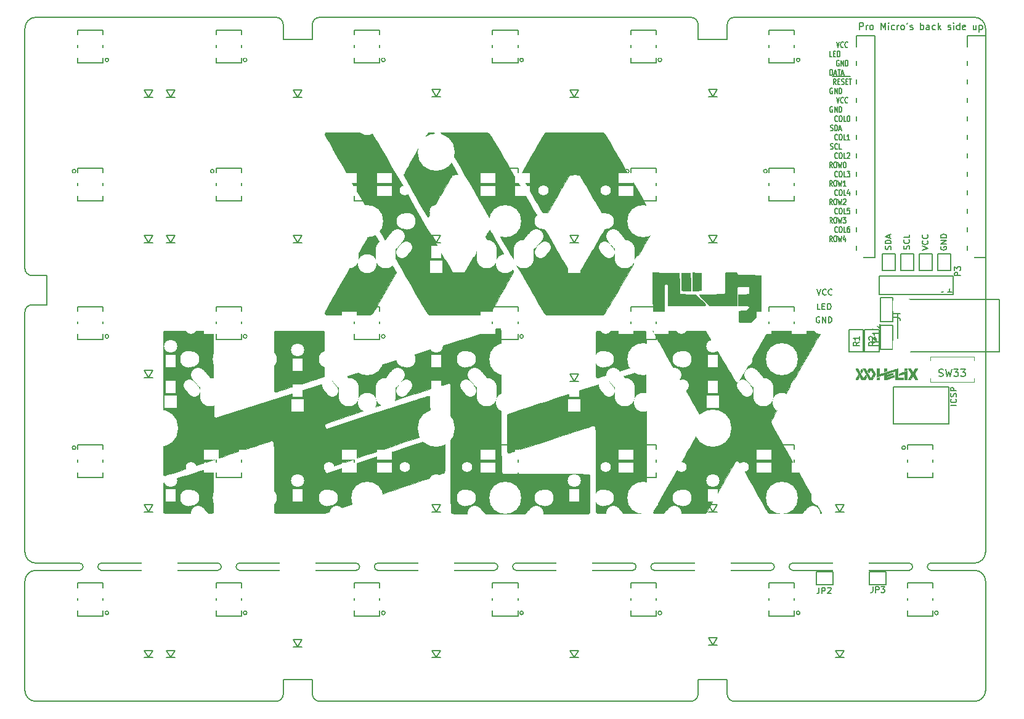
<source format=gbr>
G04 #@! TF.GenerationSoftware,KiCad,Pcbnew,(5.1.2)-2*
G04 #@! TF.CreationDate,2019-08-20T00:13:47-05:00*
G04 #@! TF.ProjectId,helix,68656c69-782e-46b6-9963-61645f706362,rev?*
G04 #@! TF.SameCoordinates,Original*
G04 #@! TF.FileFunction,Legend,Top*
G04 #@! TF.FilePolarity,Positive*
%FSLAX46Y46*%
G04 Gerber Fmt 4.6, Leading zero omitted, Abs format (unit mm)*
G04 Created by KiCad (PCBNEW (5.1.2)-2) date 2019-08-20 00:13:47*
%MOMM*%
%LPD*%
G04 APERTURE LIST*
%ADD10C,0.150000*%
%ADD11C,0.120000*%
%ADD12C,0.010000*%
%ADD13C,0.152400*%
%ADD14C,0.110000*%
%ADD15R,1.550000X1.050000*%
%ADD16C,0.100000*%
%ADD17C,2.000000*%
%ADD18C,1.400000*%
%ADD19C,2.400000*%
%ADD20C,1.797000*%
%ADD21C,1.924000*%
%ADD22C,5.100400*%
%ADD23R,1.797000X1.797000*%
%ADD24R,2.000000X1.400000*%
%ADD25C,2.600000*%
%ADD26R,1.543000X1.035000*%
%ADD27R,1.350000X1.700000*%
%ADD28R,1.035000X1.543000*%
%ADD29R,1.924000X1.924000*%
%ADD30C,2.100000*%
%ADD31C,2.800000*%
%ADD32C,1.950000*%
%ADD33C,1.950000*%
%ADD34C,1.650000*%
%ADD35C,1.650000*%
%ADD36C,2.300000*%
%ADD37C,4.400000*%
G04 APERTURE END LIST*
D10*
X180500000Y-138000000D02*
X213500000Y-138000000D01*
X179500000Y-135000000D02*
X179500000Y-137000000D01*
X175500000Y-137000000D02*
X175500000Y-135000000D01*
X123500000Y-138000000D02*
X174500000Y-138000000D01*
X117500000Y-138000000D02*
X84500000Y-138000000D01*
X122500000Y-135000000D02*
X122500000Y-137000000D01*
X118500000Y-135000000D02*
X118500000Y-137000000D01*
X83000000Y-84500000D02*
X83000000Y-117500000D01*
X86000000Y-83500000D02*
X84000000Y-83500000D01*
X84000000Y-79500000D02*
X86000000Y-79500000D01*
X83000000Y-45500000D02*
X83000000Y-78500000D01*
X179500000Y-137000000D02*
G75*
G03X180500000Y-138000000I1000000J0D01*
G01*
X174500000Y-138000000D02*
G75*
G03X175500000Y-137000000I0J1000000D01*
G01*
X122500000Y-137000000D02*
G75*
G03X123500000Y-138000000I1000000J0D01*
G01*
X117500000Y-138000000D02*
G75*
G03X118500000Y-137000000I0J1000000D01*
G01*
X84000000Y-83500000D02*
G75*
G03X83000000Y-84500000I0J-1000000D01*
G01*
X83000000Y-78500000D02*
G75*
G03X84000000Y-79500000I1000000J0D01*
G01*
X180500000Y-44000000D02*
X213500000Y-44000000D01*
X179500000Y-45000000D02*
X179500000Y-47000000D01*
X180500000Y-44000000D02*
G75*
G03X179500000Y-45000000I0J-1000000D01*
G01*
X175500000Y-45000000D02*
X175500000Y-47000000D01*
X175500000Y-45000000D02*
G75*
G03X174500000Y-44000000I-1000000J0D01*
G01*
X123500000Y-44000000D02*
X174500000Y-44000000D01*
X122500000Y-47000000D02*
X122500000Y-45000000D01*
X123500000Y-44000000D02*
G75*
G03X122500000Y-45000000I0J-1000000D01*
G01*
X117500000Y-44000000D02*
X84500000Y-44000000D01*
X118500000Y-45000000D02*
X118500000Y-47000000D01*
X118500000Y-45000000D02*
G75*
G03X117500000Y-44000000I-1000000J0D01*
G01*
X175500000Y-135000000D02*
X179500000Y-135000000D01*
X118500000Y-135000000D02*
X122500000Y-135000000D01*
X175500000Y-47000000D02*
X179500000Y-47000000D01*
X118500000Y-47000000D02*
X122500000Y-47000000D01*
X86000000Y-79500000D02*
X86000000Y-83500000D01*
X204250000Y-126250000D02*
X204250000Y-121750000D01*
X207750000Y-126250000D02*
X204250000Y-126250000D01*
X207750000Y-121750000D02*
X207750000Y-126250000D01*
X204250000Y-121750000D02*
X207750000Y-121750000D01*
X185250000Y-126250000D02*
X185250000Y-121750000D01*
X188750000Y-126250000D02*
X185250000Y-126250000D01*
X188750000Y-121750000D02*
X188750000Y-126250000D01*
X185250000Y-121750000D02*
X188750000Y-121750000D01*
X166250000Y-126250000D02*
X166250000Y-121750000D01*
X169750000Y-126250000D02*
X166250000Y-126250000D01*
X169750000Y-121750000D02*
X169750000Y-126250000D01*
X166250000Y-121750000D02*
X169750000Y-121750000D01*
X147250000Y-126250000D02*
X147250000Y-121750000D01*
X150750000Y-126250000D02*
X147250000Y-126250000D01*
X150750000Y-121750000D02*
X150750000Y-126250000D01*
X147250000Y-121750000D02*
X150750000Y-121750000D01*
X128250000Y-126250000D02*
X128250000Y-121750000D01*
X131750000Y-126250000D02*
X128250000Y-126250000D01*
X131750000Y-121750000D02*
X131750000Y-126250000D01*
X128250000Y-121750000D02*
X131750000Y-121750000D01*
X109250000Y-126250000D02*
X109250000Y-121750000D01*
X112750000Y-126250000D02*
X109250000Y-126250000D01*
X112750000Y-121750000D02*
X112750000Y-126250000D01*
X109250000Y-121750000D02*
X112750000Y-121750000D01*
X90250000Y-126250000D02*
X90250000Y-121750000D01*
X93750000Y-126250000D02*
X90250000Y-126250000D01*
X93750000Y-121750000D02*
X93750000Y-126250000D01*
X90250000Y-121750000D02*
X93750000Y-121750000D01*
X90250000Y-107250000D02*
X90250000Y-102750000D01*
X93750000Y-107250000D02*
X90250000Y-107250000D01*
X93750000Y-102750000D02*
X93750000Y-107250000D01*
X90250000Y-102750000D02*
X93750000Y-102750000D01*
X109250000Y-107250000D02*
X109250000Y-102750000D01*
X112750000Y-107250000D02*
X109250000Y-107250000D01*
X112750000Y-102750000D02*
X112750000Y-107250000D01*
X109250000Y-102750000D02*
X112750000Y-102750000D01*
X128250000Y-107250000D02*
X128250000Y-102750000D01*
X131750000Y-107250000D02*
X128250000Y-107250000D01*
X131750000Y-102750000D02*
X131750000Y-107250000D01*
X128250000Y-102750000D02*
X131750000Y-102750000D01*
X147250000Y-107250000D02*
X147250000Y-102750000D01*
X150750000Y-107250000D02*
X147250000Y-107250000D01*
X150750000Y-102750000D02*
X150750000Y-107250000D01*
X147250000Y-102750000D02*
X150750000Y-102750000D01*
X166250000Y-107250000D02*
X166250000Y-102750000D01*
X169750000Y-107250000D02*
X166250000Y-107250000D01*
X169750000Y-102750000D02*
X169750000Y-107250000D01*
X166250000Y-102750000D02*
X169750000Y-102750000D01*
X185250000Y-107250000D02*
X185250000Y-102750000D01*
X188750000Y-107250000D02*
X185250000Y-107250000D01*
X188750000Y-102750000D02*
X188750000Y-107250000D01*
X185250000Y-102750000D02*
X188750000Y-102750000D01*
X204250000Y-107250000D02*
X204250000Y-102750000D01*
X207750000Y-107250000D02*
X204250000Y-107250000D01*
X207750000Y-102750000D02*
X207750000Y-107250000D01*
X204250000Y-102750000D02*
X207750000Y-102750000D01*
X185250000Y-88250000D02*
X185250000Y-83750000D01*
X188750000Y-88250000D02*
X185250000Y-88250000D01*
X188750000Y-83750000D02*
X188750000Y-88250000D01*
X185250000Y-83750000D02*
X188750000Y-83750000D01*
X166250000Y-88250000D02*
X166250000Y-83750000D01*
X169750000Y-88250000D02*
X166250000Y-88250000D01*
X169750000Y-83750000D02*
X169750000Y-88250000D01*
X166250000Y-83750000D02*
X169750000Y-83750000D01*
X147250000Y-88250000D02*
X147250000Y-83750000D01*
X150750000Y-88250000D02*
X147250000Y-88250000D01*
X150750000Y-83750000D02*
X150750000Y-88250000D01*
X147250000Y-83750000D02*
X150750000Y-83750000D01*
X128250000Y-88250000D02*
X128250000Y-83750000D01*
X131750000Y-88250000D02*
X128250000Y-88250000D01*
X131750000Y-83750000D02*
X131750000Y-88250000D01*
X128250000Y-83750000D02*
X131750000Y-83750000D01*
X109250000Y-88250000D02*
X109250000Y-83750000D01*
X112750000Y-88250000D02*
X109250000Y-88250000D01*
X112750000Y-83750000D02*
X112750000Y-88250000D01*
X109250000Y-83750000D02*
X112750000Y-83750000D01*
X90250000Y-88250000D02*
X90250000Y-83750000D01*
X93750000Y-88250000D02*
X90250000Y-88250000D01*
X93750000Y-83750000D02*
X93750000Y-88250000D01*
X90250000Y-83750000D02*
X93750000Y-83750000D01*
X90250000Y-69250000D02*
X90250000Y-64750000D01*
X93750000Y-69250000D02*
X90250000Y-69250000D01*
X93750000Y-64750000D02*
X93750000Y-69250000D01*
X90250000Y-64750000D02*
X93750000Y-64750000D01*
X109250000Y-69250000D02*
X109250000Y-64750000D01*
X112750000Y-69250000D02*
X109250000Y-69250000D01*
X112750000Y-64750000D02*
X112750000Y-69250000D01*
X109250000Y-64750000D02*
X112750000Y-64750000D01*
X128250000Y-69250000D02*
X128250000Y-64750000D01*
X131750000Y-69250000D02*
X128250000Y-69250000D01*
X131750000Y-64750000D02*
X131750000Y-69250000D01*
X128250000Y-64750000D02*
X131750000Y-64750000D01*
X147250000Y-69250000D02*
X147250000Y-64750000D01*
X150750000Y-69250000D02*
X147250000Y-69250000D01*
X150750000Y-64750000D02*
X150750000Y-69250000D01*
X147250000Y-64750000D02*
X150750000Y-64750000D01*
X166250000Y-69250000D02*
X166250000Y-64750000D01*
X169750000Y-69250000D02*
X166250000Y-69250000D01*
X169750000Y-64750000D02*
X169750000Y-69250000D01*
X166250000Y-64750000D02*
X169750000Y-64750000D01*
X185250000Y-69250000D02*
X185250000Y-64750000D01*
X188750000Y-69250000D02*
X185250000Y-69250000D01*
X188750000Y-64750000D02*
X188750000Y-69250000D01*
X185250000Y-64750000D02*
X188750000Y-64750000D01*
X185250000Y-50250000D02*
X185250000Y-45750000D01*
X188750000Y-50250000D02*
X185250000Y-50250000D01*
X188750000Y-45750000D02*
X188750000Y-50250000D01*
X185250000Y-45750000D02*
X188750000Y-45750000D01*
X166250000Y-50250000D02*
X166250000Y-45750000D01*
X169750000Y-50250000D02*
X166250000Y-50250000D01*
X169750000Y-45750000D02*
X169750000Y-50250000D01*
X166250000Y-45750000D02*
X169750000Y-45750000D01*
X147250000Y-50250000D02*
X147250000Y-45750000D01*
X150750000Y-50250000D02*
X147250000Y-50250000D01*
X150750000Y-45750000D02*
X150750000Y-50250000D01*
X147250000Y-45750000D02*
X150750000Y-45750000D01*
X128250000Y-50250000D02*
X128250000Y-45750000D01*
X131750000Y-50250000D02*
X128250000Y-50250000D01*
X131750000Y-45750000D02*
X131750000Y-50250000D01*
X128250000Y-45750000D02*
X131750000Y-45750000D01*
X109250000Y-50250000D02*
X109250000Y-45750000D01*
X112750000Y-50250000D02*
X109250000Y-50250000D01*
X112750000Y-45750000D02*
X112750000Y-50250000D01*
X109250000Y-45750000D02*
X112750000Y-45750000D01*
X90250000Y-50250000D02*
X90250000Y-45750000D01*
X93750000Y-50250000D02*
X90250000Y-50250000D01*
X93750000Y-45750000D02*
X93750000Y-50250000D01*
X90250000Y-45750000D02*
X93750000Y-45750000D01*
X194515000Y-54984895D02*
X194715000Y-55797695D01*
X194915000Y-54984895D01*
X195457857Y-55720285D02*
X195429285Y-55758990D01*
X195343571Y-55797695D01*
X195286428Y-55797695D01*
X195200714Y-55758990D01*
X195143571Y-55681580D01*
X195115000Y-55604171D01*
X195086428Y-55449352D01*
X195086428Y-55333238D01*
X195115000Y-55178419D01*
X195143571Y-55101009D01*
X195200714Y-55023600D01*
X195286428Y-54984895D01*
X195343571Y-54984895D01*
X195429285Y-55023600D01*
X195457857Y-55062304D01*
X196057857Y-55720285D02*
X196029285Y-55758990D01*
X195943571Y-55797695D01*
X195886428Y-55797695D01*
X195800714Y-55758990D01*
X195743571Y-55681580D01*
X195715000Y-55604171D01*
X195686428Y-55449352D01*
X195686428Y-55333238D01*
X195715000Y-55178419D01*
X195743571Y-55101009D01*
X195800714Y-55023600D01*
X195886428Y-54984895D01*
X195943571Y-54984895D01*
X196029285Y-55023600D01*
X196057857Y-55062304D01*
X193968857Y-56293600D02*
X193911714Y-56254895D01*
X193826000Y-56254895D01*
X193740285Y-56293600D01*
X193683142Y-56371009D01*
X193654571Y-56448419D01*
X193626000Y-56603238D01*
X193626000Y-56719352D01*
X193654571Y-56874171D01*
X193683142Y-56951580D01*
X193740285Y-57028990D01*
X193826000Y-57067695D01*
X193883142Y-57067695D01*
X193968857Y-57028990D01*
X193997428Y-56990285D01*
X193997428Y-56719352D01*
X193883142Y-56719352D01*
X194254571Y-57067695D02*
X194254571Y-56254895D01*
X194597428Y-57067695D01*
X194597428Y-56254895D01*
X194883142Y-57067695D02*
X194883142Y-56254895D01*
X195026000Y-56254895D01*
X195111714Y-56293600D01*
X195168857Y-56371009D01*
X195197428Y-56448419D01*
X195226000Y-56603238D01*
X195226000Y-56719352D01*
X195197428Y-56874171D01*
X195168857Y-56951580D01*
X195111714Y-57028990D01*
X195026000Y-57067695D01*
X194883142Y-57067695D01*
X193968857Y-53753600D02*
X193911714Y-53714895D01*
X193826000Y-53714895D01*
X193740285Y-53753600D01*
X193683142Y-53831009D01*
X193654571Y-53908419D01*
X193626000Y-54063238D01*
X193626000Y-54179352D01*
X193654571Y-54334171D01*
X193683142Y-54411580D01*
X193740285Y-54488990D01*
X193826000Y-54527695D01*
X193883142Y-54527695D01*
X193968857Y-54488990D01*
X193997428Y-54450285D01*
X193997428Y-54179352D01*
X193883142Y-54179352D01*
X194254571Y-54527695D02*
X194254571Y-53714895D01*
X194597428Y-54527695D01*
X194597428Y-53714895D01*
X194883142Y-54527695D02*
X194883142Y-53714895D01*
X195026000Y-53714895D01*
X195111714Y-53753600D01*
X195168857Y-53831009D01*
X195197428Y-53908419D01*
X195226000Y-54063238D01*
X195226000Y-54179352D01*
X195197428Y-54334171D01*
X195168857Y-54411580D01*
X195111714Y-54488990D01*
X195026000Y-54527695D01*
X194883142Y-54527695D01*
X193957857Y-52109784D02*
X194557857Y-52109784D01*
X194443571Y-53257695D02*
X194243571Y-52870647D01*
X194100714Y-53257695D02*
X194100714Y-52444895D01*
X194329285Y-52444895D01*
X194386428Y-52483600D01*
X194415000Y-52522304D01*
X194443571Y-52599714D01*
X194443571Y-52715828D01*
X194415000Y-52793238D01*
X194386428Y-52831942D01*
X194329285Y-52870647D01*
X194100714Y-52870647D01*
X194557857Y-52109784D02*
X195100714Y-52109784D01*
X194700714Y-52831942D02*
X194900714Y-52831942D01*
X194986428Y-53257695D02*
X194700714Y-53257695D01*
X194700714Y-52444895D01*
X194986428Y-52444895D01*
X195100714Y-52109784D02*
X195672142Y-52109784D01*
X195215000Y-53218990D02*
X195300714Y-53257695D01*
X195443571Y-53257695D01*
X195500714Y-53218990D01*
X195529285Y-53180285D01*
X195557857Y-53102876D01*
X195557857Y-53025466D01*
X195529285Y-52948057D01*
X195500714Y-52909352D01*
X195443571Y-52870647D01*
X195329285Y-52831942D01*
X195272142Y-52793238D01*
X195243571Y-52754533D01*
X195215000Y-52677123D01*
X195215000Y-52599714D01*
X195243571Y-52522304D01*
X195272142Y-52483600D01*
X195329285Y-52444895D01*
X195472142Y-52444895D01*
X195557857Y-52483600D01*
X195672142Y-52109784D02*
X196215000Y-52109784D01*
X195815000Y-52831942D02*
X196015000Y-52831942D01*
X196100714Y-53257695D02*
X195815000Y-53257695D01*
X195815000Y-52444895D01*
X196100714Y-52444895D01*
X196215000Y-52109784D02*
X196672142Y-52109784D01*
X196272142Y-52444895D02*
X196615000Y-52444895D01*
X196443571Y-53257695D02*
X196443571Y-52444895D01*
X193653000Y-51987695D02*
X193653000Y-51174895D01*
X193795857Y-51174895D01*
X193881571Y-51213600D01*
X193938714Y-51291009D01*
X193967285Y-51368419D01*
X193995857Y-51523238D01*
X193995857Y-51639352D01*
X193967285Y-51794171D01*
X193938714Y-51871580D01*
X193881571Y-51948990D01*
X193795857Y-51987695D01*
X193653000Y-51987695D01*
X194224428Y-51755466D02*
X194510142Y-51755466D01*
X194167285Y-51987695D02*
X194367285Y-51174895D01*
X194567285Y-51987695D01*
X194681571Y-51174895D02*
X195024428Y-51174895D01*
X194853000Y-51987695D02*
X194853000Y-51174895D01*
X195195857Y-51755466D02*
X195481571Y-51755466D01*
X195138714Y-51987695D02*
X195338714Y-51174895D01*
X195538714Y-51987695D01*
X193697428Y-59568990D02*
X193783142Y-59607695D01*
X193926000Y-59607695D01*
X193983142Y-59568990D01*
X194011714Y-59530285D01*
X194040285Y-59452876D01*
X194040285Y-59375466D01*
X194011714Y-59298057D01*
X193983142Y-59259352D01*
X193926000Y-59220647D01*
X193811714Y-59181942D01*
X193754571Y-59143238D01*
X193726000Y-59104533D01*
X193697428Y-59027123D01*
X193697428Y-58949714D01*
X193726000Y-58872304D01*
X193754571Y-58833600D01*
X193811714Y-58794895D01*
X193954571Y-58794895D01*
X194040285Y-58833600D01*
X194297428Y-59607695D02*
X194297428Y-58794895D01*
X194440285Y-58794895D01*
X194526000Y-58833600D01*
X194583142Y-58911009D01*
X194611714Y-58988419D01*
X194640285Y-59143238D01*
X194640285Y-59259352D01*
X194611714Y-59414171D01*
X194583142Y-59491580D01*
X194526000Y-59568990D01*
X194440285Y-59607695D01*
X194297428Y-59607695D01*
X194868857Y-59375466D02*
X195154571Y-59375466D01*
X194811714Y-59607695D02*
X195011714Y-58794895D01*
X195211714Y-59607695D01*
X193711714Y-62108990D02*
X193797428Y-62147695D01*
X193940285Y-62147695D01*
X193997428Y-62108990D01*
X194026000Y-62070285D01*
X194054571Y-61992876D01*
X194054571Y-61915466D01*
X194026000Y-61838057D01*
X193997428Y-61799352D01*
X193940285Y-61760647D01*
X193826000Y-61721942D01*
X193768857Y-61683238D01*
X193740285Y-61644533D01*
X193711714Y-61567123D01*
X193711714Y-61489714D01*
X193740285Y-61412304D01*
X193768857Y-61373600D01*
X193826000Y-61334895D01*
X193968857Y-61334895D01*
X194054571Y-61373600D01*
X194654571Y-62070285D02*
X194626000Y-62108990D01*
X194540285Y-62147695D01*
X194483142Y-62147695D01*
X194397428Y-62108990D01*
X194340285Y-62031580D01*
X194311714Y-61954171D01*
X194283142Y-61799352D01*
X194283142Y-61683238D01*
X194311714Y-61528419D01*
X194340285Y-61451009D01*
X194397428Y-61373600D01*
X194483142Y-61334895D01*
X194540285Y-61334895D01*
X194626000Y-61373600D01*
X194654571Y-61412304D01*
X195197428Y-62147695D02*
X194911714Y-62147695D01*
X194911714Y-61334895D01*
X193922857Y-64687695D02*
X193722857Y-64300647D01*
X193580000Y-64687695D02*
X193580000Y-63874895D01*
X193808571Y-63874895D01*
X193865714Y-63913600D01*
X193894285Y-63952304D01*
X193922857Y-64029714D01*
X193922857Y-64145828D01*
X193894285Y-64223238D01*
X193865714Y-64261942D01*
X193808571Y-64300647D01*
X193580000Y-64300647D01*
X194294285Y-63874895D02*
X194408571Y-63874895D01*
X194465714Y-63913600D01*
X194522857Y-63991009D01*
X194551428Y-64145828D01*
X194551428Y-64416761D01*
X194522857Y-64571580D01*
X194465714Y-64648990D01*
X194408571Y-64687695D01*
X194294285Y-64687695D01*
X194237142Y-64648990D01*
X194180000Y-64571580D01*
X194151428Y-64416761D01*
X194151428Y-64145828D01*
X194180000Y-63991009D01*
X194237142Y-63913600D01*
X194294285Y-63874895D01*
X194751428Y-63874895D02*
X194894285Y-64687695D01*
X195008571Y-64107123D01*
X195122857Y-64687695D01*
X195265714Y-63874895D01*
X195608571Y-63874895D02*
X195665714Y-63874895D01*
X195722857Y-63913600D01*
X195751428Y-63952304D01*
X195780000Y-64029714D01*
X195808571Y-64184533D01*
X195808571Y-64378057D01*
X195780000Y-64532876D01*
X195751428Y-64610285D01*
X195722857Y-64648990D01*
X195665714Y-64687695D01*
X195608571Y-64687695D01*
X195551428Y-64648990D01*
X195522857Y-64610285D01*
X195494285Y-64532876D01*
X195465714Y-64378057D01*
X195465714Y-64184533D01*
X195494285Y-64029714D01*
X195522857Y-63952304D01*
X195551428Y-63913600D01*
X195608571Y-63874895D01*
X193922857Y-67227695D02*
X193722857Y-66840647D01*
X193580000Y-67227695D02*
X193580000Y-66414895D01*
X193808571Y-66414895D01*
X193865714Y-66453600D01*
X193894285Y-66492304D01*
X193922857Y-66569714D01*
X193922857Y-66685828D01*
X193894285Y-66763238D01*
X193865714Y-66801942D01*
X193808571Y-66840647D01*
X193580000Y-66840647D01*
X194294285Y-66414895D02*
X194408571Y-66414895D01*
X194465714Y-66453600D01*
X194522857Y-66531009D01*
X194551428Y-66685828D01*
X194551428Y-66956761D01*
X194522857Y-67111580D01*
X194465714Y-67188990D01*
X194408571Y-67227695D01*
X194294285Y-67227695D01*
X194237142Y-67188990D01*
X194180000Y-67111580D01*
X194151428Y-66956761D01*
X194151428Y-66685828D01*
X194180000Y-66531009D01*
X194237142Y-66453600D01*
X194294285Y-66414895D01*
X194751428Y-66414895D02*
X194894285Y-67227695D01*
X195008571Y-66647123D01*
X195122857Y-67227695D01*
X195265714Y-66414895D01*
X195808571Y-67227695D02*
X195465714Y-67227695D01*
X195637142Y-67227695D02*
X195637142Y-66414895D01*
X195580000Y-66531009D01*
X195522857Y-66608419D01*
X195465714Y-66647123D01*
X193922857Y-69767695D02*
X193722857Y-69380647D01*
X193580000Y-69767695D02*
X193580000Y-68954895D01*
X193808571Y-68954895D01*
X193865714Y-68993600D01*
X193894285Y-69032304D01*
X193922857Y-69109714D01*
X193922857Y-69225828D01*
X193894285Y-69303238D01*
X193865714Y-69341942D01*
X193808571Y-69380647D01*
X193580000Y-69380647D01*
X194294285Y-68954895D02*
X194408571Y-68954895D01*
X194465714Y-68993600D01*
X194522857Y-69071009D01*
X194551428Y-69225828D01*
X194551428Y-69496761D01*
X194522857Y-69651580D01*
X194465714Y-69728990D01*
X194408571Y-69767695D01*
X194294285Y-69767695D01*
X194237142Y-69728990D01*
X194180000Y-69651580D01*
X194151428Y-69496761D01*
X194151428Y-69225828D01*
X194180000Y-69071009D01*
X194237142Y-68993600D01*
X194294285Y-68954895D01*
X194751428Y-68954895D02*
X194894285Y-69767695D01*
X195008571Y-69187123D01*
X195122857Y-69767695D01*
X195265714Y-68954895D01*
X195465714Y-69032304D02*
X195494285Y-68993600D01*
X195551428Y-68954895D01*
X195694285Y-68954895D01*
X195751428Y-68993600D01*
X195780000Y-69032304D01*
X195808571Y-69109714D01*
X195808571Y-69187123D01*
X195780000Y-69303238D01*
X195437142Y-69767695D01*
X195808571Y-69767695D01*
X193922857Y-72307695D02*
X193722857Y-71920647D01*
X193580000Y-72307695D02*
X193580000Y-71494895D01*
X193808571Y-71494895D01*
X193865714Y-71533600D01*
X193894285Y-71572304D01*
X193922857Y-71649714D01*
X193922857Y-71765828D01*
X193894285Y-71843238D01*
X193865714Y-71881942D01*
X193808571Y-71920647D01*
X193580000Y-71920647D01*
X194294285Y-71494895D02*
X194408571Y-71494895D01*
X194465714Y-71533600D01*
X194522857Y-71611009D01*
X194551428Y-71765828D01*
X194551428Y-72036761D01*
X194522857Y-72191580D01*
X194465714Y-72268990D01*
X194408571Y-72307695D01*
X194294285Y-72307695D01*
X194237142Y-72268990D01*
X194180000Y-72191580D01*
X194151428Y-72036761D01*
X194151428Y-71765828D01*
X194180000Y-71611009D01*
X194237142Y-71533600D01*
X194294285Y-71494895D01*
X194751428Y-71494895D02*
X194894285Y-72307695D01*
X195008571Y-71727123D01*
X195122857Y-72307695D01*
X195265714Y-71494895D01*
X195437142Y-71494895D02*
X195808571Y-71494895D01*
X195608571Y-71804533D01*
X195694285Y-71804533D01*
X195751428Y-71843238D01*
X195780000Y-71881942D01*
X195808571Y-71959352D01*
X195808571Y-72152876D01*
X195780000Y-72230285D01*
X195751428Y-72268990D01*
X195694285Y-72307695D01*
X195522857Y-72307695D01*
X195465714Y-72268990D01*
X195437142Y-72230285D01*
X193922857Y-74847695D02*
X193722857Y-74460647D01*
X193580000Y-74847695D02*
X193580000Y-74034895D01*
X193808571Y-74034895D01*
X193865714Y-74073600D01*
X193894285Y-74112304D01*
X193922857Y-74189714D01*
X193922857Y-74305828D01*
X193894285Y-74383238D01*
X193865714Y-74421942D01*
X193808571Y-74460647D01*
X193580000Y-74460647D01*
X194294285Y-74034895D02*
X194408571Y-74034895D01*
X194465714Y-74073600D01*
X194522857Y-74151009D01*
X194551428Y-74305828D01*
X194551428Y-74576761D01*
X194522857Y-74731580D01*
X194465714Y-74808990D01*
X194408571Y-74847695D01*
X194294285Y-74847695D01*
X194237142Y-74808990D01*
X194180000Y-74731580D01*
X194151428Y-74576761D01*
X194151428Y-74305828D01*
X194180000Y-74151009D01*
X194237142Y-74073600D01*
X194294285Y-74034895D01*
X194751428Y-74034895D02*
X194894285Y-74847695D01*
X195008571Y-74267123D01*
X195122857Y-74847695D01*
X195265714Y-74034895D01*
X195751428Y-74305828D02*
X195751428Y-74847695D01*
X195608571Y-73996190D02*
X195465714Y-74576761D01*
X195837142Y-74576761D01*
X194657857Y-73500285D02*
X194629285Y-73538990D01*
X194543571Y-73577695D01*
X194486428Y-73577695D01*
X194400714Y-73538990D01*
X194343571Y-73461580D01*
X194315000Y-73384171D01*
X194286428Y-73229352D01*
X194286428Y-73113238D01*
X194315000Y-72958419D01*
X194343571Y-72881009D01*
X194400714Y-72803600D01*
X194486428Y-72764895D01*
X194543571Y-72764895D01*
X194629285Y-72803600D01*
X194657857Y-72842304D01*
X195029285Y-72764895D02*
X195143571Y-72764895D01*
X195200714Y-72803600D01*
X195257857Y-72881009D01*
X195286428Y-73035828D01*
X195286428Y-73306761D01*
X195257857Y-73461580D01*
X195200714Y-73538990D01*
X195143571Y-73577695D01*
X195029285Y-73577695D01*
X194972142Y-73538990D01*
X194915000Y-73461580D01*
X194886428Y-73306761D01*
X194886428Y-73035828D01*
X194915000Y-72881009D01*
X194972142Y-72803600D01*
X195029285Y-72764895D01*
X195829285Y-73577695D02*
X195543571Y-73577695D01*
X195543571Y-72764895D01*
X196286428Y-72764895D02*
X196172142Y-72764895D01*
X196115000Y-72803600D01*
X196086428Y-72842304D01*
X196029285Y-72958419D01*
X196000714Y-73113238D01*
X196000714Y-73422876D01*
X196029285Y-73500285D01*
X196057857Y-73538990D01*
X196115000Y-73577695D01*
X196229285Y-73577695D01*
X196286428Y-73538990D01*
X196315000Y-73500285D01*
X196343571Y-73422876D01*
X196343571Y-73229352D01*
X196315000Y-73151942D01*
X196286428Y-73113238D01*
X196229285Y-73074533D01*
X196115000Y-73074533D01*
X196057857Y-73113238D01*
X196029285Y-73151942D01*
X196000714Y-73229352D01*
X194657857Y-70960285D02*
X194629285Y-70998990D01*
X194543571Y-71037695D01*
X194486428Y-71037695D01*
X194400714Y-70998990D01*
X194343571Y-70921580D01*
X194315000Y-70844171D01*
X194286428Y-70689352D01*
X194286428Y-70573238D01*
X194315000Y-70418419D01*
X194343571Y-70341009D01*
X194400714Y-70263600D01*
X194486428Y-70224895D01*
X194543571Y-70224895D01*
X194629285Y-70263600D01*
X194657857Y-70302304D01*
X195029285Y-70224895D02*
X195143571Y-70224895D01*
X195200714Y-70263600D01*
X195257857Y-70341009D01*
X195286428Y-70495828D01*
X195286428Y-70766761D01*
X195257857Y-70921580D01*
X195200714Y-70998990D01*
X195143571Y-71037695D01*
X195029285Y-71037695D01*
X194972142Y-70998990D01*
X194915000Y-70921580D01*
X194886428Y-70766761D01*
X194886428Y-70495828D01*
X194915000Y-70341009D01*
X194972142Y-70263600D01*
X195029285Y-70224895D01*
X195829285Y-71037695D02*
X195543571Y-71037695D01*
X195543571Y-70224895D01*
X196315000Y-70224895D02*
X196029285Y-70224895D01*
X196000714Y-70611942D01*
X196029285Y-70573238D01*
X196086428Y-70534533D01*
X196229285Y-70534533D01*
X196286428Y-70573238D01*
X196315000Y-70611942D01*
X196343571Y-70689352D01*
X196343571Y-70882876D01*
X196315000Y-70960285D01*
X196286428Y-70998990D01*
X196229285Y-71037695D01*
X196086428Y-71037695D01*
X196029285Y-70998990D01*
X196000714Y-70960285D01*
X194657857Y-68420285D02*
X194629285Y-68458990D01*
X194543571Y-68497695D01*
X194486428Y-68497695D01*
X194400714Y-68458990D01*
X194343571Y-68381580D01*
X194315000Y-68304171D01*
X194286428Y-68149352D01*
X194286428Y-68033238D01*
X194315000Y-67878419D01*
X194343571Y-67801009D01*
X194400714Y-67723600D01*
X194486428Y-67684895D01*
X194543571Y-67684895D01*
X194629285Y-67723600D01*
X194657857Y-67762304D01*
X195029285Y-67684895D02*
X195143571Y-67684895D01*
X195200714Y-67723600D01*
X195257857Y-67801009D01*
X195286428Y-67955828D01*
X195286428Y-68226761D01*
X195257857Y-68381580D01*
X195200714Y-68458990D01*
X195143571Y-68497695D01*
X195029285Y-68497695D01*
X194972142Y-68458990D01*
X194915000Y-68381580D01*
X194886428Y-68226761D01*
X194886428Y-67955828D01*
X194915000Y-67801009D01*
X194972142Y-67723600D01*
X195029285Y-67684895D01*
X195829285Y-68497695D02*
X195543571Y-68497695D01*
X195543571Y-67684895D01*
X196286428Y-67955828D02*
X196286428Y-68497695D01*
X196143571Y-67646190D02*
X196000714Y-68226761D01*
X196372142Y-68226761D01*
X194657857Y-65880285D02*
X194629285Y-65918990D01*
X194543571Y-65957695D01*
X194486428Y-65957695D01*
X194400714Y-65918990D01*
X194343571Y-65841580D01*
X194315000Y-65764171D01*
X194286428Y-65609352D01*
X194286428Y-65493238D01*
X194315000Y-65338419D01*
X194343571Y-65261009D01*
X194400714Y-65183600D01*
X194486428Y-65144895D01*
X194543571Y-65144895D01*
X194629285Y-65183600D01*
X194657857Y-65222304D01*
X195029285Y-65144895D02*
X195143571Y-65144895D01*
X195200714Y-65183600D01*
X195257857Y-65261009D01*
X195286428Y-65415828D01*
X195286428Y-65686761D01*
X195257857Y-65841580D01*
X195200714Y-65918990D01*
X195143571Y-65957695D01*
X195029285Y-65957695D01*
X194972142Y-65918990D01*
X194915000Y-65841580D01*
X194886428Y-65686761D01*
X194886428Y-65415828D01*
X194915000Y-65261009D01*
X194972142Y-65183600D01*
X195029285Y-65144895D01*
X195829285Y-65957695D02*
X195543571Y-65957695D01*
X195543571Y-65144895D01*
X195972142Y-65144895D02*
X196343571Y-65144895D01*
X196143571Y-65454533D01*
X196229285Y-65454533D01*
X196286428Y-65493238D01*
X196315000Y-65531942D01*
X196343571Y-65609352D01*
X196343571Y-65802876D01*
X196315000Y-65880285D01*
X196286428Y-65918990D01*
X196229285Y-65957695D01*
X196057857Y-65957695D01*
X196000714Y-65918990D01*
X195972142Y-65880285D01*
X194657857Y-63340285D02*
X194629285Y-63378990D01*
X194543571Y-63417695D01*
X194486428Y-63417695D01*
X194400714Y-63378990D01*
X194343571Y-63301580D01*
X194315000Y-63224171D01*
X194286428Y-63069352D01*
X194286428Y-62953238D01*
X194315000Y-62798419D01*
X194343571Y-62721009D01*
X194400714Y-62643600D01*
X194486428Y-62604895D01*
X194543571Y-62604895D01*
X194629285Y-62643600D01*
X194657857Y-62682304D01*
X195029285Y-62604895D02*
X195143571Y-62604895D01*
X195200714Y-62643600D01*
X195257857Y-62721009D01*
X195286428Y-62875828D01*
X195286428Y-63146761D01*
X195257857Y-63301580D01*
X195200714Y-63378990D01*
X195143571Y-63417695D01*
X195029285Y-63417695D01*
X194972142Y-63378990D01*
X194915000Y-63301580D01*
X194886428Y-63146761D01*
X194886428Y-62875828D01*
X194915000Y-62721009D01*
X194972142Y-62643600D01*
X195029285Y-62604895D01*
X195829285Y-63417695D02*
X195543571Y-63417695D01*
X195543571Y-62604895D01*
X196000714Y-62682304D02*
X196029285Y-62643600D01*
X196086428Y-62604895D01*
X196229285Y-62604895D01*
X196286428Y-62643600D01*
X196315000Y-62682304D01*
X196343571Y-62759714D01*
X196343571Y-62837123D01*
X196315000Y-62953238D01*
X195972142Y-63417695D01*
X196343571Y-63417695D01*
X194657857Y-60800285D02*
X194629285Y-60838990D01*
X194543571Y-60877695D01*
X194486428Y-60877695D01*
X194400714Y-60838990D01*
X194343571Y-60761580D01*
X194315000Y-60684171D01*
X194286428Y-60529352D01*
X194286428Y-60413238D01*
X194315000Y-60258419D01*
X194343571Y-60181009D01*
X194400714Y-60103600D01*
X194486428Y-60064895D01*
X194543571Y-60064895D01*
X194629285Y-60103600D01*
X194657857Y-60142304D01*
X195029285Y-60064895D02*
X195143571Y-60064895D01*
X195200714Y-60103600D01*
X195257857Y-60181009D01*
X195286428Y-60335828D01*
X195286428Y-60606761D01*
X195257857Y-60761580D01*
X195200714Y-60838990D01*
X195143571Y-60877695D01*
X195029285Y-60877695D01*
X194972142Y-60838990D01*
X194915000Y-60761580D01*
X194886428Y-60606761D01*
X194886428Y-60335828D01*
X194915000Y-60181009D01*
X194972142Y-60103600D01*
X195029285Y-60064895D01*
X195829285Y-60877695D02*
X195543571Y-60877695D01*
X195543571Y-60064895D01*
X196343571Y-60877695D02*
X196000714Y-60877695D01*
X196172142Y-60877695D02*
X196172142Y-60064895D01*
X196115000Y-60181009D01*
X196057857Y-60258419D01*
X196000714Y-60297123D01*
X194657857Y-58260285D02*
X194629285Y-58298990D01*
X194543571Y-58337695D01*
X194486428Y-58337695D01*
X194400714Y-58298990D01*
X194343571Y-58221580D01*
X194315000Y-58144171D01*
X194286428Y-57989352D01*
X194286428Y-57873238D01*
X194315000Y-57718419D01*
X194343571Y-57641009D01*
X194400714Y-57563600D01*
X194486428Y-57524895D01*
X194543571Y-57524895D01*
X194629285Y-57563600D01*
X194657857Y-57602304D01*
X195029285Y-57524895D02*
X195143571Y-57524895D01*
X195200714Y-57563600D01*
X195257857Y-57641009D01*
X195286428Y-57795828D01*
X195286428Y-58066761D01*
X195257857Y-58221580D01*
X195200714Y-58298990D01*
X195143571Y-58337695D01*
X195029285Y-58337695D01*
X194972142Y-58298990D01*
X194915000Y-58221580D01*
X194886428Y-58066761D01*
X194886428Y-57795828D01*
X194915000Y-57641009D01*
X194972142Y-57563600D01*
X195029285Y-57524895D01*
X195829285Y-58337695D02*
X195543571Y-58337695D01*
X195543571Y-57524895D01*
X196143571Y-57524895D02*
X196200714Y-57524895D01*
X196257857Y-57563600D01*
X196286428Y-57602304D01*
X196315000Y-57679714D01*
X196343571Y-57834533D01*
X196343571Y-58028057D01*
X196315000Y-58182876D01*
X196286428Y-58260285D01*
X196257857Y-58298990D01*
X196200714Y-58337695D01*
X196143571Y-58337695D01*
X196086428Y-58298990D01*
X196057857Y-58260285D01*
X196029285Y-58182876D01*
X196000714Y-58028057D01*
X196000714Y-57834533D01*
X196029285Y-57679714D01*
X196057857Y-57602304D01*
X196086428Y-57563600D01*
X196143571Y-57524895D01*
X194857857Y-49943600D02*
X194800714Y-49904895D01*
X194715000Y-49904895D01*
X194629285Y-49943600D01*
X194572142Y-50021009D01*
X194543571Y-50098419D01*
X194515000Y-50253238D01*
X194515000Y-50369352D01*
X194543571Y-50524171D01*
X194572142Y-50601580D01*
X194629285Y-50678990D01*
X194715000Y-50717695D01*
X194772142Y-50717695D01*
X194857857Y-50678990D01*
X194886428Y-50640285D01*
X194886428Y-50369352D01*
X194772142Y-50369352D01*
X195143571Y-50717695D02*
X195143571Y-49904895D01*
X195486428Y-50717695D01*
X195486428Y-49904895D01*
X195772142Y-50717695D02*
X195772142Y-49904895D01*
X195915000Y-49904895D01*
X196000714Y-49943600D01*
X196057857Y-50021009D01*
X196086428Y-50098419D01*
X196115000Y-50253238D01*
X196115000Y-50369352D01*
X196086428Y-50524171D01*
X196057857Y-50601580D01*
X196000714Y-50678990D01*
X195915000Y-50717695D01*
X195772142Y-50717695D01*
X193913285Y-49447695D02*
X193627571Y-49447695D01*
X193627571Y-48634895D01*
X194113285Y-49021942D02*
X194313285Y-49021942D01*
X194399000Y-49447695D02*
X194113285Y-49447695D01*
X194113285Y-48634895D01*
X194399000Y-48634895D01*
X194656142Y-49447695D02*
X194656142Y-48634895D01*
X194799000Y-48634895D01*
X194884714Y-48673600D01*
X194941857Y-48751009D01*
X194970428Y-48828419D01*
X194999000Y-48983238D01*
X194999000Y-49099352D01*
X194970428Y-49254171D01*
X194941857Y-49331580D01*
X194884714Y-49408990D01*
X194799000Y-49447695D01*
X194656142Y-49447695D01*
X194515000Y-47364895D02*
X194715000Y-48177695D01*
X194915000Y-47364895D01*
X195457857Y-48100285D02*
X195429285Y-48138990D01*
X195343571Y-48177695D01*
X195286428Y-48177695D01*
X195200714Y-48138990D01*
X195143571Y-48061580D01*
X195115000Y-47984171D01*
X195086428Y-47829352D01*
X195086428Y-47713238D01*
X195115000Y-47558419D01*
X195143571Y-47481009D01*
X195200714Y-47403600D01*
X195286428Y-47364895D01*
X195343571Y-47364895D01*
X195429285Y-47403600D01*
X195457857Y-47442304D01*
X196057857Y-48100285D02*
X196029285Y-48138990D01*
X195943571Y-48177695D01*
X195886428Y-48177695D01*
X195800714Y-48138990D01*
X195743571Y-48061580D01*
X195715000Y-47984171D01*
X195686428Y-47829352D01*
X195686428Y-47713238D01*
X195715000Y-47558419D01*
X195743571Y-47481009D01*
X195800714Y-47403600D01*
X195886428Y-47364895D01*
X195943571Y-47364895D01*
X196029285Y-47403600D01*
X196057857Y-47442304D01*
X197688571Y-45722380D02*
X197688571Y-44722380D01*
X198031428Y-44722380D01*
X198117142Y-44770000D01*
X198160000Y-44817619D01*
X198202857Y-44912857D01*
X198202857Y-45055714D01*
X198160000Y-45150952D01*
X198117142Y-45198571D01*
X198031428Y-45246190D01*
X197688571Y-45246190D01*
X198588571Y-45722380D02*
X198588571Y-45055714D01*
X198588571Y-45246190D02*
X198631428Y-45150952D01*
X198674285Y-45103333D01*
X198760000Y-45055714D01*
X198845714Y-45055714D01*
X199274285Y-45722380D02*
X199188571Y-45674761D01*
X199145714Y-45627142D01*
X199102857Y-45531904D01*
X199102857Y-45246190D01*
X199145714Y-45150952D01*
X199188571Y-45103333D01*
X199274285Y-45055714D01*
X199402857Y-45055714D01*
X199488571Y-45103333D01*
X199531428Y-45150952D01*
X199574285Y-45246190D01*
X199574285Y-45531904D01*
X199531428Y-45627142D01*
X199488571Y-45674761D01*
X199402857Y-45722380D01*
X199274285Y-45722380D01*
X200645714Y-45722380D02*
X200645714Y-44722380D01*
X200945714Y-45436666D01*
X201245714Y-44722380D01*
X201245714Y-45722380D01*
X201674285Y-45722380D02*
X201674285Y-45055714D01*
X201674285Y-44722380D02*
X201631428Y-44770000D01*
X201674285Y-44817619D01*
X201717142Y-44770000D01*
X201674285Y-44722380D01*
X201674285Y-44817619D01*
X202488571Y-45674761D02*
X202402857Y-45722380D01*
X202231428Y-45722380D01*
X202145714Y-45674761D01*
X202102857Y-45627142D01*
X202060000Y-45531904D01*
X202060000Y-45246190D01*
X202102857Y-45150952D01*
X202145714Y-45103333D01*
X202231428Y-45055714D01*
X202402857Y-45055714D01*
X202488571Y-45103333D01*
X202874285Y-45722380D02*
X202874285Y-45055714D01*
X202874285Y-45246190D02*
X202917142Y-45150952D01*
X202960000Y-45103333D01*
X203045714Y-45055714D01*
X203131428Y-45055714D01*
X203560000Y-45722380D02*
X203474285Y-45674761D01*
X203431428Y-45627142D01*
X203388571Y-45531904D01*
X203388571Y-45246190D01*
X203431428Y-45150952D01*
X203474285Y-45103333D01*
X203560000Y-45055714D01*
X203688571Y-45055714D01*
X203774285Y-45103333D01*
X203817142Y-45150952D01*
X203860000Y-45246190D01*
X203860000Y-45531904D01*
X203817142Y-45627142D01*
X203774285Y-45674761D01*
X203688571Y-45722380D01*
X203560000Y-45722380D01*
X204288571Y-44722380D02*
X204202857Y-44912857D01*
X204631428Y-45674761D02*
X204717142Y-45722380D01*
X204888571Y-45722380D01*
X204974285Y-45674761D01*
X205017142Y-45579523D01*
X205017142Y-45531904D01*
X204974285Y-45436666D01*
X204888571Y-45389047D01*
X204760000Y-45389047D01*
X204674285Y-45341428D01*
X204631428Y-45246190D01*
X204631428Y-45198571D01*
X204674285Y-45103333D01*
X204760000Y-45055714D01*
X204888571Y-45055714D01*
X204974285Y-45103333D01*
X206088571Y-45722380D02*
X206088571Y-44722380D01*
X206088571Y-45103333D02*
X206174285Y-45055714D01*
X206345714Y-45055714D01*
X206431428Y-45103333D01*
X206474285Y-45150952D01*
X206517142Y-45246190D01*
X206517142Y-45531904D01*
X206474285Y-45627142D01*
X206431428Y-45674761D01*
X206345714Y-45722380D01*
X206174285Y-45722380D01*
X206088571Y-45674761D01*
X207288571Y-45722380D02*
X207288571Y-45198571D01*
X207245714Y-45103333D01*
X207160000Y-45055714D01*
X206988571Y-45055714D01*
X206902857Y-45103333D01*
X207288571Y-45674761D02*
X207202857Y-45722380D01*
X206988571Y-45722380D01*
X206902857Y-45674761D01*
X206860000Y-45579523D01*
X206860000Y-45484285D01*
X206902857Y-45389047D01*
X206988571Y-45341428D01*
X207202857Y-45341428D01*
X207288571Y-45293809D01*
X208102857Y-45674761D02*
X208017142Y-45722380D01*
X207845714Y-45722380D01*
X207760000Y-45674761D01*
X207717142Y-45627142D01*
X207674285Y-45531904D01*
X207674285Y-45246190D01*
X207717142Y-45150952D01*
X207760000Y-45103333D01*
X207845714Y-45055714D01*
X208017142Y-45055714D01*
X208102857Y-45103333D01*
X208488571Y-45722380D02*
X208488571Y-44722380D01*
X208574285Y-45341428D02*
X208831428Y-45722380D01*
X208831428Y-45055714D02*
X208488571Y-45436666D01*
X209860000Y-45674761D02*
X209945714Y-45722380D01*
X210117142Y-45722380D01*
X210202857Y-45674761D01*
X210245714Y-45579523D01*
X210245714Y-45531904D01*
X210202857Y-45436666D01*
X210117142Y-45389047D01*
X209988571Y-45389047D01*
X209902857Y-45341428D01*
X209860000Y-45246190D01*
X209860000Y-45198571D01*
X209902857Y-45103333D01*
X209988571Y-45055714D01*
X210117142Y-45055714D01*
X210202857Y-45103333D01*
X210631428Y-45722380D02*
X210631428Y-45055714D01*
X210631428Y-44722380D02*
X210588571Y-44770000D01*
X210631428Y-44817619D01*
X210674285Y-44770000D01*
X210631428Y-44722380D01*
X210631428Y-44817619D01*
X211445714Y-45722380D02*
X211445714Y-44722380D01*
X211445714Y-45674761D02*
X211360000Y-45722380D01*
X211188571Y-45722380D01*
X211102857Y-45674761D01*
X211060000Y-45627142D01*
X211017142Y-45531904D01*
X211017142Y-45246190D01*
X211060000Y-45150952D01*
X211102857Y-45103333D01*
X211188571Y-45055714D01*
X211360000Y-45055714D01*
X211445714Y-45103333D01*
X212217142Y-45674761D02*
X212131428Y-45722380D01*
X211960000Y-45722380D01*
X211874285Y-45674761D01*
X211831428Y-45579523D01*
X211831428Y-45198571D01*
X211874285Y-45103333D01*
X211960000Y-45055714D01*
X212131428Y-45055714D01*
X212217142Y-45103333D01*
X212260000Y-45198571D01*
X212260000Y-45293809D01*
X211831428Y-45389047D01*
X213717142Y-45055714D02*
X213717142Y-45722380D01*
X213331428Y-45055714D02*
X213331428Y-45579523D01*
X213374285Y-45674761D01*
X213460000Y-45722380D01*
X213588571Y-45722380D01*
X213674285Y-45674761D01*
X213717142Y-45627142D01*
X214145714Y-45055714D02*
X214145714Y-46055714D01*
X214145714Y-45103333D02*
X214231428Y-45055714D01*
X214402857Y-45055714D01*
X214488571Y-45103333D01*
X214531428Y-45150952D01*
X214574285Y-45246190D01*
X214574285Y-45531904D01*
X214531428Y-45627142D01*
X214488571Y-45674761D01*
X214402857Y-45722380D01*
X214231428Y-45722380D01*
X214145714Y-45674761D01*
X204500000Y-120000000D02*
X188500000Y-120000000D01*
X188500000Y-119000000D02*
X204500000Y-119000000D01*
X185500000Y-120000000D02*
X169500000Y-120000000D01*
X169500000Y-119000000D02*
X185500000Y-119000000D01*
X166500000Y-120000000D02*
X150500000Y-120000000D01*
X150500000Y-119000000D02*
X166500000Y-119000000D01*
X147500000Y-120000000D02*
X131500000Y-120000000D01*
X131500000Y-119000000D02*
X147500000Y-119000000D01*
X128500000Y-120000000D02*
X112500000Y-120000000D01*
X112500000Y-119000000D02*
X128500000Y-119000000D01*
X93500000Y-120000000D02*
X109500000Y-120000000D01*
X93500000Y-119000000D02*
X109500000Y-119000000D01*
X90500000Y-120000000D02*
X84500000Y-120000000D01*
X84500000Y-119000000D02*
X90500000Y-119000000D01*
X215000000Y-117500000D02*
X215000000Y-45500000D01*
X207500000Y-119000000D02*
X213500000Y-119000000D01*
X213500000Y-120000000D02*
X207500000Y-120000000D01*
X215000000Y-136500000D02*
X215000000Y-121500000D01*
X83000000Y-121500000D02*
X83000000Y-136500000D01*
X215000000Y-45500000D02*
G75*
G03X213500000Y-44000000I-1500000J0D01*
G01*
X84500000Y-44000000D02*
G75*
G03X83000000Y-45500000I0J-1500000D01*
G01*
X207000000Y-119500000D02*
G75*
G03X207500000Y-120000000I500000J0D01*
G01*
X207500000Y-119000000D02*
G75*
G03X207000000Y-119500000I0J-500000D01*
G01*
X204500000Y-120000000D02*
G75*
G03X205000000Y-119500000I0J500000D01*
G01*
X205000000Y-119500000D02*
G75*
G03X204500000Y-119000000I-500000J0D01*
G01*
X188000000Y-119500000D02*
G75*
G03X188500000Y-120000000I500000J0D01*
G01*
X188500000Y-119000000D02*
G75*
G03X188000000Y-119500000I0J-500000D01*
G01*
X185500000Y-120000000D02*
G75*
G03X186000000Y-119500000I0J500000D01*
G01*
X186000000Y-119500000D02*
G75*
G03X185500000Y-119000000I-500000J0D01*
G01*
X169000000Y-119500000D02*
G75*
G03X169500000Y-120000000I500000J0D01*
G01*
X169500000Y-119000000D02*
G75*
G03X169000000Y-119500000I0J-500000D01*
G01*
X166500000Y-120000000D02*
G75*
G03X167000000Y-119500000I0J500000D01*
G01*
X167000000Y-119500000D02*
G75*
G03X166500000Y-119000000I-500000J0D01*
G01*
X150000000Y-119500000D02*
G75*
G03X150500000Y-120000000I500000J0D01*
G01*
X150500000Y-119000000D02*
G75*
G03X150000000Y-119500000I0J-500000D01*
G01*
X147500000Y-120000000D02*
G75*
G03X148000000Y-119500000I0J500000D01*
G01*
X148000000Y-119500000D02*
G75*
G03X147500000Y-119000000I-500000J0D01*
G01*
X131000000Y-119500000D02*
G75*
G03X131500000Y-120000000I500000J0D01*
G01*
X131500000Y-119000000D02*
G75*
G03X131000000Y-119500000I0J-500000D01*
G01*
X128500000Y-120000000D02*
G75*
G03X129000000Y-119500000I0J500000D01*
G01*
X129000000Y-119500000D02*
G75*
G03X128500000Y-119000000I-500000J0D01*
G01*
X112000000Y-119500000D02*
G75*
G03X112500000Y-120000000I500000J0D01*
G01*
X112500000Y-119000000D02*
G75*
G03X112000000Y-119500000I0J-500000D01*
G01*
X109500000Y-120000000D02*
G75*
G03X110000000Y-119500000I0J500000D01*
G01*
X110000000Y-119500000D02*
G75*
G03X109500000Y-119000000I-500000J0D01*
G01*
X93000000Y-119500000D02*
G75*
G03X93500000Y-120000000I500000J0D01*
G01*
X93500000Y-119000000D02*
G75*
G03X93000000Y-119500000I0J-500000D01*
G01*
X90500000Y-120000000D02*
G75*
G03X91000000Y-119500000I0J500000D01*
G01*
X91000000Y-119500000D02*
G75*
G03X90500000Y-119000000I-500000J0D01*
G01*
X83000000Y-117500000D02*
G75*
G03X84500000Y-119000000I1500000J0D01*
G01*
X84500000Y-120000000D02*
G75*
G03X83000000Y-121500000I0J-1500000D01*
G01*
X83000000Y-136500000D02*
G75*
G03X84500000Y-138000000I1500000J0D01*
G01*
X213500000Y-138000000D02*
G75*
G03X215000000Y-136500000I0J1500000D01*
G01*
X215000000Y-121500000D02*
G75*
G03X213500000Y-120000000I-1500000J0D01*
G01*
X213500000Y-119000000D02*
G75*
G03X215000000Y-117500000I0J1500000D01*
G01*
X192180723Y-85193600D02*
X192103314Y-85154895D01*
X191987200Y-85154895D01*
X191871085Y-85193600D01*
X191793676Y-85271009D01*
X191754971Y-85348419D01*
X191716266Y-85503238D01*
X191716266Y-85619352D01*
X191754971Y-85774171D01*
X191793676Y-85851580D01*
X191871085Y-85928990D01*
X191987200Y-85967695D01*
X192064609Y-85967695D01*
X192180723Y-85928990D01*
X192219428Y-85890285D01*
X192219428Y-85619352D01*
X192064609Y-85619352D01*
X192567771Y-85967695D02*
X192567771Y-85154895D01*
X193032228Y-85967695D01*
X193032228Y-85154895D01*
X193419276Y-85967695D02*
X193419276Y-85154895D01*
X193612800Y-85154895D01*
X193728914Y-85193600D01*
X193806323Y-85271009D01*
X193845028Y-85348419D01*
X193883733Y-85503238D01*
X193883733Y-85619352D01*
X193845028Y-85774171D01*
X193806323Y-85851580D01*
X193728914Y-85928990D01*
X193612800Y-85967695D01*
X193419276Y-85967695D01*
X192277485Y-84167695D02*
X191890438Y-84167695D01*
X191890438Y-83354895D01*
X192548419Y-83741942D02*
X192819352Y-83741942D01*
X192935466Y-84167695D02*
X192548419Y-84167695D01*
X192548419Y-83354895D01*
X192935466Y-83354895D01*
X193283809Y-84167695D02*
X193283809Y-83354895D01*
X193477333Y-83354895D01*
X193593447Y-83393600D01*
X193670857Y-83471009D01*
X193709561Y-83548419D01*
X193748266Y-83703238D01*
X193748266Y-83819352D01*
X193709561Y-83974171D01*
X193670857Y-84051580D01*
X193593447Y-84128990D01*
X193477333Y-84167695D01*
X193283809Y-84167695D01*
X191816266Y-81354895D02*
X192087200Y-82167695D01*
X192358133Y-81354895D01*
X193093523Y-82090285D02*
X193054819Y-82128990D01*
X192938704Y-82167695D01*
X192861295Y-82167695D01*
X192745180Y-82128990D01*
X192667771Y-82051580D01*
X192629066Y-81974171D01*
X192590361Y-81819352D01*
X192590361Y-81703238D01*
X192629066Y-81548419D01*
X192667771Y-81471009D01*
X192745180Y-81393600D01*
X192861295Y-81354895D01*
X192938704Y-81354895D01*
X193054819Y-81393600D01*
X193093523Y-81432304D01*
X193906323Y-82090285D02*
X193867619Y-82128990D01*
X193751504Y-82167695D01*
X193674095Y-82167695D01*
X193557980Y-82128990D01*
X193480571Y-82051580D01*
X193441866Y-81974171D01*
X193403161Y-81819352D01*
X193403161Y-81703238D01*
X193441866Y-81548419D01*
X193480571Y-81471009D01*
X193557980Y-81393600D01*
X193674095Y-81354895D01*
X193751504Y-81354895D01*
X193867619Y-81393600D01*
X193906323Y-81432304D01*
X200550000Y-89650000D02*
X202250000Y-89650000D01*
X202250000Y-89650000D02*
X202250000Y-86350000D01*
X202250000Y-86350000D02*
X200550000Y-86350000D01*
X200550000Y-86350000D02*
X200550000Y-89650000D01*
X202250000Y-82550000D02*
X200550000Y-82550000D01*
X200550000Y-82550000D02*
X200550000Y-85850000D01*
X200550000Y-85850000D02*
X202250000Y-85850000D01*
X202250000Y-85850000D02*
X202250000Y-82550000D01*
X216900000Y-90000000D02*
X202900000Y-90000000D01*
X216900000Y-82800000D02*
X216900000Y-90000000D01*
X202900000Y-90000000D02*
X202900000Y-82800000D01*
X202900000Y-82800000D02*
X216900000Y-82800000D01*
X215000000Y-90000000D02*
X215000000Y-82800000D01*
D11*
X213400000Y-94150000D02*
X207400000Y-94150000D01*
X213400000Y-90650000D02*
X213400000Y-94150000D01*
X207400000Y-90650000D02*
X213400000Y-90650000D01*
X207400000Y-94150000D02*
X207400000Y-90650000D01*
D10*
X198220760Y-86948860D02*
X196219240Y-86948860D01*
X196219240Y-86948860D02*
X196219240Y-89951140D01*
X196219240Y-89951140D02*
X198220760Y-89951140D01*
X198220760Y-89951140D02*
X198220760Y-86948860D01*
X200400760Y-86948860D02*
X198399240Y-86948860D01*
X198399240Y-86948860D02*
X198399240Y-89951140D01*
X198399240Y-89951140D02*
X200400760Y-89951140D01*
X200400760Y-89951140D02*
X200400760Y-86948860D01*
X215000000Y-77020000D02*
X215000000Y-46540000D01*
X212460000Y-77020000D02*
X215000000Y-77020000D01*
X212460000Y-46540000D02*
X212460000Y-77020000D01*
X215000000Y-46540000D02*
X212460000Y-46540000D01*
X199760000Y-77020000D02*
X199760000Y-46540000D01*
X197220000Y-77020000D02*
X199760000Y-77020000D01*
X197220000Y-46540000D02*
X197220000Y-77020000D01*
X199760000Y-46540000D02*
X197220000Y-46540000D01*
D12*
G36*
X197458978Y-93195395D02*
G01*
X197466014Y-93205381D01*
X197476401Y-93221517D01*
X197489547Y-93242856D01*
X197504860Y-93268449D01*
X197521751Y-93297347D01*
X197527866Y-93307963D01*
X197545333Y-93338387D01*
X197561456Y-93366444D01*
X197575619Y-93391068D01*
X197587211Y-93411192D01*
X197595615Y-93425751D01*
X197600219Y-93433678D01*
X197600761Y-93434592D01*
X197600922Y-93438374D01*
X197598585Y-93445816D01*
X197593433Y-93457536D01*
X197585148Y-93474151D01*
X197573412Y-93496276D01*
X197557905Y-93524530D01*
X197538311Y-93559528D01*
X197515646Y-93599540D01*
X197426055Y-93757077D01*
X197279428Y-93757230D01*
X197243683Y-93757200D01*
X197211088Y-93757044D01*
X197182740Y-93756778D01*
X197159737Y-93756417D01*
X197143175Y-93755976D01*
X197134152Y-93755470D01*
X197132800Y-93755172D01*
X197135034Y-93750856D01*
X197141436Y-93739325D01*
X197151554Y-93721366D01*
X197164938Y-93697763D01*
X197181137Y-93669302D01*
X197199700Y-93636767D01*
X197220177Y-93600944D01*
X197242117Y-93562618D01*
X197265068Y-93522574D01*
X197288580Y-93481596D01*
X197312203Y-93440471D01*
X197335485Y-93399982D01*
X197357976Y-93360916D01*
X197379225Y-93324057D01*
X197398781Y-93290190D01*
X197416193Y-93260101D01*
X197431010Y-93234575D01*
X197442782Y-93214396D01*
X197451058Y-93200350D01*
X197455387Y-93193221D01*
X197455884Y-93192508D01*
X197458978Y-93195395D01*
X197458978Y-93195395D01*
G37*
X197458978Y-93195395D02*
X197466014Y-93205381D01*
X197476401Y-93221517D01*
X197489547Y-93242856D01*
X197504860Y-93268449D01*
X197521751Y-93297347D01*
X197527866Y-93307963D01*
X197545333Y-93338387D01*
X197561456Y-93366444D01*
X197575619Y-93391068D01*
X197587211Y-93411192D01*
X197595615Y-93425751D01*
X197600219Y-93433678D01*
X197600761Y-93434592D01*
X197600922Y-93438374D01*
X197598585Y-93445816D01*
X197593433Y-93457536D01*
X197585148Y-93474151D01*
X197573412Y-93496276D01*
X197557905Y-93524530D01*
X197538311Y-93559528D01*
X197515646Y-93599540D01*
X197426055Y-93757077D01*
X197279428Y-93757230D01*
X197243683Y-93757200D01*
X197211088Y-93757044D01*
X197182740Y-93756778D01*
X197159737Y-93756417D01*
X197143175Y-93755976D01*
X197134152Y-93755470D01*
X197132800Y-93755172D01*
X197135034Y-93750856D01*
X197141436Y-93739325D01*
X197151554Y-93721366D01*
X197164938Y-93697763D01*
X197181137Y-93669302D01*
X197199700Y-93636767D01*
X197220177Y-93600944D01*
X197242117Y-93562618D01*
X197265068Y-93522574D01*
X197288580Y-93481596D01*
X197312203Y-93440471D01*
X197335485Y-93399982D01*
X197357976Y-93360916D01*
X197379225Y-93324057D01*
X197398781Y-93290190D01*
X197416193Y-93260101D01*
X197431010Y-93234575D01*
X197442782Y-93214396D01*
X197451058Y-93200350D01*
X197455387Y-93193221D01*
X197455884Y-93192508D01*
X197458978Y-93195395D01*
G36*
X197279043Y-92284392D02*
G01*
X197426055Y-92284602D01*
X197766134Y-92878983D01*
X197812695Y-92960341D01*
X197854910Y-93034055D01*
X197893006Y-93100507D01*
X197927206Y-93160080D01*
X197957739Y-93213154D01*
X197984828Y-93260112D01*
X198008700Y-93301335D01*
X198029580Y-93337207D01*
X198047695Y-93368107D01*
X198063269Y-93394419D01*
X198076528Y-93416525D01*
X198087699Y-93434805D01*
X198097007Y-93449643D01*
X198104677Y-93461420D01*
X198110936Y-93470517D01*
X198116008Y-93477318D01*
X198120120Y-93482203D01*
X198123498Y-93485554D01*
X198125582Y-93487219D01*
X198144950Y-93501073D01*
X198219612Y-93502387D01*
X198294273Y-93503700D01*
X198383861Y-93346523D01*
X198403686Y-93311866D01*
X198422137Y-93279856D01*
X198438707Y-93251353D01*
X198452888Y-93227219D01*
X198464175Y-93208312D01*
X198472061Y-93195495D01*
X198476040Y-93189627D01*
X198476375Y-93189346D01*
X198479184Y-93193162D01*
X198485880Y-93203827D01*
X198495779Y-93220162D01*
X198508196Y-93240992D01*
X198522447Y-93265137D01*
X198537847Y-93291422D01*
X198553711Y-93318670D01*
X198569355Y-93345702D01*
X198584093Y-93371342D01*
X198597242Y-93394412D01*
X198608117Y-93413736D01*
X198616033Y-93428136D01*
X198620305Y-93436435D01*
X198620821Y-93437708D01*
X198618896Y-93442633D01*
X198612838Y-93454668D01*
X198603130Y-93472926D01*
X198590259Y-93496518D01*
X198574709Y-93524558D01*
X198556967Y-93556156D01*
X198537519Y-93590427D01*
X198532109Y-93599897D01*
X198442055Y-93757356D01*
X198208837Y-93757269D01*
X197975619Y-93757183D01*
X197555364Y-93024998D01*
X197511738Y-92948983D01*
X197469348Y-92875103D01*
X197428421Y-92803757D01*
X197389187Y-92735345D01*
X197351875Y-92670266D01*
X197316713Y-92608921D01*
X197283931Y-92551709D01*
X197253757Y-92499029D01*
X197226420Y-92451282D01*
X197202149Y-92408866D01*
X197181174Y-92372182D01*
X197163722Y-92341629D01*
X197150022Y-92317608D01*
X197140305Y-92300516D01*
X197134797Y-92290755D01*
X197133570Y-92288498D01*
X197137619Y-92287302D01*
X197150230Y-92286284D01*
X197170730Y-92285465D01*
X197198446Y-92284863D01*
X197232705Y-92284497D01*
X197272834Y-92284386D01*
X197279043Y-92284392D01*
X197279043Y-92284392D01*
G37*
X197279043Y-92284392D02*
X197426055Y-92284602D01*
X197766134Y-92878983D01*
X197812695Y-92960341D01*
X197854910Y-93034055D01*
X197893006Y-93100507D01*
X197927206Y-93160080D01*
X197957739Y-93213154D01*
X197984828Y-93260112D01*
X198008700Y-93301335D01*
X198029580Y-93337207D01*
X198047695Y-93368107D01*
X198063269Y-93394419D01*
X198076528Y-93416525D01*
X198087699Y-93434805D01*
X198097007Y-93449643D01*
X198104677Y-93461420D01*
X198110936Y-93470517D01*
X198116008Y-93477318D01*
X198120120Y-93482203D01*
X198123498Y-93485554D01*
X198125582Y-93487219D01*
X198144950Y-93501073D01*
X198219612Y-93502387D01*
X198294273Y-93503700D01*
X198383861Y-93346523D01*
X198403686Y-93311866D01*
X198422137Y-93279856D01*
X198438707Y-93251353D01*
X198452888Y-93227219D01*
X198464175Y-93208312D01*
X198472061Y-93195495D01*
X198476040Y-93189627D01*
X198476375Y-93189346D01*
X198479184Y-93193162D01*
X198485880Y-93203827D01*
X198495779Y-93220162D01*
X198508196Y-93240992D01*
X198522447Y-93265137D01*
X198537847Y-93291422D01*
X198553711Y-93318670D01*
X198569355Y-93345702D01*
X198584093Y-93371342D01*
X198597242Y-93394412D01*
X198608117Y-93413736D01*
X198616033Y-93428136D01*
X198620305Y-93436435D01*
X198620821Y-93437708D01*
X198618896Y-93442633D01*
X198612838Y-93454668D01*
X198603130Y-93472926D01*
X198590259Y-93496518D01*
X198574709Y-93524558D01*
X198556967Y-93556156D01*
X198537519Y-93590427D01*
X198532109Y-93599897D01*
X198442055Y-93757356D01*
X198208837Y-93757269D01*
X197975619Y-93757183D01*
X197555364Y-93024998D01*
X197511738Y-92948983D01*
X197469348Y-92875103D01*
X197428421Y-92803757D01*
X197389187Y-92735345D01*
X197351875Y-92670266D01*
X197316713Y-92608921D01*
X197283931Y-92551709D01*
X197253757Y-92499029D01*
X197226420Y-92451282D01*
X197202149Y-92408866D01*
X197181174Y-92372182D01*
X197163722Y-92341629D01*
X197150022Y-92317608D01*
X197140305Y-92300516D01*
X197134797Y-92290755D01*
X197133570Y-92288498D01*
X197137619Y-92287302D01*
X197150230Y-92286284D01*
X197170730Y-92285465D01*
X197198446Y-92284863D01*
X197232705Y-92284497D01*
X197272834Y-92284386D01*
X197279043Y-92284392D01*
G36*
X198295265Y-92284211D02*
G01*
X198442055Y-92284239D01*
X198780673Y-92875119D01*
X198819930Y-92943550D01*
X198858083Y-93009918D01*
X198894868Y-93073767D01*
X198930017Y-93134642D01*
X198963265Y-93192087D01*
X198994346Y-93245644D01*
X199022993Y-93294859D01*
X199048942Y-93339274D01*
X199071925Y-93378435D01*
X199091678Y-93411885D01*
X199107934Y-93439167D01*
X199120426Y-93459826D01*
X199128890Y-93473407D01*
X199133059Y-93479451D01*
X199133178Y-93479575D01*
X199149456Y-93491515D01*
X199170115Y-93499087D01*
X199196574Y-93502631D01*
X199229329Y-93502531D01*
X199242710Y-93501945D01*
X199254261Y-93501170D01*
X199264483Y-93499607D01*
X199273881Y-93496656D01*
X199282955Y-93491717D01*
X199292209Y-93484192D01*
X199302145Y-93473479D01*
X199313266Y-93458981D01*
X199326075Y-93440097D01*
X199341073Y-93416227D01*
X199358765Y-93386773D01*
X199379651Y-93351134D01*
X199404236Y-93308710D01*
X199431850Y-93260928D01*
X199554685Y-93048491D01*
X199554667Y-93020782D01*
X199554650Y-92993073D01*
X199431792Y-92780637D01*
X199403169Y-92731120D01*
X199378729Y-92688965D01*
X199357969Y-92653571D01*
X199340385Y-92624338D01*
X199325477Y-92600667D01*
X199312741Y-92581959D01*
X199301676Y-92567615D01*
X199291778Y-92557033D01*
X199282545Y-92549616D01*
X199273475Y-92544763D01*
X199264066Y-92541876D01*
X199253814Y-92540353D01*
X199242219Y-92539597D01*
X199229329Y-92539034D01*
X199195840Y-92538975D01*
X199169537Y-92542615D01*
X199149002Y-92550292D01*
X199133187Y-92561980D01*
X199127636Y-92569147D01*
X199118193Y-92583323D01*
X199105495Y-92603466D01*
X199090179Y-92628537D01*
X199072885Y-92657494D01*
X199054249Y-92689296D01*
X199039772Y-92714396D01*
X199018209Y-92751911D01*
X199000702Y-92782035D01*
X198986812Y-92805448D01*
X198976098Y-92822827D01*
X198968121Y-92834852D01*
X198962443Y-92842202D01*
X198958624Y-92845554D01*
X198956225Y-92845587D01*
X198955463Y-92844650D01*
X198952016Y-92838572D01*
X198944589Y-92825561D01*
X198933799Y-92806695D01*
X198920262Y-92783054D01*
X198904597Y-92755714D01*
X198887419Y-92725754D01*
X198882150Y-92716569D01*
X198813608Y-92597084D01*
X198902857Y-92441787D01*
X198992106Y-92286491D01*
X199439582Y-92284291D01*
X199650864Y-92650572D01*
X199681680Y-92704037D01*
X199711146Y-92755241D01*
X199738936Y-92803615D01*
X199764728Y-92848592D01*
X199788198Y-92889605D01*
X199809022Y-92926087D01*
X199826875Y-92957470D01*
X199841436Y-92983187D01*
X199852379Y-93002672D01*
X199859381Y-93015356D01*
X199862119Y-93020673D01*
X199862146Y-93020782D01*
X199859888Y-93025270D01*
X199853330Y-93037185D01*
X199842797Y-93055963D01*
X199828611Y-93081034D01*
X199811097Y-93111832D01*
X199790578Y-93147790D01*
X199767378Y-93188341D01*
X199741820Y-93232917D01*
X199714229Y-93280950D01*
X199684929Y-93331875D01*
X199654242Y-93385122D01*
X199650864Y-93390979D01*
X199439582Y-93757245D01*
X199216861Y-93757313D01*
X198994141Y-93757382D01*
X198987553Y-93746991D01*
X198984593Y-93741946D01*
X198977320Y-93729381D01*
X198966017Y-93709787D01*
X198950968Y-93683658D01*
X198932453Y-93651484D01*
X198910756Y-93613758D01*
X198886160Y-93570973D01*
X198858945Y-93523620D01*
X198829396Y-93472192D01*
X198797795Y-93417180D01*
X198764423Y-93359077D01*
X198729564Y-93298375D01*
X198693500Y-93235566D01*
X198656513Y-93171142D01*
X198618885Y-93105596D01*
X198580900Y-93039419D01*
X198542840Y-92973104D01*
X198504987Y-92907142D01*
X198467623Y-92842026D01*
X198431032Y-92778248D01*
X198395495Y-92716300D01*
X198361295Y-92656675D01*
X198328714Y-92599864D01*
X198298035Y-92546359D01*
X198269541Y-92496653D01*
X198243513Y-92451237D01*
X198220234Y-92410605D01*
X198199988Y-92375247D01*
X198183055Y-92345657D01*
X198169719Y-92322326D01*
X198160262Y-92305746D01*
X198154966Y-92296409D01*
X198153947Y-92294573D01*
X198148475Y-92284182D01*
X198295265Y-92284211D01*
X198295265Y-92284211D01*
G37*
X198295265Y-92284211D02*
X198442055Y-92284239D01*
X198780673Y-92875119D01*
X198819930Y-92943550D01*
X198858083Y-93009918D01*
X198894868Y-93073767D01*
X198930017Y-93134642D01*
X198963265Y-93192087D01*
X198994346Y-93245644D01*
X199022993Y-93294859D01*
X199048942Y-93339274D01*
X199071925Y-93378435D01*
X199091678Y-93411885D01*
X199107934Y-93439167D01*
X199120426Y-93459826D01*
X199128890Y-93473407D01*
X199133059Y-93479451D01*
X199133178Y-93479575D01*
X199149456Y-93491515D01*
X199170115Y-93499087D01*
X199196574Y-93502631D01*
X199229329Y-93502531D01*
X199242710Y-93501945D01*
X199254261Y-93501170D01*
X199264483Y-93499607D01*
X199273881Y-93496656D01*
X199282955Y-93491717D01*
X199292209Y-93484192D01*
X199302145Y-93473479D01*
X199313266Y-93458981D01*
X199326075Y-93440097D01*
X199341073Y-93416227D01*
X199358765Y-93386773D01*
X199379651Y-93351134D01*
X199404236Y-93308710D01*
X199431850Y-93260928D01*
X199554685Y-93048491D01*
X199554667Y-93020782D01*
X199554650Y-92993073D01*
X199431792Y-92780637D01*
X199403169Y-92731120D01*
X199378729Y-92688965D01*
X199357969Y-92653571D01*
X199340385Y-92624338D01*
X199325477Y-92600667D01*
X199312741Y-92581959D01*
X199301676Y-92567615D01*
X199291778Y-92557033D01*
X199282545Y-92549616D01*
X199273475Y-92544763D01*
X199264066Y-92541876D01*
X199253814Y-92540353D01*
X199242219Y-92539597D01*
X199229329Y-92539034D01*
X199195840Y-92538975D01*
X199169537Y-92542615D01*
X199149002Y-92550292D01*
X199133187Y-92561980D01*
X199127636Y-92569147D01*
X199118193Y-92583323D01*
X199105495Y-92603466D01*
X199090179Y-92628537D01*
X199072885Y-92657494D01*
X199054249Y-92689296D01*
X199039772Y-92714396D01*
X199018209Y-92751911D01*
X199000702Y-92782035D01*
X198986812Y-92805448D01*
X198976098Y-92822827D01*
X198968121Y-92834852D01*
X198962443Y-92842202D01*
X198958624Y-92845554D01*
X198956225Y-92845587D01*
X198955463Y-92844650D01*
X198952016Y-92838572D01*
X198944589Y-92825561D01*
X198933799Y-92806695D01*
X198920262Y-92783054D01*
X198904597Y-92755714D01*
X198887419Y-92725754D01*
X198882150Y-92716569D01*
X198813608Y-92597084D01*
X198902857Y-92441787D01*
X198992106Y-92286491D01*
X199439582Y-92284291D01*
X199650864Y-92650572D01*
X199681680Y-92704037D01*
X199711146Y-92755241D01*
X199738936Y-92803615D01*
X199764728Y-92848592D01*
X199788198Y-92889605D01*
X199809022Y-92926087D01*
X199826875Y-92957470D01*
X199841436Y-92983187D01*
X199852379Y-93002672D01*
X199859381Y-93015356D01*
X199862119Y-93020673D01*
X199862146Y-93020782D01*
X199859888Y-93025270D01*
X199853330Y-93037185D01*
X199842797Y-93055963D01*
X199828611Y-93081034D01*
X199811097Y-93111832D01*
X199790578Y-93147790D01*
X199767378Y-93188341D01*
X199741820Y-93232917D01*
X199714229Y-93280950D01*
X199684929Y-93331875D01*
X199654242Y-93385122D01*
X199650864Y-93390979D01*
X199439582Y-93757245D01*
X199216861Y-93757313D01*
X198994141Y-93757382D01*
X198987553Y-93746991D01*
X198984593Y-93741946D01*
X198977320Y-93729381D01*
X198966017Y-93709787D01*
X198950968Y-93683658D01*
X198932453Y-93651484D01*
X198910756Y-93613758D01*
X198886160Y-93570973D01*
X198858945Y-93523620D01*
X198829396Y-93472192D01*
X198797795Y-93417180D01*
X198764423Y-93359077D01*
X198729564Y-93298375D01*
X198693500Y-93235566D01*
X198656513Y-93171142D01*
X198618885Y-93105596D01*
X198580900Y-93039419D01*
X198542840Y-92973104D01*
X198504987Y-92907142D01*
X198467623Y-92842026D01*
X198431032Y-92778248D01*
X198395495Y-92716300D01*
X198361295Y-92656675D01*
X198328714Y-92599864D01*
X198298035Y-92546359D01*
X198269541Y-92496653D01*
X198243513Y-92451237D01*
X198220234Y-92410605D01*
X198199988Y-92375247D01*
X198183055Y-92345657D01*
X198169719Y-92322326D01*
X198160262Y-92305746D01*
X198154966Y-92296409D01*
X198153947Y-92294573D01*
X198148475Y-92284182D01*
X198295265Y-92284211D01*
G36*
X202912093Y-92859731D02*
G01*
X202912612Y-92949269D01*
X202913115Y-93029993D01*
X202913609Y-93102327D01*
X202914099Y-93166692D01*
X202914593Y-93223512D01*
X202915098Y-93273209D01*
X202915619Y-93316206D01*
X202916163Y-93352926D01*
X202916738Y-93383792D01*
X202917349Y-93409225D01*
X202918003Y-93429650D01*
X202918707Y-93445488D01*
X202919467Y-93457162D01*
X202920290Y-93465095D01*
X202921182Y-93469710D01*
X202921603Y-93470807D01*
X202935387Y-93489334D01*
X202953907Y-93503672D01*
X202962401Y-93507693D01*
X202969601Y-93508757D01*
X202985298Y-93509688D01*
X203009586Y-93510489D01*
X203042559Y-93511160D01*
X203084311Y-93511703D01*
X203134936Y-93512119D01*
X203194530Y-93512409D01*
X203263185Y-93512575D01*
X203328392Y-93512619D01*
X203681382Y-93512619D01*
X203681382Y-93748146D01*
X203145946Y-93748146D01*
X203053234Y-93748106D01*
X202969069Y-93747987D01*
X202893519Y-93747788D01*
X202826654Y-93747512D01*
X202768544Y-93747158D01*
X202719260Y-93746726D01*
X202678870Y-93746219D01*
X202647444Y-93745635D01*
X202625054Y-93744976D01*
X202611767Y-93744243D01*
X202607655Y-93743528D01*
X202601141Y-93739648D01*
X202595837Y-93738910D01*
X202594464Y-93738750D01*
X202593239Y-93737941D01*
X202592153Y-93735985D01*
X202591198Y-93732383D01*
X202590366Y-93726639D01*
X202589648Y-93718254D01*
X202589035Y-93706732D01*
X202588519Y-93691574D01*
X202588092Y-93672282D01*
X202587746Y-93648360D01*
X202587471Y-93619310D01*
X202587259Y-93584633D01*
X202587103Y-93543833D01*
X202586993Y-93496412D01*
X202586921Y-93441872D01*
X202586878Y-93379715D01*
X202586857Y-93309444D01*
X202586848Y-93230562D01*
X202586847Y-93208973D01*
X202586801Y-93116929D01*
X202586671Y-93032999D01*
X202586460Y-92957297D01*
X202586168Y-92889938D01*
X202585795Y-92831037D01*
X202585344Y-92780708D01*
X202584815Y-92739066D01*
X202584208Y-92706225D01*
X202583526Y-92682301D01*
X202582768Y-92667407D01*
X202582117Y-92662099D01*
X202573076Y-92644402D01*
X202557569Y-92628263D01*
X202538319Y-92616174D01*
X202527710Y-92612308D01*
X202512496Y-92609976D01*
X202495827Y-92611703D01*
X202484932Y-92614328D01*
X202473075Y-92617805D01*
X202453612Y-92623846D01*
X202427198Y-92632232D01*
X202394487Y-92642745D01*
X202356137Y-92655168D01*
X202312803Y-92669283D01*
X202265141Y-92684873D01*
X202213805Y-92701719D01*
X202159453Y-92719604D01*
X202102740Y-92738310D01*
X202044320Y-92757619D01*
X201984852Y-92777313D01*
X201924989Y-92797175D01*
X201865387Y-92816987D01*
X201806703Y-92836532D01*
X201749592Y-92855590D01*
X201694710Y-92873946D01*
X201642712Y-92891380D01*
X201594255Y-92907675D01*
X201549993Y-92922614D01*
X201510584Y-92935978D01*
X201476681Y-92947551D01*
X201448942Y-92957113D01*
X201428022Y-92964447D01*
X201414576Y-92969337D01*
X201409276Y-92971550D01*
X201391919Y-92989971D01*
X201382090Y-93013694D01*
X201379698Y-93037907D01*
X201383971Y-93065035D01*
X201395364Y-93087301D01*
X201412926Y-93103724D01*
X201435708Y-93113322D01*
X201454753Y-93115455D01*
X201461750Y-93114044D01*
X201476928Y-93109935D01*
X201499689Y-93103318D01*
X201529441Y-93094382D01*
X201565587Y-93083315D01*
X201607533Y-93070305D01*
X201654685Y-93055541D01*
X201706447Y-93039212D01*
X201762225Y-93021507D01*
X201821424Y-93002613D01*
X201883449Y-92982721D01*
X201947706Y-92962018D01*
X202013599Y-92940693D01*
X202080534Y-92918934D01*
X202147917Y-92896931D01*
X202215151Y-92874872D01*
X202262446Y-92859288D01*
X202295928Y-92848235D01*
X202295928Y-93063035D01*
X201858355Y-93210008D01*
X201797004Y-93230646D01*
X201738011Y-93250552D01*
X201681982Y-93269517D01*
X201629522Y-93287335D01*
X201581235Y-93303798D01*
X201537726Y-93318698D01*
X201499600Y-93331828D01*
X201467461Y-93342981D01*
X201441916Y-93351950D01*
X201423567Y-93358526D01*
X201413021Y-93362502D01*
X201410712Y-93363539D01*
X201395075Y-93378807D01*
X201384412Y-93399515D01*
X201379768Y-93422742D01*
X201381829Y-93444290D01*
X201391955Y-93466740D01*
X201408231Y-93485163D01*
X201428623Y-93497897D01*
X201451096Y-93503279D01*
X201454116Y-93503352D01*
X201460159Y-93501936D01*
X201474393Y-93497821D01*
X201496236Y-93491193D01*
X201525104Y-93482237D01*
X201560414Y-93471138D01*
X201601583Y-93458083D01*
X201648028Y-93443257D01*
X201699166Y-93426845D01*
X201754414Y-93409034D01*
X201813189Y-93390008D01*
X201874907Y-93369953D01*
X201938986Y-93349056D01*
X201944946Y-93347108D01*
X202422928Y-93190896D01*
X202424169Y-93297022D01*
X202424449Y-93327345D01*
X202424556Y-93354446D01*
X202424496Y-93377004D01*
X202424277Y-93393703D01*
X202423905Y-93403223D01*
X202423632Y-93404927D01*
X202419107Y-93406600D01*
X202406379Y-93411021D01*
X202386001Y-93418001D01*
X202358528Y-93427353D01*
X202324512Y-93438891D01*
X202284509Y-93452427D01*
X202239072Y-93467773D01*
X202188756Y-93484743D01*
X202134114Y-93503149D01*
X202075701Y-93522805D01*
X202014070Y-93543522D01*
X201949776Y-93565113D01*
X201926852Y-93572807D01*
X201431850Y-93738910D01*
X201053905Y-93738910D01*
X201052616Y-93451086D01*
X201051328Y-93163263D01*
X201039040Y-93144699D01*
X201021433Y-93125799D01*
X200999227Y-93114209D01*
X200977501Y-93110837D01*
X200970501Y-93112282D01*
X200955247Y-93116513D01*
X200932239Y-93123369D01*
X200901976Y-93132691D01*
X200864960Y-93144320D01*
X200821690Y-93158097D01*
X200772666Y-93173863D01*
X200718389Y-93191457D01*
X200659359Y-93210722D01*
X200596076Y-93231498D01*
X200529040Y-93253625D01*
X200527904Y-93254000D01*
X200467050Y-93274129D01*
X200408675Y-93293415D01*
X200353376Y-93311663D01*
X200301750Y-93328677D01*
X200254395Y-93344262D01*
X200211906Y-93358220D01*
X200174881Y-93370356D01*
X200143918Y-93380474D01*
X200119613Y-93388377D01*
X200102563Y-93393871D01*
X200093366Y-93396758D01*
X200091878Y-93397164D01*
X200091443Y-93392639D01*
X200091024Y-93379436D01*
X200090625Y-93358114D01*
X200090248Y-93329232D01*
X200089897Y-93293348D01*
X200089576Y-93251020D01*
X200089287Y-93202808D01*
X200089035Y-93149270D01*
X200088823Y-93090965D01*
X200088653Y-93028451D01*
X200088530Y-92962286D01*
X200088457Y-92893031D01*
X200088437Y-92831437D01*
X200088437Y-92265710D01*
X200416328Y-92265710D01*
X200416328Y-92612221D01*
X200416355Y-92679459D01*
X200416444Y-92738036D01*
X200416605Y-92788531D01*
X200416848Y-92831520D01*
X200417182Y-92867579D01*
X200417618Y-92897286D01*
X200418165Y-92921216D01*
X200418834Y-92939947D01*
X200419634Y-92954056D01*
X200420575Y-92964118D01*
X200421668Y-92970712D01*
X200422567Y-92973666D01*
X200433798Y-92991300D01*
X200450471Y-93006817D01*
X200469388Y-93017593D01*
X200479689Y-93020564D01*
X200481289Y-93021004D01*
X200482255Y-93021581D01*
X200482888Y-93022201D01*
X200483489Y-93022772D01*
X200484357Y-93023201D01*
X200485794Y-93023393D01*
X200488099Y-93023257D01*
X200491573Y-93022700D01*
X200496517Y-93021627D01*
X200503231Y-93019946D01*
X200512015Y-93017564D01*
X200523170Y-93014387D01*
X200536996Y-93010323D01*
X200553794Y-93005279D01*
X200573864Y-92999161D01*
X200597507Y-92991876D01*
X200625022Y-92983332D01*
X200656711Y-92973435D01*
X200692874Y-92962091D01*
X200733811Y-92949209D01*
X200779823Y-92934694D01*
X200831209Y-92918454D01*
X200888272Y-92900396D01*
X200951310Y-92880426D01*
X201020625Y-92858451D01*
X201096516Y-92834379D01*
X201179285Y-92808116D01*
X201269231Y-92779569D01*
X201366656Y-92748645D01*
X201471859Y-92715250D01*
X201585141Y-92679293D01*
X201706802Y-92640679D01*
X201760219Y-92623727D01*
X201859425Y-92592246D01*
X201956376Y-92561485D01*
X202050697Y-92531563D01*
X202142018Y-92502598D01*
X202229965Y-92474707D01*
X202314168Y-92448008D01*
X202394253Y-92422619D01*
X202469848Y-92398658D01*
X202540582Y-92376244D01*
X202606082Y-92355493D01*
X202665976Y-92336524D01*
X202719892Y-92319454D01*
X202767458Y-92304402D01*
X202808301Y-92291486D01*
X202842050Y-92280823D01*
X202868332Y-92272532D01*
X202886775Y-92266729D01*
X202897007Y-92263534D01*
X202899043Y-92262919D01*
X202908722Y-92260447D01*
X202912093Y-92859731D01*
X202912093Y-92859731D01*
G37*
X202912093Y-92859731D02*
X202912612Y-92949269D01*
X202913115Y-93029993D01*
X202913609Y-93102327D01*
X202914099Y-93166692D01*
X202914593Y-93223512D01*
X202915098Y-93273209D01*
X202915619Y-93316206D01*
X202916163Y-93352926D01*
X202916738Y-93383792D01*
X202917349Y-93409225D01*
X202918003Y-93429650D01*
X202918707Y-93445488D01*
X202919467Y-93457162D01*
X202920290Y-93465095D01*
X202921182Y-93469710D01*
X202921603Y-93470807D01*
X202935387Y-93489334D01*
X202953907Y-93503672D01*
X202962401Y-93507693D01*
X202969601Y-93508757D01*
X202985298Y-93509688D01*
X203009586Y-93510489D01*
X203042559Y-93511160D01*
X203084311Y-93511703D01*
X203134936Y-93512119D01*
X203194530Y-93512409D01*
X203263185Y-93512575D01*
X203328392Y-93512619D01*
X203681382Y-93512619D01*
X203681382Y-93748146D01*
X203145946Y-93748146D01*
X203053234Y-93748106D01*
X202969069Y-93747987D01*
X202893519Y-93747788D01*
X202826654Y-93747512D01*
X202768544Y-93747158D01*
X202719260Y-93746726D01*
X202678870Y-93746219D01*
X202647444Y-93745635D01*
X202625054Y-93744976D01*
X202611767Y-93744243D01*
X202607655Y-93743528D01*
X202601141Y-93739648D01*
X202595837Y-93738910D01*
X202594464Y-93738750D01*
X202593239Y-93737941D01*
X202592153Y-93735985D01*
X202591198Y-93732383D01*
X202590366Y-93726639D01*
X202589648Y-93718254D01*
X202589035Y-93706732D01*
X202588519Y-93691574D01*
X202588092Y-93672282D01*
X202587746Y-93648360D01*
X202587471Y-93619310D01*
X202587259Y-93584633D01*
X202587103Y-93543833D01*
X202586993Y-93496412D01*
X202586921Y-93441872D01*
X202586878Y-93379715D01*
X202586857Y-93309444D01*
X202586848Y-93230562D01*
X202586847Y-93208973D01*
X202586801Y-93116929D01*
X202586671Y-93032999D01*
X202586460Y-92957297D01*
X202586168Y-92889938D01*
X202585795Y-92831037D01*
X202585344Y-92780708D01*
X202584815Y-92739066D01*
X202584208Y-92706225D01*
X202583526Y-92682301D01*
X202582768Y-92667407D01*
X202582117Y-92662099D01*
X202573076Y-92644402D01*
X202557569Y-92628263D01*
X202538319Y-92616174D01*
X202527710Y-92612308D01*
X202512496Y-92609976D01*
X202495827Y-92611703D01*
X202484932Y-92614328D01*
X202473075Y-92617805D01*
X202453612Y-92623846D01*
X202427198Y-92632232D01*
X202394487Y-92642745D01*
X202356137Y-92655168D01*
X202312803Y-92669283D01*
X202265141Y-92684873D01*
X202213805Y-92701719D01*
X202159453Y-92719604D01*
X202102740Y-92738310D01*
X202044320Y-92757619D01*
X201984852Y-92777313D01*
X201924989Y-92797175D01*
X201865387Y-92816987D01*
X201806703Y-92836532D01*
X201749592Y-92855590D01*
X201694710Y-92873946D01*
X201642712Y-92891380D01*
X201594255Y-92907675D01*
X201549993Y-92922614D01*
X201510584Y-92935978D01*
X201476681Y-92947551D01*
X201448942Y-92957113D01*
X201428022Y-92964447D01*
X201414576Y-92969337D01*
X201409276Y-92971550D01*
X201391919Y-92989971D01*
X201382090Y-93013694D01*
X201379698Y-93037907D01*
X201383971Y-93065035D01*
X201395364Y-93087301D01*
X201412926Y-93103724D01*
X201435708Y-93113322D01*
X201454753Y-93115455D01*
X201461750Y-93114044D01*
X201476928Y-93109935D01*
X201499689Y-93103318D01*
X201529441Y-93094382D01*
X201565587Y-93083315D01*
X201607533Y-93070305D01*
X201654685Y-93055541D01*
X201706447Y-93039212D01*
X201762225Y-93021507D01*
X201821424Y-93002613D01*
X201883449Y-92982721D01*
X201947706Y-92962018D01*
X202013599Y-92940693D01*
X202080534Y-92918934D01*
X202147917Y-92896931D01*
X202215151Y-92874872D01*
X202262446Y-92859288D01*
X202295928Y-92848235D01*
X202295928Y-93063035D01*
X201858355Y-93210008D01*
X201797004Y-93230646D01*
X201738011Y-93250552D01*
X201681982Y-93269517D01*
X201629522Y-93287335D01*
X201581235Y-93303798D01*
X201537726Y-93318698D01*
X201499600Y-93331828D01*
X201467461Y-93342981D01*
X201441916Y-93351950D01*
X201423567Y-93358526D01*
X201413021Y-93362502D01*
X201410712Y-93363539D01*
X201395075Y-93378807D01*
X201384412Y-93399515D01*
X201379768Y-93422742D01*
X201381829Y-93444290D01*
X201391955Y-93466740D01*
X201408231Y-93485163D01*
X201428623Y-93497897D01*
X201451096Y-93503279D01*
X201454116Y-93503352D01*
X201460159Y-93501936D01*
X201474393Y-93497821D01*
X201496236Y-93491193D01*
X201525104Y-93482237D01*
X201560414Y-93471138D01*
X201601583Y-93458083D01*
X201648028Y-93443257D01*
X201699166Y-93426845D01*
X201754414Y-93409034D01*
X201813189Y-93390008D01*
X201874907Y-93369953D01*
X201938986Y-93349056D01*
X201944946Y-93347108D01*
X202422928Y-93190896D01*
X202424169Y-93297022D01*
X202424449Y-93327345D01*
X202424556Y-93354446D01*
X202424496Y-93377004D01*
X202424277Y-93393703D01*
X202423905Y-93403223D01*
X202423632Y-93404927D01*
X202419107Y-93406600D01*
X202406379Y-93411021D01*
X202386001Y-93418001D01*
X202358528Y-93427353D01*
X202324512Y-93438891D01*
X202284509Y-93452427D01*
X202239072Y-93467773D01*
X202188756Y-93484743D01*
X202134114Y-93503149D01*
X202075701Y-93522805D01*
X202014070Y-93543522D01*
X201949776Y-93565113D01*
X201926852Y-93572807D01*
X201431850Y-93738910D01*
X201053905Y-93738910D01*
X201052616Y-93451086D01*
X201051328Y-93163263D01*
X201039040Y-93144699D01*
X201021433Y-93125799D01*
X200999227Y-93114209D01*
X200977501Y-93110837D01*
X200970501Y-93112282D01*
X200955247Y-93116513D01*
X200932239Y-93123369D01*
X200901976Y-93132691D01*
X200864960Y-93144320D01*
X200821690Y-93158097D01*
X200772666Y-93173863D01*
X200718389Y-93191457D01*
X200659359Y-93210722D01*
X200596076Y-93231498D01*
X200529040Y-93253625D01*
X200527904Y-93254000D01*
X200467050Y-93274129D01*
X200408675Y-93293415D01*
X200353376Y-93311663D01*
X200301750Y-93328677D01*
X200254395Y-93344262D01*
X200211906Y-93358220D01*
X200174881Y-93370356D01*
X200143918Y-93380474D01*
X200119613Y-93388377D01*
X200102563Y-93393871D01*
X200093366Y-93396758D01*
X200091878Y-93397164D01*
X200091443Y-93392639D01*
X200091024Y-93379436D01*
X200090625Y-93358114D01*
X200090248Y-93329232D01*
X200089897Y-93293348D01*
X200089576Y-93251020D01*
X200089287Y-93202808D01*
X200089035Y-93149270D01*
X200088823Y-93090965D01*
X200088653Y-93028451D01*
X200088530Y-92962286D01*
X200088457Y-92893031D01*
X200088437Y-92831437D01*
X200088437Y-92265710D01*
X200416328Y-92265710D01*
X200416328Y-92612221D01*
X200416355Y-92679459D01*
X200416444Y-92738036D01*
X200416605Y-92788531D01*
X200416848Y-92831520D01*
X200417182Y-92867579D01*
X200417618Y-92897286D01*
X200418165Y-92921216D01*
X200418834Y-92939947D01*
X200419634Y-92954056D01*
X200420575Y-92964118D01*
X200421668Y-92970712D01*
X200422567Y-92973666D01*
X200433798Y-92991300D01*
X200450471Y-93006817D01*
X200469388Y-93017593D01*
X200479689Y-93020564D01*
X200481289Y-93021004D01*
X200482255Y-93021581D01*
X200482888Y-93022201D01*
X200483489Y-93022772D01*
X200484357Y-93023201D01*
X200485794Y-93023393D01*
X200488099Y-93023257D01*
X200491573Y-93022700D01*
X200496517Y-93021627D01*
X200503231Y-93019946D01*
X200512015Y-93017564D01*
X200523170Y-93014387D01*
X200536996Y-93010323D01*
X200553794Y-93005279D01*
X200573864Y-92999161D01*
X200597507Y-92991876D01*
X200625022Y-92983332D01*
X200656711Y-92973435D01*
X200692874Y-92962091D01*
X200733811Y-92949209D01*
X200779823Y-92934694D01*
X200831209Y-92918454D01*
X200888272Y-92900396D01*
X200951310Y-92880426D01*
X201020625Y-92858451D01*
X201096516Y-92834379D01*
X201179285Y-92808116D01*
X201269231Y-92779569D01*
X201366656Y-92748645D01*
X201471859Y-92715250D01*
X201585141Y-92679293D01*
X201706802Y-92640679D01*
X201760219Y-92623727D01*
X201859425Y-92592246D01*
X201956376Y-92561485D01*
X202050697Y-92531563D01*
X202142018Y-92502598D01*
X202229965Y-92474707D01*
X202314168Y-92448008D01*
X202394253Y-92422619D01*
X202469848Y-92398658D01*
X202540582Y-92376244D01*
X202606082Y-92355493D01*
X202665976Y-92336524D01*
X202719892Y-92319454D01*
X202767458Y-92304402D01*
X202808301Y-92291486D01*
X202842050Y-92280823D01*
X202868332Y-92272532D01*
X202886775Y-92266729D01*
X202897007Y-92263534D01*
X202899043Y-92262919D01*
X202908722Y-92260447D01*
X202912093Y-92859731D01*
G36*
X200413299Y-93475488D02*
G01*
X200414250Y-93488051D01*
X200415062Y-93507636D01*
X200415700Y-93533135D01*
X200416131Y-93563443D01*
X200416321Y-93597451D01*
X200416328Y-93604982D01*
X200416328Y-93738910D01*
X200088437Y-93738910D01*
X200088437Y-93573397D01*
X200110373Y-93566263D01*
X200139791Y-93556737D01*
X200172191Y-93546319D01*
X200206441Y-93535365D01*
X200241408Y-93524232D01*
X200275961Y-93513277D01*
X200308968Y-93502857D01*
X200339297Y-93493329D01*
X200365816Y-93485051D01*
X200387393Y-93478379D01*
X200402896Y-93473670D01*
X200411192Y-93471281D01*
X200412243Y-93471055D01*
X200413299Y-93475488D01*
X200413299Y-93475488D01*
G37*
X200413299Y-93475488D02*
X200414250Y-93488051D01*
X200415062Y-93507636D01*
X200415700Y-93533135D01*
X200416131Y-93563443D01*
X200416321Y-93597451D01*
X200416328Y-93604982D01*
X200416328Y-93738910D01*
X200088437Y-93738910D01*
X200088437Y-93573397D01*
X200110373Y-93566263D01*
X200139791Y-93556737D01*
X200172191Y-93546319D01*
X200206441Y-93535365D01*
X200241408Y-93524232D01*
X200275961Y-93513277D01*
X200308968Y-93502857D01*
X200339297Y-93493329D01*
X200365816Y-93485051D01*
X200387393Y-93478379D01*
X200402896Y-93473670D01*
X200411192Y-93471281D01*
X200412243Y-93471055D01*
X200413299Y-93475488D01*
G36*
X204164036Y-92622458D02*
G01*
X204165117Y-92623522D01*
X204166080Y-92626114D01*
X204166929Y-92630715D01*
X204167673Y-92637804D01*
X204168319Y-92647863D01*
X204168873Y-92661370D01*
X204169342Y-92678806D01*
X204169733Y-92700651D01*
X204170054Y-92727386D01*
X204170311Y-92759491D01*
X204170511Y-92797445D01*
X204170662Y-92841730D01*
X204170769Y-92892824D01*
X204170841Y-92951209D01*
X204170883Y-93017364D01*
X204170904Y-93091769D01*
X204170909Y-93174906D01*
X204170909Y-93738910D01*
X203843186Y-93738910D01*
X203841948Y-93383646D01*
X203841715Y-93317989D01*
X203841494Y-93260937D01*
X203841265Y-93211861D01*
X203841011Y-93170129D01*
X203840712Y-93135112D01*
X203840349Y-93106178D01*
X203839905Y-93082698D01*
X203839360Y-93064039D01*
X203838696Y-93049574D01*
X203837894Y-93038669D01*
X203836936Y-93030696D01*
X203835802Y-93025023D01*
X203834475Y-93021020D01*
X203832935Y-93018056D01*
X203831164Y-93015502D01*
X203831048Y-93015346D01*
X203811928Y-92995949D01*
X203789691Y-92984501D01*
X203770183Y-92981528D01*
X203762363Y-92982657D01*
X203748031Y-92986100D01*
X203726921Y-92991938D01*
X203698766Y-93000253D01*
X203663298Y-93011129D01*
X203620253Y-93024646D01*
X203569362Y-93040887D01*
X203510360Y-93059935D01*
X203442980Y-93081871D01*
X203417963Y-93090051D01*
X203364654Y-93107505D01*
X203313807Y-93124164D01*
X203266119Y-93139798D01*
X203222284Y-93154179D01*
X203183001Y-93167079D01*
X203148964Y-93178267D01*
X203120870Y-93187516D01*
X203099416Y-93194597D01*
X203085296Y-93199281D01*
X203079209Y-93201340D01*
X203079097Y-93201381D01*
X203076807Y-93201479D01*
X203075046Y-93199110D01*
X203073746Y-93193254D01*
X203072840Y-93182889D01*
X203072259Y-93166992D01*
X203071935Y-93144542D01*
X203071800Y-93114516D01*
X203071782Y-93091457D01*
X203071782Y-92978726D01*
X203613264Y-92801690D01*
X203681608Y-92779348D01*
X203747587Y-92757786D01*
X203810660Y-92737181D01*
X203870289Y-92717707D01*
X203925933Y-92699542D01*
X203977054Y-92682860D01*
X204023110Y-92667839D01*
X204063563Y-92654654D01*
X204097873Y-92643481D01*
X204125500Y-92634496D01*
X204145905Y-92627875D01*
X204158547Y-92623794D01*
X204162828Y-92622443D01*
X204164036Y-92622458D01*
X204164036Y-92622458D01*
G37*
X204164036Y-92622458D02*
X204165117Y-92623522D01*
X204166080Y-92626114D01*
X204166929Y-92630715D01*
X204167673Y-92637804D01*
X204168319Y-92647863D01*
X204168873Y-92661370D01*
X204169342Y-92678806D01*
X204169733Y-92700651D01*
X204170054Y-92727386D01*
X204170311Y-92759491D01*
X204170511Y-92797445D01*
X204170662Y-92841730D01*
X204170769Y-92892824D01*
X204170841Y-92951209D01*
X204170883Y-93017364D01*
X204170904Y-93091769D01*
X204170909Y-93174906D01*
X204170909Y-93738910D01*
X203843186Y-93738910D01*
X203841948Y-93383646D01*
X203841715Y-93317989D01*
X203841494Y-93260937D01*
X203841265Y-93211861D01*
X203841011Y-93170129D01*
X203840712Y-93135112D01*
X203840349Y-93106178D01*
X203839905Y-93082698D01*
X203839360Y-93064039D01*
X203838696Y-93049574D01*
X203837894Y-93038669D01*
X203836936Y-93030696D01*
X203835802Y-93025023D01*
X203834475Y-93021020D01*
X203832935Y-93018056D01*
X203831164Y-93015502D01*
X203831048Y-93015346D01*
X203811928Y-92995949D01*
X203789691Y-92984501D01*
X203770183Y-92981528D01*
X203762363Y-92982657D01*
X203748031Y-92986100D01*
X203726921Y-92991938D01*
X203698766Y-93000253D01*
X203663298Y-93011129D01*
X203620253Y-93024646D01*
X203569362Y-93040887D01*
X203510360Y-93059935D01*
X203442980Y-93081871D01*
X203417963Y-93090051D01*
X203364654Y-93107505D01*
X203313807Y-93124164D01*
X203266119Y-93139798D01*
X203222284Y-93154179D01*
X203183001Y-93167079D01*
X203148964Y-93178267D01*
X203120870Y-93187516D01*
X203099416Y-93194597D01*
X203085296Y-93199281D01*
X203079209Y-93201340D01*
X203079097Y-93201381D01*
X203076807Y-93201479D01*
X203075046Y-93199110D01*
X203073746Y-93193254D01*
X203072840Y-93182889D01*
X203072259Y-93166992D01*
X203071935Y-93144542D01*
X203071800Y-93114516D01*
X203071782Y-93091457D01*
X203071782Y-92978726D01*
X203613264Y-92801690D01*
X203681608Y-92779348D01*
X203747587Y-92757786D01*
X203810660Y-92737181D01*
X203870289Y-92717707D01*
X203925933Y-92699542D01*
X203977054Y-92682860D01*
X204023110Y-92667839D01*
X204063563Y-92654654D01*
X204097873Y-92643481D01*
X204125500Y-92634496D01*
X204145905Y-92627875D01*
X204158547Y-92623794D01*
X204162828Y-92622443D01*
X204164036Y-92622458D01*
G36*
X205526260Y-92265844D02*
G01*
X205561187Y-92266030D01*
X205591994Y-92266334D01*
X205617646Y-92266739D01*
X205637109Y-92267229D01*
X205649349Y-92267788D01*
X205653346Y-92268367D01*
X205651120Y-92272690D01*
X205644659Y-92284464D01*
X205634291Y-92303109D01*
X205620342Y-92328044D01*
X205603138Y-92358689D01*
X205583006Y-92394464D01*
X205560272Y-92434788D01*
X205535264Y-92479081D01*
X205508307Y-92526763D01*
X205479728Y-92577252D01*
X205454035Y-92622595D01*
X205424159Y-92675398D01*
X205395545Y-92726169D01*
X205368530Y-92774301D01*
X205343453Y-92819181D01*
X205320649Y-92860200D01*
X205300457Y-92896747D01*
X205283214Y-92928213D01*
X205269257Y-92953986D01*
X205258925Y-92973457D01*
X205252553Y-92986014D01*
X205250521Y-92990725D01*
X205249005Y-93010225D01*
X205252624Y-93025578D01*
X205255580Y-93031642D01*
X205262689Y-93045028D01*
X205273550Y-93065021D01*
X205287762Y-93090907D01*
X205304924Y-93121970D01*
X205324637Y-93157497D01*
X205346500Y-93196773D01*
X205370111Y-93239084D01*
X205395072Y-93283714D01*
X205420980Y-93329950D01*
X205447435Y-93377077D01*
X205474038Y-93424380D01*
X205500386Y-93471144D01*
X205526081Y-93516656D01*
X205550720Y-93560201D01*
X205573904Y-93601064D01*
X205595232Y-93638531D01*
X205614303Y-93671886D01*
X205630717Y-93700416D01*
X205637665Y-93712412D01*
X205653122Y-93739023D01*
X205484280Y-93737812D01*
X205315437Y-93736600D01*
X205197774Y-93526473D01*
X205174776Y-93485617D01*
X205152752Y-93446906D01*
X205132181Y-93411151D01*
X205113539Y-93379162D01*
X205097304Y-93351750D01*
X205083953Y-93329726D01*
X205073964Y-93313902D01*
X205067814Y-93305087D01*
X205066728Y-93303873D01*
X205045841Y-93290276D01*
X205022166Y-93284448D01*
X204997913Y-93286386D01*
X204975289Y-93296092D01*
X204965263Y-93303873D01*
X204960443Y-93310244D01*
X204951626Y-93323887D01*
X204939286Y-93343995D01*
X204923902Y-93369760D01*
X204905949Y-93400372D01*
X204885903Y-93435025D01*
X204864242Y-93472911D01*
X204841440Y-93513221D01*
X204833349Y-93527628D01*
X204714901Y-93738910D01*
X204377974Y-93738910D01*
X204387113Y-93723900D01*
X204391072Y-93717118D01*
X204399128Y-93703081D01*
X204410861Y-93682531D01*
X204425851Y-93656210D01*
X204443679Y-93624859D01*
X204463925Y-93589218D01*
X204486168Y-93550030D01*
X204509990Y-93508034D01*
X204534969Y-93463974D01*
X204560687Y-93418589D01*
X204586724Y-93372622D01*
X204612660Y-93326813D01*
X204638075Y-93281903D01*
X204662549Y-93238635D01*
X204685663Y-93197748D01*
X204706996Y-93159985D01*
X204726129Y-93126086D01*
X204742642Y-93096793D01*
X204756116Y-93072848D01*
X204766130Y-93054990D01*
X204772265Y-93043962D01*
X204773939Y-93040874D01*
X204778712Y-93026832D01*
X204781375Y-93009655D01*
X204781575Y-93004319D01*
X204781334Y-93000104D01*
X204780426Y-92995175D01*
X204778573Y-92989012D01*
X204775497Y-92981094D01*
X204770919Y-92970898D01*
X204764562Y-92957905D01*
X204756146Y-92941592D01*
X204745395Y-92921439D01*
X204732030Y-92896925D01*
X204715772Y-92867529D01*
X204696344Y-92832728D01*
X204673468Y-92792003D01*
X204646865Y-92744832D01*
X204616257Y-92690693D01*
X204581366Y-92629066D01*
X204580151Y-92626921D01*
X204550285Y-92574163D01*
X204521757Y-92523706D01*
X204494890Y-92476130D01*
X204470011Y-92432011D01*
X204447442Y-92391927D01*
X204427509Y-92356456D01*
X204410537Y-92326175D01*
X204396849Y-92301662D01*
X204386771Y-92283493D01*
X204380627Y-92272248D01*
X204378728Y-92268511D01*
X204383173Y-92267870D01*
X204395821Y-92267288D01*
X204415638Y-92266782D01*
X204441588Y-92266369D01*
X204472638Y-92266066D01*
X204507754Y-92265888D01*
X204543828Y-92265852D01*
X204708928Y-92265994D01*
X204829000Y-92472067D01*
X204852445Y-92512235D01*
X204874704Y-92550237D01*
X204895303Y-92585275D01*
X204913770Y-92616552D01*
X204929632Y-92643269D01*
X204942416Y-92664628D01*
X204951650Y-92679831D01*
X204956861Y-92688080D01*
X204957563Y-92689072D01*
X204974706Y-92704115D01*
X204996335Y-92712761D01*
X205020127Y-92714854D01*
X205043760Y-92710240D01*
X205064911Y-92698763D01*
X205067737Y-92696430D01*
X205071510Y-92691229D01*
X205079457Y-92678805D01*
X205091117Y-92659924D01*
X205106029Y-92635352D01*
X205123732Y-92605856D01*
X205143765Y-92572202D01*
X205165666Y-92535156D01*
X205188976Y-92495484D01*
X205199355Y-92477742D01*
X205323146Y-92265874D01*
X205488246Y-92265792D01*
X205526260Y-92265844D01*
X205526260Y-92265844D01*
G37*
X205526260Y-92265844D02*
X205561187Y-92266030D01*
X205591994Y-92266334D01*
X205617646Y-92266739D01*
X205637109Y-92267229D01*
X205649349Y-92267788D01*
X205653346Y-92268367D01*
X205651120Y-92272690D01*
X205644659Y-92284464D01*
X205634291Y-92303109D01*
X205620342Y-92328044D01*
X205603138Y-92358689D01*
X205583006Y-92394464D01*
X205560272Y-92434788D01*
X205535264Y-92479081D01*
X205508307Y-92526763D01*
X205479728Y-92577252D01*
X205454035Y-92622595D01*
X205424159Y-92675398D01*
X205395545Y-92726169D01*
X205368530Y-92774301D01*
X205343453Y-92819181D01*
X205320649Y-92860200D01*
X205300457Y-92896747D01*
X205283214Y-92928213D01*
X205269257Y-92953986D01*
X205258925Y-92973457D01*
X205252553Y-92986014D01*
X205250521Y-92990725D01*
X205249005Y-93010225D01*
X205252624Y-93025578D01*
X205255580Y-93031642D01*
X205262689Y-93045028D01*
X205273550Y-93065021D01*
X205287762Y-93090907D01*
X205304924Y-93121970D01*
X205324637Y-93157497D01*
X205346500Y-93196773D01*
X205370111Y-93239084D01*
X205395072Y-93283714D01*
X205420980Y-93329950D01*
X205447435Y-93377077D01*
X205474038Y-93424380D01*
X205500386Y-93471144D01*
X205526081Y-93516656D01*
X205550720Y-93560201D01*
X205573904Y-93601064D01*
X205595232Y-93638531D01*
X205614303Y-93671886D01*
X205630717Y-93700416D01*
X205637665Y-93712412D01*
X205653122Y-93739023D01*
X205484280Y-93737812D01*
X205315437Y-93736600D01*
X205197774Y-93526473D01*
X205174776Y-93485617D01*
X205152752Y-93446906D01*
X205132181Y-93411151D01*
X205113539Y-93379162D01*
X205097304Y-93351750D01*
X205083953Y-93329726D01*
X205073964Y-93313902D01*
X205067814Y-93305087D01*
X205066728Y-93303873D01*
X205045841Y-93290276D01*
X205022166Y-93284448D01*
X204997913Y-93286386D01*
X204975289Y-93296092D01*
X204965263Y-93303873D01*
X204960443Y-93310244D01*
X204951626Y-93323887D01*
X204939286Y-93343995D01*
X204923902Y-93369760D01*
X204905949Y-93400372D01*
X204885903Y-93435025D01*
X204864242Y-93472911D01*
X204841440Y-93513221D01*
X204833349Y-93527628D01*
X204714901Y-93738910D01*
X204377974Y-93738910D01*
X204387113Y-93723900D01*
X204391072Y-93717118D01*
X204399128Y-93703081D01*
X204410861Y-93682531D01*
X204425851Y-93656210D01*
X204443679Y-93624859D01*
X204463925Y-93589218D01*
X204486168Y-93550030D01*
X204509990Y-93508034D01*
X204534969Y-93463974D01*
X204560687Y-93418589D01*
X204586724Y-93372622D01*
X204612660Y-93326813D01*
X204638075Y-93281903D01*
X204662549Y-93238635D01*
X204685663Y-93197748D01*
X204706996Y-93159985D01*
X204726129Y-93126086D01*
X204742642Y-93096793D01*
X204756116Y-93072848D01*
X204766130Y-93054990D01*
X204772265Y-93043962D01*
X204773939Y-93040874D01*
X204778712Y-93026832D01*
X204781375Y-93009655D01*
X204781575Y-93004319D01*
X204781334Y-93000104D01*
X204780426Y-92995175D01*
X204778573Y-92989012D01*
X204775497Y-92981094D01*
X204770919Y-92970898D01*
X204764562Y-92957905D01*
X204756146Y-92941592D01*
X204745395Y-92921439D01*
X204732030Y-92896925D01*
X204715772Y-92867529D01*
X204696344Y-92832728D01*
X204673468Y-92792003D01*
X204646865Y-92744832D01*
X204616257Y-92690693D01*
X204581366Y-92629066D01*
X204580151Y-92626921D01*
X204550285Y-92574163D01*
X204521757Y-92523706D01*
X204494890Y-92476130D01*
X204470011Y-92432011D01*
X204447442Y-92391927D01*
X204427509Y-92356456D01*
X204410537Y-92326175D01*
X204396849Y-92301662D01*
X204386771Y-92283493D01*
X204380627Y-92272248D01*
X204378728Y-92268511D01*
X204383173Y-92267870D01*
X204395821Y-92267288D01*
X204415638Y-92266782D01*
X204441588Y-92266369D01*
X204472638Y-92266066D01*
X204507754Y-92265888D01*
X204543828Y-92265852D01*
X204708928Y-92265994D01*
X204829000Y-92472067D01*
X204852445Y-92512235D01*
X204874704Y-92550237D01*
X204895303Y-92585275D01*
X204913770Y-92616552D01*
X204929632Y-92643269D01*
X204942416Y-92664628D01*
X204951650Y-92679831D01*
X204956861Y-92688080D01*
X204957563Y-92689072D01*
X204974706Y-92704115D01*
X204996335Y-92712761D01*
X205020127Y-92714854D01*
X205043760Y-92710240D01*
X205064911Y-92698763D01*
X205067737Y-92696430D01*
X205071510Y-92691229D01*
X205079457Y-92678805D01*
X205091117Y-92659924D01*
X205106029Y-92635352D01*
X205123732Y-92605856D01*
X205143765Y-92572202D01*
X205165666Y-92535156D01*
X205188976Y-92495484D01*
X205199355Y-92477742D01*
X205323146Y-92265874D01*
X205488246Y-92265792D01*
X205526260Y-92265844D01*
G36*
X197970625Y-92307457D02*
G01*
X197977620Y-92318148D01*
X197988010Y-92334995D01*
X198001226Y-92357053D01*
X198016698Y-92383375D01*
X198033858Y-92413018D01*
X198043819Y-92430413D01*
X198064187Y-92466231D01*
X198080308Y-92494916D01*
X198092595Y-92517307D01*
X198101463Y-92534247D01*
X198107325Y-92546574D01*
X198110595Y-92555131D01*
X198111685Y-92560758D01*
X198111010Y-92564296D01*
X198110234Y-92565437D01*
X198106454Y-92571126D01*
X198098704Y-92583836D01*
X198087580Y-92602556D01*
X198073673Y-92626275D01*
X198057579Y-92653982D01*
X198039891Y-92684669D01*
X198028562Y-92704437D01*
X198006363Y-92743291D01*
X197988329Y-92774846D01*
X197973991Y-92799792D01*
X197962881Y-92818819D01*
X197954530Y-92832618D01*
X197948469Y-92841880D01*
X197944229Y-92847294D01*
X197941341Y-92849550D01*
X197939336Y-92849340D01*
X197937746Y-92847354D01*
X197936101Y-92844281D01*
X197934942Y-92842280D01*
X197928730Y-92832028D01*
X197919308Y-92815950D01*
X197907357Y-92795253D01*
X197893557Y-92771145D01*
X197878589Y-92744833D01*
X197863135Y-92717524D01*
X197847874Y-92690425D01*
X197833487Y-92664743D01*
X197820656Y-92641686D01*
X197810060Y-92622461D01*
X197802382Y-92608276D01*
X197798300Y-92600336D01*
X197797819Y-92599111D01*
X197800038Y-92594157D01*
X197806278Y-92582371D01*
X197815910Y-92564847D01*
X197828307Y-92542676D01*
X197842840Y-92516950D01*
X197858883Y-92488760D01*
X197875807Y-92459198D01*
X197892984Y-92429357D01*
X197909787Y-92400327D01*
X197925587Y-92373201D01*
X197939758Y-92349071D01*
X197951671Y-92329028D01*
X197960698Y-92314163D01*
X197966211Y-92305570D01*
X197967595Y-92303868D01*
X197970625Y-92307457D01*
X197970625Y-92307457D01*
G37*
X197970625Y-92307457D02*
X197977620Y-92318148D01*
X197988010Y-92334995D01*
X198001226Y-92357053D01*
X198016698Y-92383375D01*
X198033858Y-92413018D01*
X198043819Y-92430413D01*
X198064187Y-92466231D01*
X198080308Y-92494916D01*
X198092595Y-92517307D01*
X198101463Y-92534247D01*
X198107325Y-92546574D01*
X198110595Y-92555131D01*
X198111685Y-92560758D01*
X198111010Y-92564296D01*
X198110234Y-92565437D01*
X198106454Y-92571126D01*
X198098704Y-92583836D01*
X198087580Y-92602556D01*
X198073673Y-92626275D01*
X198057579Y-92653982D01*
X198039891Y-92684669D01*
X198028562Y-92704437D01*
X198006363Y-92743291D01*
X197988329Y-92774846D01*
X197973991Y-92799792D01*
X197962881Y-92818819D01*
X197954530Y-92832618D01*
X197948469Y-92841880D01*
X197944229Y-92847294D01*
X197941341Y-92849550D01*
X197939336Y-92849340D01*
X197937746Y-92847354D01*
X197936101Y-92844281D01*
X197934942Y-92842280D01*
X197928730Y-92832028D01*
X197919308Y-92815950D01*
X197907357Y-92795253D01*
X197893557Y-92771145D01*
X197878589Y-92744833D01*
X197863135Y-92717524D01*
X197847874Y-92690425D01*
X197833487Y-92664743D01*
X197820656Y-92641686D01*
X197810060Y-92622461D01*
X197802382Y-92608276D01*
X197798300Y-92600336D01*
X197797819Y-92599111D01*
X197800038Y-92594157D01*
X197806278Y-92582371D01*
X197815910Y-92564847D01*
X197828307Y-92542676D01*
X197842840Y-92516950D01*
X197858883Y-92488760D01*
X197875807Y-92459198D01*
X197892984Y-92429357D01*
X197909787Y-92400327D01*
X197925587Y-92373201D01*
X197939758Y-92349071D01*
X197951671Y-92329028D01*
X197960698Y-92314163D01*
X197966211Y-92305570D01*
X197967595Y-92303868D01*
X197970625Y-92307457D01*
G36*
X201376909Y-92418110D02*
G01*
X201376848Y-92454578D01*
X201376675Y-92487918D01*
X201376405Y-92517052D01*
X201376052Y-92540906D01*
X201375631Y-92558401D01*
X201375158Y-92568463D01*
X201374816Y-92570510D01*
X201370133Y-92571871D01*
X201357609Y-92575754D01*
X201338196Y-92581856D01*
X201312847Y-92589873D01*
X201282514Y-92599502D01*
X201248150Y-92610440D01*
X201210707Y-92622385D01*
X201171138Y-92635032D01*
X201130396Y-92648079D01*
X201089433Y-92661223D01*
X201061719Y-92670132D01*
X201059785Y-92670319D01*
X201058186Y-92668997D01*
X201056890Y-92665379D01*
X201055865Y-92658677D01*
X201055081Y-92648105D01*
X201054505Y-92632875D01*
X201054105Y-92612199D01*
X201053850Y-92585292D01*
X201053708Y-92551366D01*
X201053648Y-92509633D01*
X201053637Y-92469221D01*
X201053637Y-92265710D01*
X201376909Y-92265710D01*
X201376909Y-92418110D01*
X201376909Y-92418110D01*
G37*
X201376909Y-92418110D02*
X201376848Y-92454578D01*
X201376675Y-92487918D01*
X201376405Y-92517052D01*
X201376052Y-92540906D01*
X201375631Y-92558401D01*
X201375158Y-92568463D01*
X201374816Y-92570510D01*
X201370133Y-92571871D01*
X201357609Y-92575754D01*
X201338196Y-92581856D01*
X201312847Y-92589873D01*
X201282514Y-92599502D01*
X201248150Y-92610440D01*
X201210707Y-92622385D01*
X201171138Y-92635032D01*
X201130396Y-92648079D01*
X201089433Y-92661223D01*
X201061719Y-92670132D01*
X201059785Y-92670319D01*
X201058186Y-92668997D01*
X201056890Y-92665379D01*
X201055865Y-92658677D01*
X201055081Y-92648105D01*
X201054505Y-92632875D01*
X201054105Y-92612199D01*
X201053850Y-92585292D01*
X201053708Y-92551366D01*
X201053648Y-92509633D01*
X201053637Y-92469221D01*
X201053637Y-92265710D01*
X201376909Y-92265710D01*
X201376909Y-92418110D01*
G36*
X204170909Y-92445371D02*
G01*
X204061228Y-92480496D01*
X204027165Y-92491426D01*
X203992507Y-92502583D01*
X203959356Y-92513290D01*
X203929810Y-92522868D01*
X203905970Y-92530637D01*
X203897282Y-92533488D01*
X203843019Y-92551355D01*
X203843019Y-92265710D01*
X204170909Y-92265710D01*
X204170909Y-92445371D01*
X204170909Y-92445371D01*
G37*
X204170909Y-92445371D02*
X204061228Y-92480496D01*
X204027165Y-92491426D01*
X203992507Y-92502583D01*
X203959356Y-92513290D01*
X203929810Y-92522868D01*
X203905970Y-92530637D01*
X203897282Y-92533488D01*
X203843019Y-92551355D01*
X203843019Y-92265710D01*
X204170909Y-92265710D01*
X204170909Y-92445371D01*
D10*
X209920000Y-94800000D02*
X209920000Y-99880000D01*
X209920000Y-99880000D02*
X202300000Y-99880000D01*
X202300000Y-99880000D02*
X202300000Y-94800000D01*
X202300000Y-94800000D02*
X209920000Y-94800000D01*
X113500000Y-49850000D02*
G75*
G03X113500000Y-49850000I-250000J0D01*
G01*
X94500000Y-49850000D02*
G75*
G03X94500000Y-49850000I-250000J0D01*
G01*
D12*
G36*
X148209807Y-86719620D02*
G01*
X148294390Y-86777599D01*
X148298648Y-86781430D01*
X148314564Y-86796877D01*
X148328874Y-86816596D01*
X148341663Y-86846125D01*
X148353015Y-86891002D01*
X148363018Y-86956766D01*
X148371756Y-87048955D01*
X148379315Y-87173107D01*
X148385780Y-87334760D01*
X148391238Y-87539452D01*
X148395773Y-87792722D01*
X148399471Y-88100108D01*
X148402418Y-88467149D01*
X148404699Y-88899381D01*
X148406399Y-89402345D01*
X148407605Y-89981577D01*
X148408402Y-90642616D01*
X148408875Y-91391001D01*
X148409110Y-92232269D01*
X148409193Y-93171960D01*
X148409206Y-93939121D01*
X148409651Y-95451237D01*
X148410975Y-96857386D01*
X148413203Y-98159680D01*
X148416361Y-99360233D01*
X148420472Y-100461159D01*
X148425560Y-101464572D01*
X148431652Y-102372584D01*
X148438770Y-103187310D01*
X148446940Y-103910864D01*
X148456185Y-104545358D01*
X148466532Y-105092907D01*
X148478003Y-105555623D01*
X148490624Y-105935622D01*
X148504419Y-106235016D01*
X148519413Y-106455919D01*
X148535630Y-106600444D01*
X148553095Y-106670706D01*
X148557015Y-106676316D01*
X148582105Y-106688516D01*
X148635400Y-106699383D01*
X148722612Y-106708993D01*
X148849454Y-106717418D01*
X149021635Y-106724734D01*
X149244868Y-106731013D01*
X149524865Y-106736331D01*
X149867337Y-106740761D01*
X150277996Y-106744377D01*
X150762553Y-106747254D01*
X151326720Y-106749466D01*
X151976209Y-106751086D01*
X152716730Y-106752189D01*
X153553996Y-106752848D01*
X154479286Y-106753137D01*
X155441472Y-106753513D01*
X156300745Y-106754405D01*
X157062276Y-106755872D01*
X157731235Y-106757974D01*
X158312794Y-106760771D01*
X158812124Y-106764322D01*
X159234395Y-106768688D01*
X159584779Y-106773928D01*
X159868447Y-106780102D01*
X160090569Y-106787269D01*
X160256316Y-106795490D01*
X160370860Y-106804825D01*
X160439372Y-106815332D01*
X160460638Y-106822277D01*
X160595745Y-106890620D01*
X160609785Y-109478235D01*
X160612775Y-110078167D01*
X160614490Y-110579276D01*
X160614670Y-110990823D01*
X160613052Y-111322065D01*
X160609374Y-111582261D01*
X160603375Y-111780670D01*
X160594794Y-111926551D01*
X160583369Y-112029161D01*
X160568838Y-112097761D01*
X160550939Y-112141607D01*
X160533856Y-112165266D01*
X160519555Y-112177843D01*
X160497252Y-112189314D01*
X160462146Y-112199728D01*
X160409441Y-112209138D01*
X160334337Y-112217594D01*
X160232037Y-112225147D01*
X160097741Y-112231847D01*
X159926653Y-112237747D01*
X159713973Y-112242895D01*
X159454903Y-112247344D01*
X159144645Y-112251145D01*
X158778400Y-112254347D01*
X158351370Y-112257003D01*
X157858758Y-112259162D01*
X157295764Y-112260876D01*
X156657590Y-112262196D01*
X155939438Y-112263172D01*
X155136510Y-112263855D01*
X154244007Y-112264297D01*
X153257131Y-112264548D01*
X152171084Y-112264659D01*
X151156943Y-112264681D01*
X149808665Y-112264367D01*
X148565024Y-112263425D01*
X147426300Y-112261858D01*
X146392779Y-112259667D01*
X145464743Y-112256853D01*
X144642474Y-112253419D01*
X143926256Y-112249365D01*
X143316371Y-112244695D01*
X142813103Y-112239408D01*
X142416734Y-112233507D01*
X142127547Y-112226994D01*
X141945826Y-112219870D01*
X141871852Y-112212137D01*
X141870000Y-112210638D01*
X141825128Y-112165563D01*
X141770291Y-112156596D01*
X141657506Y-112118625D01*
X141581142Y-112057766D01*
X141569465Y-112039044D01*
X141558845Y-112006615D01*
X141549230Y-111955575D01*
X141540572Y-111881017D01*
X141532820Y-111778037D01*
X141525927Y-111641729D01*
X141519841Y-111467188D01*
X141514514Y-111249508D01*
X141509895Y-110983784D01*
X141505936Y-110665110D01*
X141502587Y-110288581D01*
X141499798Y-109849293D01*
X141497519Y-109342338D01*
X141495702Y-108762813D01*
X141494296Y-108105811D01*
X141493252Y-107366427D01*
X141492520Y-106539756D01*
X141492052Y-105620893D01*
X141491797Y-104604931D01*
X141491705Y-103486967D01*
X141491702Y-103203163D01*
X141491667Y-102063689D01*
X141491525Y-101027356D01*
X141491221Y-100089223D01*
X141490700Y-99244347D01*
X141489905Y-98487783D01*
X141488783Y-97814591D01*
X141487278Y-97219826D01*
X141485335Y-96698546D01*
X141482898Y-96245807D01*
X141479912Y-95856668D01*
X141476323Y-95526184D01*
X141472074Y-95249414D01*
X141467110Y-95021414D01*
X141461377Y-94837241D01*
X141454819Y-94691953D01*
X141447381Y-94580606D01*
X141439008Y-94498257D01*
X141429644Y-94439964D01*
X141419234Y-94400784D01*
X141407723Y-94375774D01*
X141395056Y-94359991D01*
X141392872Y-94357950D01*
X141261030Y-94286545D01*
X141163192Y-94269041D01*
X141089814Y-94285834D01*
X140921283Y-94334573D01*
X140664177Y-94413082D01*
X140325075Y-94519189D01*
X139910554Y-94650717D01*
X139427194Y-94805495D01*
X138881572Y-94981346D01*
X138280267Y-95176097D01*
X137629857Y-95387574D01*
X136936921Y-95613602D01*
X136208037Y-95852007D01*
X135449784Y-96100615D01*
X134668740Y-96357252D01*
X133871483Y-96619743D01*
X133064591Y-96885914D01*
X132254644Y-97153591D01*
X131448219Y-97420599D01*
X130651895Y-97684765D01*
X129872251Y-97943914D01*
X129115864Y-98195872D01*
X128389313Y-98438465D01*
X127699176Y-98669517D01*
X127052032Y-98886856D01*
X126454459Y-99088307D01*
X125913036Y-99271696D01*
X125434341Y-99434848D01*
X125024952Y-99575589D01*
X124691448Y-99691745D01*
X124440407Y-99781142D01*
X124278408Y-99841605D01*
X124212029Y-99870960D01*
X124210990Y-99871973D01*
X124153259Y-100032428D01*
X124168692Y-100218018D01*
X124249411Y-100382365D01*
X124307298Y-100438810D01*
X124443532Y-100540060D01*
X131355025Y-98295987D01*
X132191963Y-98024605D01*
X133002115Y-97762612D01*
X133779374Y-97511949D01*
X134517637Y-97274555D01*
X135210797Y-97052371D01*
X135852750Y-96847335D01*
X136437392Y-96661387D01*
X136958616Y-96496468D01*
X137410317Y-96354516D01*
X137786392Y-96237472D01*
X138080734Y-96147275D01*
X138287240Y-96085865D01*
X138399803Y-96055182D01*
X138418060Y-96051915D01*
X138564310Y-96091261D01*
X138625546Y-96156447D01*
X138640534Y-96240024D01*
X138653297Y-96428676D01*
X138663769Y-96719414D01*
X138671882Y-97109250D01*
X138677570Y-97595195D01*
X138680767Y-98174261D01*
X138681490Y-98665566D01*
X138681130Y-99245239D01*
X138679837Y-99726258D01*
X138677288Y-100118052D01*
X138673163Y-100430050D01*
X138667139Y-100671681D01*
X138658895Y-100852374D01*
X138648109Y-100981558D01*
X138634459Y-101068663D01*
X138617624Y-101123117D01*
X138597282Y-101154350D01*
X138596566Y-101155076D01*
X138522861Y-101222273D01*
X138494968Y-101240000D01*
X138432179Y-101257099D01*
X138274470Y-101306778D01*
X138028986Y-101386605D01*
X137702874Y-101494153D01*
X137303279Y-101626992D01*
X136837347Y-101782692D01*
X136312224Y-101958824D01*
X135735055Y-102152959D01*
X135112985Y-102362666D01*
X134453161Y-102585517D01*
X133762728Y-102819083D01*
X133048832Y-103060933D01*
X132318619Y-103308638D01*
X131579233Y-103559770D01*
X130837822Y-103811898D01*
X130101530Y-104062593D01*
X129377503Y-104309425D01*
X128672887Y-104549966D01*
X127994827Y-104781786D01*
X127350470Y-105002455D01*
X126746960Y-105209544D01*
X126191444Y-105400624D01*
X125691067Y-105573265D01*
X125252975Y-105725038D01*
X124884313Y-105853512D01*
X124592227Y-105956260D01*
X124383864Y-106030851D01*
X124266367Y-106074857D01*
X124242306Y-106085697D01*
X124162330Y-106220572D01*
X124174554Y-106374800D01*
X124274755Y-106518894D01*
X124308273Y-106546371D01*
X124445483Y-106648325D01*
X132387635Y-104052526D01*
X133283867Y-103759781D01*
X134152726Y-103476325D01*
X134988604Y-103203970D01*
X135785891Y-102944532D01*
X136538978Y-102699823D01*
X137242257Y-102471658D01*
X137890116Y-102261851D01*
X138476949Y-102072215D01*
X138997144Y-101904564D01*
X139445093Y-101760712D01*
X139815187Y-101642473D01*
X140101816Y-101551661D01*
X140299371Y-101490089D01*
X140402243Y-101459572D01*
X140415986Y-101456449D01*
X140517340Y-101493698D01*
X140591624Y-101555000D01*
X140612978Y-101586970D01*
X140630675Y-101637757D01*
X140645051Y-101716899D01*
X140656445Y-101833935D01*
X140665192Y-101998403D01*
X140671630Y-102219840D01*
X140676096Y-102507785D01*
X140678926Y-102871776D01*
X140680458Y-103321350D01*
X140681029Y-103866046D01*
X140681064Y-104086624D01*
X140680818Y-104665225D01*
X140679839Y-105145289D01*
X140677770Y-105536364D01*
X140674250Y-105847998D01*
X140668920Y-106089739D01*
X140661422Y-106271135D01*
X140651396Y-106401734D01*
X140638483Y-106491083D01*
X140622324Y-106548730D01*
X140602560Y-106584223D01*
X140586490Y-106600912D01*
X140525496Y-106626909D01*
X140367511Y-106685275D01*
X140118059Y-106774123D01*
X139782663Y-106891567D01*
X139366846Y-107035721D01*
X138876129Y-107204699D01*
X138316038Y-107396614D01*
X137692093Y-107609580D01*
X137009819Y-107841711D01*
X136274739Y-108091119D01*
X135492374Y-108355920D01*
X134668249Y-108634227D01*
X133807886Y-108924153D01*
X132916808Y-109223812D01*
X132331490Y-109420320D01*
X124171064Y-112158234D01*
X120803362Y-112157415D01*
X120009316Y-112156301D01*
X119315877Y-112153381D01*
X118724128Y-112148674D01*
X118235157Y-112142196D01*
X117850048Y-112133966D01*
X117569886Y-112124002D01*
X117395758Y-112112320D01*
X117331128Y-112100652D01*
X117313063Y-112088586D01*
X117297208Y-112068496D01*
X117283419Y-112033687D01*
X117271552Y-111977463D01*
X117261463Y-111893128D01*
X117253007Y-111773989D01*
X117246041Y-111613348D01*
X117240420Y-111404511D01*
X117236001Y-111140783D01*
X117232638Y-110815468D01*
X117230189Y-110421871D01*
X117228509Y-109953296D01*
X117227454Y-109403049D01*
X117226879Y-108764434D01*
X117226641Y-108030755D01*
X117226596Y-107244110D01*
X117226563Y-106414714D01*
X117226363Y-105686583D01*
X117225839Y-105052901D01*
X117224838Y-104506847D01*
X117223206Y-104041603D01*
X117220787Y-103650351D01*
X117217427Y-103326271D01*
X117212973Y-103062545D01*
X117207268Y-102852354D01*
X117200159Y-102688878D01*
X117191491Y-102565301D01*
X117181110Y-102474802D01*
X117168861Y-102410563D01*
X117154590Y-102365765D01*
X117138142Y-102333589D01*
X117119362Y-102307217D01*
X117114588Y-102301118D01*
X117014689Y-102202975D01*
X116924968Y-102158906D01*
X116920667Y-102158723D01*
X116860567Y-102175461D01*
X116703770Y-102224390D01*
X116456136Y-102303588D01*
X116123530Y-102411132D01*
X115711811Y-102545098D01*
X115226844Y-102703563D01*
X114674489Y-102884604D01*
X114060609Y-103086297D01*
X113391065Y-103306718D01*
X112671721Y-103543946D01*
X111908437Y-103796055D01*
X111107077Y-104061123D01*
X110273502Y-104337227D01*
X109590842Y-104563617D01*
X108735229Y-104847252D01*
X107906770Y-105121373D01*
X107111360Y-105384055D01*
X106354895Y-105633371D01*
X105643268Y-105867396D01*
X104982376Y-106084204D01*
X104378111Y-106281870D01*
X103836371Y-106458466D01*
X103363049Y-106612068D01*
X102964041Y-106740750D01*
X102645240Y-106842585D01*
X102412543Y-106915648D01*
X102271844Y-106958013D01*
X102229615Y-106968511D01*
X102105644Y-106939199D01*
X102051447Y-106903660D01*
X102043101Y-106842105D01*
X102035278Y-106679042D01*
X102027979Y-106421043D01*
X102021204Y-106074684D01*
X102014952Y-105646539D01*
X102009224Y-105143182D01*
X102004020Y-104571188D01*
X101999339Y-103937131D01*
X101995181Y-103247585D01*
X101991547Y-102509125D01*
X101988437Y-101728326D01*
X101985851Y-100911762D01*
X101983788Y-100066006D01*
X101982248Y-99197635D01*
X101981233Y-98313221D01*
X101980740Y-97419340D01*
X101980772Y-96522566D01*
X101981327Y-95629473D01*
X101982405Y-94746636D01*
X101984007Y-93880629D01*
X101986133Y-93038027D01*
X101988783Y-92225404D01*
X101991956Y-91449334D01*
X101995652Y-90716392D01*
X101999872Y-90033153D01*
X102004616Y-89406190D01*
X102009883Y-88842078D01*
X102015674Y-88347392D01*
X102021989Y-87928706D01*
X102028827Y-87592594D01*
X102036189Y-87345631D01*
X102044074Y-87194391D01*
X102051447Y-87145702D01*
X102118440Y-87131398D01*
X102281653Y-87118716D01*
X102529789Y-87107654D01*
X102851554Y-87098205D01*
X103235650Y-87090366D01*
X103670782Y-87084133D01*
X104145654Y-87079500D01*
X104648969Y-87076463D01*
X105169433Y-87075018D01*
X105695748Y-87075160D01*
X106216619Y-87076884D01*
X106720749Y-87080187D01*
X107196844Y-87085063D01*
X107633605Y-87091509D01*
X108019739Y-87099519D01*
X108343948Y-87109090D01*
X108594937Y-87120216D01*
X108761409Y-87132893D01*
X108832069Y-87147117D01*
X108833300Y-87148404D01*
X108839447Y-87210534D01*
X108845831Y-87373658D01*
X108852367Y-87630685D01*
X108858970Y-87974525D01*
X108865555Y-88398088D01*
X108872035Y-88894283D01*
X108878326Y-89456020D01*
X108884342Y-90076207D01*
X108889998Y-90747755D01*
X108895208Y-91463573D01*
X108899887Y-92216570D01*
X108903949Y-92999656D01*
X108904043Y-93019707D01*
X108931064Y-98823456D01*
X109068989Y-98926425D01*
X109206913Y-99029393D01*
X128470265Y-92917044D01*
X129875233Y-92471269D01*
X131254844Y-92033595D01*
X132605475Y-91605168D01*
X133923505Y-91187136D01*
X135205310Y-90780646D01*
X136447268Y-90386847D01*
X137645758Y-90006884D01*
X138797156Y-89641907D01*
X139897841Y-89293062D01*
X140944189Y-88961497D01*
X141932579Y-88648359D01*
X142859389Y-88354795D01*
X143720995Y-88081953D01*
X144513776Y-87830981D01*
X145234109Y-87603026D01*
X145878372Y-87399236D01*
X146442942Y-87220757D01*
X146924198Y-87068737D01*
X147318516Y-86944324D01*
X147622275Y-86848666D01*
X147831852Y-86782909D01*
X147943624Y-86748200D01*
X147960882Y-86743062D01*
X148113558Y-86709802D01*
X148209807Y-86719620D01*
X148209807Y-86719620D01*
G37*
X148209807Y-86719620D02*
X148294390Y-86777599D01*
X148298648Y-86781430D01*
X148314564Y-86796877D01*
X148328874Y-86816596D01*
X148341663Y-86846125D01*
X148353015Y-86891002D01*
X148363018Y-86956766D01*
X148371756Y-87048955D01*
X148379315Y-87173107D01*
X148385780Y-87334760D01*
X148391238Y-87539452D01*
X148395773Y-87792722D01*
X148399471Y-88100108D01*
X148402418Y-88467149D01*
X148404699Y-88899381D01*
X148406399Y-89402345D01*
X148407605Y-89981577D01*
X148408402Y-90642616D01*
X148408875Y-91391001D01*
X148409110Y-92232269D01*
X148409193Y-93171960D01*
X148409206Y-93939121D01*
X148409651Y-95451237D01*
X148410975Y-96857386D01*
X148413203Y-98159680D01*
X148416361Y-99360233D01*
X148420472Y-100461159D01*
X148425560Y-101464572D01*
X148431652Y-102372584D01*
X148438770Y-103187310D01*
X148446940Y-103910864D01*
X148456185Y-104545358D01*
X148466532Y-105092907D01*
X148478003Y-105555623D01*
X148490624Y-105935622D01*
X148504419Y-106235016D01*
X148519413Y-106455919D01*
X148535630Y-106600444D01*
X148553095Y-106670706D01*
X148557015Y-106676316D01*
X148582105Y-106688516D01*
X148635400Y-106699383D01*
X148722612Y-106708993D01*
X148849454Y-106717418D01*
X149021635Y-106724734D01*
X149244868Y-106731013D01*
X149524865Y-106736331D01*
X149867337Y-106740761D01*
X150277996Y-106744377D01*
X150762553Y-106747254D01*
X151326720Y-106749466D01*
X151976209Y-106751086D01*
X152716730Y-106752189D01*
X153553996Y-106752848D01*
X154479286Y-106753137D01*
X155441472Y-106753513D01*
X156300745Y-106754405D01*
X157062276Y-106755872D01*
X157731235Y-106757974D01*
X158312794Y-106760771D01*
X158812124Y-106764322D01*
X159234395Y-106768688D01*
X159584779Y-106773928D01*
X159868447Y-106780102D01*
X160090569Y-106787269D01*
X160256316Y-106795490D01*
X160370860Y-106804825D01*
X160439372Y-106815332D01*
X160460638Y-106822277D01*
X160595745Y-106890620D01*
X160609785Y-109478235D01*
X160612775Y-110078167D01*
X160614490Y-110579276D01*
X160614670Y-110990823D01*
X160613052Y-111322065D01*
X160609374Y-111582261D01*
X160603375Y-111780670D01*
X160594794Y-111926551D01*
X160583369Y-112029161D01*
X160568838Y-112097761D01*
X160550939Y-112141607D01*
X160533856Y-112165266D01*
X160519555Y-112177843D01*
X160497252Y-112189314D01*
X160462146Y-112199728D01*
X160409441Y-112209138D01*
X160334337Y-112217594D01*
X160232037Y-112225147D01*
X160097741Y-112231847D01*
X159926653Y-112237747D01*
X159713973Y-112242895D01*
X159454903Y-112247344D01*
X159144645Y-112251145D01*
X158778400Y-112254347D01*
X158351370Y-112257003D01*
X157858758Y-112259162D01*
X157295764Y-112260876D01*
X156657590Y-112262196D01*
X155939438Y-112263172D01*
X155136510Y-112263855D01*
X154244007Y-112264297D01*
X153257131Y-112264548D01*
X152171084Y-112264659D01*
X151156943Y-112264681D01*
X149808665Y-112264367D01*
X148565024Y-112263425D01*
X147426300Y-112261858D01*
X146392779Y-112259667D01*
X145464743Y-112256853D01*
X144642474Y-112253419D01*
X143926256Y-112249365D01*
X143316371Y-112244695D01*
X142813103Y-112239408D01*
X142416734Y-112233507D01*
X142127547Y-112226994D01*
X141945826Y-112219870D01*
X141871852Y-112212137D01*
X141870000Y-112210638D01*
X141825128Y-112165563D01*
X141770291Y-112156596D01*
X141657506Y-112118625D01*
X141581142Y-112057766D01*
X141569465Y-112039044D01*
X141558845Y-112006615D01*
X141549230Y-111955575D01*
X141540572Y-111881017D01*
X141532820Y-111778037D01*
X141525927Y-111641729D01*
X141519841Y-111467188D01*
X141514514Y-111249508D01*
X141509895Y-110983784D01*
X141505936Y-110665110D01*
X141502587Y-110288581D01*
X141499798Y-109849293D01*
X141497519Y-109342338D01*
X141495702Y-108762813D01*
X141494296Y-108105811D01*
X141493252Y-107366427D01*
X141492520Y-106539756D01*
X141492052Y-105620893D01*
X141491797Y-104604931D01*
X141491705Y-103486967D01*
X141491702Y-103203163D01*
X141491667Y-102063689D01*
X141491525Y-101027356D01*
X141491221Y-100089223D01*
X141490700Y-99244347D01*
X141489905Y-98487783D01*
X141488783Y-97814591D01*
X141487278Y-97219826D01*
X141485335Y-96698546D01*
X141482898Y-96245807D01*
X141479912Y-95856668D01*
X141476323Y-95526184D01*
X141472074Y-95249414D01*
X141467110Y-95021414D01*
X141461377Y-94837241D01*
X141454819Y-94691953D01*
X141447381Y-94580606D01*
X141439008Y-94498257D01*
X141429644Y-94439964D01*
X141419234Y-94400784D01*
X141407723Y-94375774D01*
X141395056Y-94359991D01*
X141392872Y-94357950D01*
X141261030Y-94286545D01*
X141163192Y-94269041D01*
X141089814Y-94285834D01*
X140921283Y-94334573D01*
X140664177Y-94413082D01*
X140325075Y-94519189D01*
X139910554Y-94650717D01*
X139427194Y-94805495D01*
X138881572Y-94981346D01*
X138280267Y-95176097D01*
X137629857Y-95387574D01*
X136936921Y-95613602D01*
X136208037Y-95852007D01*
X135449784Y-96100615D01*
X134668740Y-96357252D01*
X133871483Y-96619743D01*
X133064591Y-96885914D01*
X132254644Y-97153591D01*
X131448219Y-97420599D01*
X130651895Y-97684765D01*
X129872251Y-97943914D01*
X129115864Y-98195872D01*
X128389313Y-98438465D01*
X127699176Y-98669517D01*
X127052032Y-98886856D01*
X126454459Y-99088307D01*
X125913036Y-99271696D01*
X125434341Y-99434848D01*
X125024952Y-99575589D01*
X124691448Y-99691745D01*
X124440407Y-99781142D01*
X124278408Y-99841605D01*
X124212029Y-99870960D01*
X124210990Y-99871973D01*
X124153259Y-100032428D01*
X124168692Y-100218018D01*
X124249411Y-100382365D01*
X124307298Y-100438810D01*
X124443532Y-100540060D01*
X131355025Y-98295987D01*
X132191963Y-98024605D01*
X133002115Y-97762612D01*
X133779374Y-97511949D01*
X134517637Y-97274555D01*
X135210797Y-97052371D01*
X135852750Y-96847335D01*
X136437392Y-96661387D01*
X136958616Y-96496468D01*
X137410317Y-96354516D01*
X137786392Y-96237472D01*
X138080734Y-96147275D01*
X138287240Y-96085865D01*
X138399803Y-96055182D01*
X138418060Y-96051915D01*
X138564310Y-96091261D01*
X138625546Y-96156447D01*
X138640534Y-96240024D01*
X138653297Y-96428676D01*
X138663769Y-96719414D01*
X138671882Y-97109250D01*
X138677570Y-97595195D01*
X138680767Y-98174261D01*
X138681490Y-98665566D01*
X138681130Y-99245239D01*
X138679837Y-99726258D01*
X138677288Y-100118052D01*
X138673163Y-100430050D01*
X138667139Y-100671681D01*
X138658895Y-100852374D01*
X138648109Y-100981558D01*
X138634459Y-101068663D01*
X138617624Y-101123117D01*
X138597282Y-101154350D01*
X138596566Y-101155076D01*
X138522861Y-101222273D01*
X138494968Y-101240000D01*
X138432179Y-101257099D01*
X138274470Y-101306778D01*
X138028986Y-101386605D01*
X137702874Y-101494153D01*
X137303279Y-101626992D01*
X136837347Y-101782692D01*
X136312224Y-101958824D01*
X135735055Y-102152959D01*
X135112985Y-102362666D01*
X134453161Y-102585517D01*
X133762728Y-102819083D01*
X133048832Y-103060933D01*
X132318619Y-103308638D01*
X131579233Y-103559770D01*
X130837822Y-103811898D01*
X130101530Y-104062593D01*
X129377503Y-104309425D01*
X128672887Y-104549966D01*
X127994827Y-104781786D01*
X127350470Y-105002455D01*
X126746960Y-105209544D01*
X126191444Y-105400624D01*
X125691067Y-105573265D01*
X125252975Y-105725038D01*
X124884313Y-105853512D01*
X124592227Y-105956260D01*
X124383864Y-106030851D01*
X124266367Y-106074857D01*
X124242306Y-106085697D01*
X124162330Y-106220572D01*
X124174554Y-106374800D01*
X124274755Y-106518894D01*
X124308273Y-106546371D01*
X124445483Y-106648325D01*
X132387635Y-104052526D01*
X133283867Y-103759781D01*
X134152726Y-103476325D01*
X134988604Y-103203970D01*
X135785891Y-102944532D01*
X136538978Y-102699823D01*
X137242257Y-102471658D01*
X137890116Y-102261851D01*
X138476949Y-102072215D01*
X138997144Y-101904564D01*
X139445093Y-101760712D01*
X139815187Y-101642473D01*
X140101816Y-101551661D01*
X140299371Y-101490089D01*
X140402243Y-101459572D01*
X140415986Y-101456449D01*
X140517340Y-101493698D01*
X140591624Y-101555000D01*
X140612978Y-101586970D01*
X140630675Y-101637757D01*
X140645051Y-101716899D01*
X140656445Y-101833935D01*
X140665192Y-101998403D01*
X140671630Y-102219840D01*
X140676096Y-102507785D01*
X140678926Y-102871776D01*
X140680458Y-103321350D01*
X140681029Y-103866046D01*
X140681064Y-104086624D01*
X140680818Y-104665225D01*
X140679839Y-105145289D01*
X140677770Y-105536364D01*
X140674250Y-105847998D01*
X140668920Y-106089739D01*
X140661422Y-106271135D01*
X140651396Y-106401734D01*
X140638483Y-106491083D01*
X140622324Y-106548730D01*
X140602560Y-106584223D01*
X140586490Y-106600912D01*
X140525496Y-106626909D01*
X140367511Y-106685275D01*
X140118059Y-106774123D01*
X139782663Y-106891567D01*
X139366846Y-107035721D01*
X138876129Y-107204699D01*
X138316038Y-107396614D01*
X137692093Y-107609580D01*
X137009819Y-107841711D01*
X136274739Y-108091119D01*
X135492374Y-108355920D01*
X134668249Y-108634227D01*
X133807886Y-108924153D01*
X132916808Y-109223812D01*
X132331490Y-109420320D01*
X124171064Y-112158234D01*
X120803362Y-112157415D01*
X120009316Y-112156301D01*
X119315877Y-112153381D01*
X118724128Y-112148674D01*
X118235157Y-112142196D01*
X117850048Y-112133966D01*
X117569886Y-112124002D01*
X117395758Y-112112320D01*
X117331128Y-112100652D01*
X117313063Y-112088586D01*
X117297208Y-112068496D01*
X117283419Y-112033687D01*
X117271552Y-111977463D01*
X117261463Y-111893128D01*
X117253007Y-111773989D01*
X117246041Y-111613348D01*
X117240420Y-111404511D01*
X117236001Y-111140783D01*
X117232638Y-110815468D01*
X117230189Y-110421871D01*
X117228509Y-109953296D01*
X117227454Y-109403049D01*
X117226879Y-108764434D01*
X117226641Y-108030755D01*
X117226596Y-107244110D01*
X117226563Y-106414714D01*
X117226363Y-105686583D01*
X117225839Y-105052901D01*
X117224838Y-104506847D01*
X117223206Y-104041603D01*
X117220787Y-103650351D01*
X117217427Y-103326271D01*
X117212973Y-103062545D01*
X117207268Y-102852354D01*
X117200159Y-102688878D01*
X117191491Y-102565301D01*
X117181110Y-102474802D01*
X117168861Y-102410563D01*
X117154590Y-102365765D01*
X117138142Y-102333589D01*
X117119362Y-102307217D01*
X117114588Y-102301118D01*
X117014689Y-102202975D01*
X116924968Y-102158906D01*
X116920667Y-102158723D01*
X116860567Y-102175461D01*
X116703770Y-102224390D01*
X116456136Y-102303588D01*
X116123530Y-102411132D01*
X115711811Y-102545098D01*
X115226844Y-102703563D01*
X114674489Y-102884604D01*
X114060609Y-103086297D01*
X113391065Y-103306718D01*
X112671721Y-103543946D01*
X111908437Y-103796055D01*
X111107077Y-104061123D01*
X110273502Y-104337227D01*
X109590842Y-104563617D01*
X108735229Y-104847252D01*
X107906770Y-105121373D01*
X107111360Y-105384055D01*
X106354895Y-105633371D01*
X105643268Y-105867396D01*
X104982376Y-106084204D01*
X104378111Y-106281870D01*
X103836371Y-106458466D01*
X103363049Y-106612068D01*
X102964041Y-106740750D01*
X102645240Y-106842585D01*
X102412543Y-106915648D01*
X102271844Y-106958013D01*
X102229615Y-106968511D01*
X102105644Y-106939199D01*
X102051447Y-106903660D01*
X102043101Y-106842105D01*
X102035278Y-106679042D01*
X102027979Y-106421043D01*
X102021204Y-106074684D01*
X102014952Y-105646539D01*
X102009224Y-105143182D01*
X102004020Y-104571188D01*
X101999339Y-103937131D01*
X101995181Y-103247585D01*
X101991547Y-102509125D01*
X101988437Y-101728326D01*
X101985851Y-100911762D01*
X101983788Y-100066006D01*
X101982248Y-99197635D01*
X101981233Y-98313221D01*
X101980740Y-97419340D01*
X101980772Y-96522566D01*
X101981327Y-95629473D01*
X101982405Y-94746636D01*
X101984007Y-93880629D01*
X101986133Y-93038027D01*
X101988783Y-92225404D01*
X101991956Y-91449334D01*
X101995652Y-90716392D01*
X101999872Y-90033153D01*
X102004616Y-89406190D01*
X102009883Y-88842078D01*
X102015674Y-88347392D01*
X102021989Y-87928706D01*
X102028827Y-87592594D01*
X102036189Y-87345631D01*
X102044074Y-87194391D01*
X102051447Y-87145702D01*
X102118440Y-87131398D01*
X102281653Y-87118716D01*
X102529789Y-87107654D01*
X102851554Y-87098205D01*
X103235650Y-87090366D01*
X103670782Y-87084133D01*
X104145654Y-87079500D01*
X104648969Y-87076463D01*
X105169433Y-87075018D01*
X105695748Y-87075160D01*
X106216619Y-87076884D01*
X106720749Y-87080187D01*
X107196844Y-87085063D01*
X107633605Y-87091509D01*
X108019739Y-87099519D01*
X108343948Y-87109090D01*
X108594937Y-87120216D01*
X108761409Y-87132893D01*
X108832069Y-87147117D01*
X108833300Y-87148404D01*
X108839447Y-87210534D01*
X108845831Y-87373658D01*
X108852367Y-87630685D01*
X108858970Y-87974525D01*
X108865555Y-88398088D01*
X108872035Y-88894283D01*
X108878326Y-89456020D01*
X108884342Y-90076207D01*
X108889998Y-90747755D01*
X108895208Y-91463573D01*
X108899887Y-92216570D01*
X108903949Y-92999656D01*
X108904043Y-93019707D01*
X108931064Y-98823456D01*
X109068989Y-98926425D01*
X109206913Y-99029393D01*
X128470265Y-92917044D01*
X129875233Y-92471269D01*
X131254844Y-92033595D01*
X132605475Y-91605168D01*
X133923505Y-91187136D01*
X135205310Y-90780646D01*
X136447268Y-90386847D01*
X137645758Y-90006884D01*
X138797156Y-89641907D01*
X139897841Y-89293062D01*
X140944189Y-88961497D01*
X141932579Y-88648359D01*
X142859389Y-88354795D01*
X143720995Y-88081953D01*
X144513776Y-87830981D01*
X145234109Y-87603026D01*
X145878372Y-87399236D01*
X146442942Y-87220757D01*
X146924198Y-87068737D01*
X147318516Y-86944324D01*
X147622275Y-86848666D01*
X147831852Y-86782909D01*
X147943624Y-86748200D01*
X147960882Y-86743062D01*
X148113558Y-86709802D01*
X148209807Y-86719620D01*
G36*
X108730983Y-105878063D02*
G01*
X108773511Y-105895021D01*
X108808442Y-105933078D01*
X108836522Y-106000430D01*
X108858498Y-106105276D01*
X108875115Y-106255810D01*
X108887120Y-106460229D01*
X108895259Y-106726731D01*
X108900277Y-107063512D01*
X108902922Y-107478767D01*
X108903939Y-107980694D01*
X108904074Y-108577490D01*
X108904043Y-108993348D01*
X108903887Y-109638116D01*
X108903237Y-110183426D01*
X108901813Y-110637904D01*
X108899340Y-111010176D01*
X108895539Y-111308870D01*
X108890133Y-111542611D01*
X108882845Y-111720027D01*
X108873397Y-111849743D01*
X108861512Y-111940386D01*
X108846914Y-112000583D01*
X108829323Y-112038960D01*
X108808463Y-112064144D01*
X108805213Y-112067156D01*
X108777183Y-112085771D01*
X108731997Y-112101622D01*
X108661493Y-112114922D01*
X108557504Y-112125884D01*
X108411866Y-112134722D01*
X108216415Y-112141649D01*
X107962985Y-112146877D01*
X107643413Y-112150620D01*
X107249533Y-112153090D01*
X106773181Y-112154502D01*
X106206193Y-112155067D01*
X105540402Y-112154999D01*
X105441064Y-112154952D01*
X104681139Y-112153642D01*
X104013759Y-112150549D01*
X103441178Y-112145710D01*
X102965653Y-112139163D01*
X102589438Y-112130946D01*
X102314789Y-112121099D01*
X102143961Y-112109658D01*
X102081170Y-112098224D01*
X102056722Y-112077456D01*
X102036868Y-112039558D01*
X102021135Y-111974131D01*
X102009049Y-111870776D01*
X102000136Y-111719095D01*
X101993924Y-111508688D01*
X101989939Y-111229157D01*
X101987707Y-110870102D01*
X101986755Y-110421126D01*
X101986596Y-110021131D01*
X101986898Y-109498380D01*
X101988119Y-109073341D01*
X101990733Y-108735640D01*
X101995214Y-108474907D01*
X102002034Y-108280768D01*
X102011667Y-108142850D01*
X102024587Y-108050782D01*
X102041268Y-107994191D01*
X102062181Y-107962704D01*
X102081170Y-107949196D01*
X102158848Y-107918856D01*
X102327540Y-107860277D01*
X102576413Y-107776897D01*
X102894632Y-107672153D01*
X103271361Y-107549483D01*
X103695766Y-107412325D01*
X104157012Y-107264116D01*
X104644263Y-107108293D01*
X105146686Y-106948293D01*
X105653444Y-106787555D01*
X106153704Y-106629516D01*
X106636630Y-106477612D01*
X107091387Y-106335283D01*
X107507140Y-106205964D01*
X107873055Y-106093094D01*
X108178296Y-106000109D01*
X108412029Y-105930448D01*
X108563418Y-105887548D01*
X108620153Y-105874659D01*
X108680113Y-105874008D01*
X108730983Y-105878063D01*
X108730983Y-105878063D01*
G37*
X108730983Y-105878063D02*
X108773511Y-105895021D01*
X108808442Y-105933078D01*
X108836522Y-106000430D01*
X108858498Y-106105276D01*
X108875115Y-106255810D01*
X108887120Y-106460229D01*
X108895259Y-106726731D01*
X108900277Y-107063512D01*
X108902922Y-107478767D01*
X108903939Y-107980694D01*
X108904074Y-108577490D01*
X108904043Y-108993348D01*
X108903887Y-109638116D01*
X108903237Y-110183426D01*
X108901813Y-110637904D01*
X108899340Y-111010176D01*
X108895539Y-111308870D01*
X108890133Y-111542611D01*
X108882845Y-111720027D01*
X108873397Y-111849743D01*
X108861512Y-111940386D01*
X108846914Y-112000583D01*
X108829323Y-112038960D01*
X108808463Y-112064144D01*
X108805213Y-112067156D01*
X108777183Y-112085771D01*
X108731997Y-112101622D01*
X108661493Y-112114922D01*
X108557504Y-112125884D01*
X108411866Y-112134722D01*
X108216415Y-112141649D01*
X107962985Y-112146877D01*
X107643413Y-112150620D01*
X107249533Y-112153090D01*
X106773181Y-112154502D01*
X106206193Y-112155067D01*
X105540402Y-112154999D01*
X105441064Y-112154952D01*
X104681139Y-112153642D01*
X104013759Y-112150549D01*
X103441178Y-112145710D01*
X102965653Y-112139163D01*
X102589438Y-112130946D01*
X102314789Y-112121099D01*
X102143961Y-112109658D01*
X102081170Y-112098224D01*
X102056722Y-112077456D01*
X102036868Y-112039558D01*
X102021135Y-111974131D01*
X102009049Y-111870776D01*
X102000136Y-111719095D01*
X101993924Y-111508688D01*
X101989939Y-111229157D01*
X101987707Y-110870102D01*
X101986755Y-110421126D01*
X101986596Y-110021131D01*
X101986898Y-109498380D01*
X101988119Y-109073341D01*
X101990733Y-108735640D01*
X101995214Y-108474907D01*
X102002034Y-108280768D01*
X102011667Y-108142850D01*
X102024587Y-108050782D01*
X102041268Y-107994191D01*
X102062181Y-107962704D01*
X102081170Y-107949196D01*
X102158848Y-107918856D01*
X102327540Y-107860277D01*
X102576413Y-107776897D01*
X102894632Y-107672153D01*
X103271361Y-107549483D01*
X103695766Y-107412325D01*
X104157012Y-107264116D01*
X104644263Y-107108293D01*
X105146686Y-106948293D01*
X105653444Y-106787555D01*
X106153704Y-106629516D01*
X106636630Y-106477612D01*
X107091387Y-106335283D01*
X107507140Y-106205964D01*
X107873055Y-106093094D01*
X108178296Y-106000109D01*
X108412029Y-105930448D01*
X108563418Y-105887548D01*
X108620153Y-105874659D01*
X108680113Y-105874008D01*
X108730983Y-105878063D01*
G36*
X168234429Y-92471040D02*
G01*
X168294907Y-92535596D01*
X168302857Y-92599671D01*
X168310181Y-92761546D01*
X168316882Y-93022025D01*
X168322965Y-93381913D01*
X168328435Y-93842014D01*
X168333297Y-94403134D01*
X168337555Y-95066077D01*
X168341213Y-95831647D01*
X168344277Y-96700649D01*
X168346751Y-97673889D01*
X168348639Y-98752170D01*
X168349947Y-99936298D01*
X168350678Y-101227076D01*
X168350851Y-102308922D01*
X168350820Y-103508928D01*
X168350696Y-104605549D01*
X168350431Y-105603482D01*
X168349977Y-106507430D01*
X168349286Y-107322089D01*
X168348312Y-108052161D01*
X168347007Y-108702344D01*
X168345322Y-109277337D01*
X168343211Y-109781841D01*
X168340626Y-110220554D01*
X168337519Y-110598176D01*
X168333842Y-110919407D01*
X168329548Y-111188945D01*
X168324590Y-111411490D01*
X168318920Y-111591742D01*
X168312490Y-111734400D01*
X168305252Y-111844163D01*
X168297160Y-111925730D01*
X168288165Y-111983802D01*
X168278219Y-112023078D01*
X168267276Y-112048256D01*
X168255288Y-112064037D01*
X168252021Y-112067156D01*
X168223991Y-112085771D01*
X168178806Y-112101622D01*
X168108301Y-112114922D01*
X168004312Y-112125884D01*
X167858674Y-112134722D01*
X167663223Y-112141649D01*
X167409794Y-112146877D01*
X167090221Y-112150620D01*
X166696342Y-112153090D01*
X166219990Y-112154502D01*
X165653001Y-112155067D01*
X164987211Y-112154999D01*
X164887872Y-112154952D01*
X164127948Y-112153642D01*
X163460567Y-112150549D01*
X162887987Y-112145710D01*
X162412461Y-112139163D01*
X162036246Y-112130946D01*
X161761597Y-112121099D01*
X161590770Y-112109658D01*
X161527979Y-112098224D01*
X161513030Y-112085014D01*
X161499740Y-112059778D01*
X161488012Y-112016479D01*
X161477747Y-111949083D01*
X161468850Y-111851554D01*
X161461223Y-111717856D01*
X161454769Y-111541954D01*
X161449391Y-111317813D01*
X161444993Y-111039396D01*
X161441476Y-110700669D01*
X161438745Y-110295596D01*
X161436701Y-109818141D01*
X161435248Y-109262269D01*
X161434289Y-108621945D01*
X161433727Y-107891133D01*
X161433465Y-107063796D01*
X161433404Y-106216518D01*
X161433383Y-105297568D01*
X161433240Y-104480547D01*
X161432862Y-103759296D01*
X161432132Y-103127659D01*
X161430935Y-102579478D01*
X161429156Y-102108596D01*
X161426678Y-101708856D01*
X161423387Y-101374100D01*
X161419166Y-101098172D01*
X161413900Y-100874914D01*
X161407474Y-100698168D01*
X161399773Y-100561779D01*
X161390680Y-100459587D01*
X161380079Y-100385437D01*
X161367857Y-100333171D01*
X161353896Y-100296632D01*
X161338082Y-100269662D01*
X161321397Y-100247501D01*
X161221390Y-100149349D01*
X161131433Y-100105288D01*
X161127131Y-100105106D01*
X161065799Y-100121611D01*
X160908422Y-100169695D01*
X160661644Y-100247214D01*
X160332109Y-100352025D01*
X159926463Y-100481983D01*
X159451348Y-100634944D01*
X158913410Y-100808763D01*
X158319293Y-101001298D01*
X157675640Y-101210402D01*
X156989097Y-101433934D01*
X156266308Y-101669747D01*
X155513916Y-101915699D01*
X155334990Y-101974258D01*
X154575783Y-102222454D01*
X153844010Y-102461032D01*
X153146376Y-102687840D01*
X152489583Y-102900728D01*
X151880334Y-103097545D01*
X151325334Y-103276139D01*
X150831286Y-103434359D01*
X150404892Y-103570055D01*
X150052856Y-103681075D01*
X149781882Y-103765269D01*
X149598673Y-103820485D01*
X149509932Y-103844571D01*
X149503677Y-103845481D01*
X149439573Y-103846430D01*
X149385922Y-103841024D01*
X149341792Y-103820454D01*
X149306256Y-103775906D01*
X149278383Y-103698570D01*
X149257244Y-103579634D01*
X149241909Y-103410287D01*
X149231449Y-103181717D01*
X149224935Y-102885112D01*
X149221437Y-102511661D01*
X149220026Y-102052552D01*
X149219771Y-101498974D01*
X149219787Y-101154220D01*
X149219916Y-100562188D01*
X149220554Y-100068972D01*
X149222076Y-99665306D01*
X149224859Y-99341922D01*
X149229277Y-99089551D01*
X149235708Y-98898926D01*
X149244527Y-98760779D01*
X149256110Y-98665842D01*
X149270833Y-98604847D01*
X149289072Y-98568527D01*
X149311202Y-98547614D01*
X149325861Y-98538949D01*
X149395985Y-98512052D01*
X149562102Y-98454171D01*
X149817937Y-98367346D01*
X150157215Y-98253620D01*
X150573662Y-98115035D01*
X151061004Y-97953634D01*
X151612967Y-97771458D01*
X152223275Y-97570550D01*
X152885655Y-97352951D01*
X153593832Y-97120704D01*
X154341532Y-96875851D01*
X155122481Y-96620434D01*
X155930403Y-96356494D01*
X156759025Y-96086076D01*
X157602072Y-95811219D01*
X158453270Y-95533967D01*
X159306345Y-95256361D01*
X160155021Y-94980444D01*
X160993025Y-94708258D01*
X161814083Y-94441845D01*
X162611919Y-94183247D01*
X163380260Y-93934505D01*
X164112831Y-93697663D01*
X164803358Y-93474763D01*
X165445566Y-93267846D01*
X166033180Y-93078954D01*
X166559928Y-92910130D01*
X167019533Y-92763416D01*
X167405723Y-92640853D01*
X167712221Y-92544485D01*
X167932755Y-92476353D01*
X168061049Y-92438499D01*
X168092248Y-92431093D01*
X168234429Y-92471040D01*
X168234429Y-92471040D01*
G37*
X168234429Y-92471040D02*
X168294907Y-92535596D01*
X168302857Y-92599671D01*
X168310181Y-92761546D01*
X168316882Y-93022025D01*
X168322965Y-93381913D01*
X168328435Y-93842014D01*
X168333297Y-94403134D01*
X168337555Y-95066077D01*
X168341213Y-95831647D01*
X168344277Y-96700649D01*
X168346751Y-97673889D01*
X168348639Y-98752170D01*
X168349947Y-99936298D01*
X168350678Y-101227076D01*
X168350851Y-102308922D01*
X168350820Y-103508928D01*
X168350696Y-104605549D01*
X168350431Y-105603482D01*
X168349977Y-106507430D01*
X168349286Y-107322089D01*
X168348312Y-108052161D01*
X168347007Y-108702344D01*
X168345322Y-109277337D01*
X168343211Y-109781841D01*
X168340626Y-110220554D01*
X168337519Y-110598176D01*
X168333842Y-110919407D01*
X168329548Y-111188945D01*
X168324590Y-111411490D01*
X168318920Y-111591742D01*
X168312490Y-111734400D01*
X168305252Y-111844163D01*
X168297160Y-111925730D01*
X168288165Y-111983802D01*
X168278219Y-112023078D01*
X168267276Y-112048256D01*
X168255288Y-112064037D01*
X168252021Y-112067156D01*
X168223991Y-112085771D01*
X168178806Y-112101622D01*
X168108301Y-112114922D01*
X168004312Y-112125884D01*
X167858674Y-112134722D01*
X167663223Y-112141649D01*
X167409794Y-112146877D01*
X167090221Y-112150620D01*
X166696342Y-112153090D01*
X166219990Y-112154502D01*
X165653001Y-112155067D01*
X164987211Y-112154999D01*
X164887872Y-112154952D01*
X164127948Y-112153642D01*
X163460567Y-112150549D01*
X162887987Y-112145710D01*
X162412461Y-112139163D01*
X162036246Y-112130946D01*
X161761597Y-112121099D01*
X161590770Y-112109658D01*
X161527979Y-112098224D01*
X161513030Y-112085014D01*
X161499740Y-112059778D01*
X161488012Y-112016479D01*
X161477747Y-111949083D01*
X161468850Y-111851554D01*
X161461223Y-111717856D01*
X161454769Y-111541954D01*
X161449391Y-111317813D01*
X161444993Y-111039396D01*
X161441476Y-110700669D01*
X161438745Y-110295596D01*
X161436701Y-109818141D01*
X161435248Y-109262269D01*
X161434289Y-108621945D01*
X161433727Y-107891133D01*
X161433465Y-107063796D01*
X161433404Y-106216518D01*
X161433383Y-105297568D01*
X161433240Y-104480547D01*
X161432862Y-103759296D01*
X161432132Y-103127659D01*
X161430935Y-102579478D01*
X161429156Y-102108596D01*
X161426678Y-101708856D01*
X161423387Y-101374100D01*
X161419166Y-101098172D01*
X161413900Y-100874914D01*
X161407474Y-100698168D01*
X161399773Y-100561779D01*
X161390680Y-100459587D01*
X161380079Y-100385437D01*
X161367857Y-100333171D01*
X161353896Y-100296632D01*
X161338082Y-100269662D01*
X161321397Y-100247501D01*
X161221390Y-100149349D01*
X161131433Y-100105288D01*
X161127131Y-100105106D01*
X161065799Y-100121611D01*
X160908422Y-100169695D01*
X160661644Y-100247214D01*
X160332109Y-100352025D01*
X159926463Y-100481983D01*
X159451348Y-100634944D01*
X158913410Y-100808763D01*
X158319293Y-101001298D01*
X157675640Y-101210402D01*
X156989097Y-101433934D01*
X156266308Y-101669747D01*
X155513916Y-101915699D01*
X155334990Y-101974258D01*
X154575783Y-102222454D01*
X153844010Y-102461032D01*
X153146376Y-102687840D01*
X152489583Y-102900728D01*
X151880334Y-103097545D01*
X151325334Y-103276139D01*
X150831286Y-103434359D01*
X150404892Y-103570055D01*
X150052856Y-103681075D01*
X149781882Y-103765269D01*
X149598673Y-103820485D01*
X149509932Y-103844571D01*
X149503677Y-103845481D01*
X149439573Y-103846430D01*
X149385922Y-103841024D01*
X149341792Y-103820454D01*
X149306256Y-103775906D01*
X149278383Y-103698570D01*
X149257244Y-103579634D01*
X149241909Y-103410287D01*
X149231449Y-103181717D01*
X149224935Y-102885112D01*
X149221437Y-102511661D01*
X149220026Y-102052552D01*
X149219771Y-101498974D01*
X149219787Y-101154220D01*
X149219916Y-100562188D01*
X149220554Y-100068972D01*
X149222076Y-99665306D01*
X149224859Y-99341922D01*
X149229277Y-99089551D01*
X149235708Y-98898926D01*
X149244527Y-98760779D01*
X149256110Y-98665842D01*
X149270833Y-98604847D01*
X149289072Y-98568527D01*
X149311202Y-98547614D01*
X149325861Y-98538949D01*
X149395985Y-98512052D01*
X149562102Y-98454171D01*
X149817937Y-98367346D01*
X150157215Y-98253620D01*
X150573662Y-98115035D01*
X151061004Y-97953634D01*
X151612967Y-97771458D01*
X152223275Y-97570550D01*
X152885655Y-97352951D01*
X153593832Y-97120704D01*
X154341532Y-96875851D01*
X155122481Y-96620434D01*
X155930403Y-96356494D01*
X156759025Y-96086076D01*
X157602072Y-95811219D01*
X158453270Y-95533967D01*
X159306345Y-95256361D01*
X160155021Y-94980444D01*
X160993025Y-94708258D01*
X161814083Y-94441845D01*
X162611919Y-94183247D01*
X163380260Y-93934505D01*
X164112831Y-93697663D01*
X164803358Y-93474763D01*
X165445566Y-93267846D01*
X166033180Y-93078954D01*
X166559928Y-92910130D01*
X167019533Y-92763416D01*
X167405723Y-92640853D01*
X167712221Y-92544485D01*
X167932755Y-92476353D01*
X168061049Y-92438499D01*
X168092248Y-92431093D01*
X168234429Y-92471040D01*
G36*
X189455332Y-87081296D02*
G01*
X190036441Y-87082579D01*
X190575831Y-87084628D01*
X191064655Y-87087366D01*
X191494062Y-87090718D01*
X191855202Y-87094611D01*
X192139226Y-87098968D01*
X192337285Y-87103716D01*
X192440529Y-87108779D01*
X192453830Y-87111403D01*
X192427682Y-87161276D01*
X192351319Y-87299628D01*
X192227857Y-87520930D01*
X192060417Y-87819650D01*
X191852116Y-88190260D01*
X191606074Y-88627228D01*
X191325408Y-89125024D01*
X191013237Y-89678119D01*
X190672679Y-90280982D01*
X190306854Y-90928083D01*
X189918880Y-91613892D01*
X189511876Y-92332878D01*
X189088959Y-93079512D01*
X188958638Y-93309494D01*
X188530824Y-94064967D01*
X188117712Y-94795576D01*
X187722453Y-95495695D01*
X187348196Y-96159699D01*
X186998091Y-96781962D01*
X186675289Y-97356859D01*
X186382940Y-97878763D01*
X186124192Y-98342050D01*
X185902198Y-98741093D01*
X185720106Y-99070267D01*
X185581067Y-99323947D01*
X185488230Y-99496507D01*
X185444746Y-99582320D01*
X185441831Y-99590104D01*
X185464781Y-99655860D01*
X185541233Y-99813713D01*
X185671259Y-100063794D01*
X185854932Y-100406235D01*
X186092325Y-100841168D01*
X186383511Y-101368724D01*
X186728562Y-101989035D01*
X187127551Y-102702232D01*
X187580551Y-103508447D01*
X188087634Y-104407812D01*
X188648875Y-105400459D01*
X188937023Y-105909210D01*
X189365404Y-106665318D01*
X189778829Y-107395329D01*
X190174190Y-108093742D01*
X190548381Y-108755053D01*
X190898294Y-109373761D01*
X191220820Y-109944364D01*
X191512854Y-110461360D01*
X191771286Y-110919247D01*
X191993011Y-111312523D01*
X192174920Y-111635687D01*
X192313905Y-111883235D01*
X192406860Y-112049667D01*
X192450677Y-112129480D01*
X192453830Y-112135921D01*
X192401257Y-112139422D01*
X192249415Y-112142737D01*
X192007122Y-112145815D01*
X191683194Y-112148606D01*
X191286446Y-112151060D01*
X190825697Y-112153128D01*
X190309763Y-112154759D01*
X189747459Y-112155903D01*
X189147604Y-112156509D01*
X188814334Y-112156596D01*
X188096301Y-112156455D01*
X187478618Y-112155903D01*
X186953548Y-112154743D01*
X186513356Y-112152778D01*
X186150305Y-112149812D01*
X185856659Y-112145649D01*
X185624683Y-112140091D01*
X185446641Y-112132943D01*
X185314798Y-112124008D01*
X185221416Y-112113089D01*
X185158760Y-112099991D01*
X185119095Y-112084516D01*
X185094685Y-112066468D01*
X185090493Y-112062021D01*
X185050747Y-112000348D01*
X184962595Y-111852031D01*
X184830418Y-111624746D01*
X184658595Y-111326169D01*
X184451504Y-110963976D01*
X184213526Y-110545843D01*
X183949039Y-110079446D01*
X183662423Y-109572461D01*
X183358057Y-109032563D01*
X183078684Y-108535745D01*
X182762286Y-107973202D01*
X182459750Y-107436810D01*
X182175456Y-106934245D01*
X181913788Y-106473183D01*
X181679127Y-106061301D01*
X181475856Y-105706275D01*
X181308356Y-105415781D01*
X181181011Y-105197496D01*
X181098201Y-105059096D01*
X181065637Y-105009468D01*
X180926051Y-104927074D01*
X180762789Y-104930492D01*
X180662844Y-104982447D01*
X180623255Y-105039642D01*
X180535453Y-105183704D01*
X180403782Y-105407053D01*
X180232583Y-105702107D01*
X180026196Y-106061284D01*
X179788964Y-106477004D01*
X179525227Y-106941685D01*
X179239328Y-107447745D01*
X178935607Y-107987604D01*
X178643551Y-108508723D01*
X178327117Y-109073721D01*
X178024631Y-109612557D01*
X177740433Y-110117578D01*
X177478864Y-110581130D01*
X177244264Y-110995559D01*
X177040972Y-111353214D01*
X176873328Y-111646439D01*
X176745672Y-111867583D01*
X176662344Y-112008991D01*
X176628618Y-112062021D01*
X176607475Y-112080661D01*
X176572776Y-112096688D01*
X176516800Y-112110298D01*
X176431828Y-112121687D01*
X176310139Y-112131051D01*
X176144012Y-112138587D01*
X175925727Y-112144489D01*
X175647564Y-112148955D01*
X175301802Y-112152179D01*
X174880721Y-112154359D01*
X174376601Y-112155690D01*
X173781721Y-112156368D01*
X173088361Y-112156589D01*
X172903289Y-112156596D01*
X172169571Y-112156282D01*
X171537157Y-112155251D01*
X170999271Y-112153370D01*
X170549132Y-112150505D01*
X170179964Y-112146522D01*
X169884988Y-112141288D01*
X169657424Y-112134669D01*
X169490496Y-112126532D01*
X169377424Y-112116743D01*
X169311430Y-112105168D01*
X169285736Y-112091674D01*
X169285374Y-112085288D01*
X169314914Y-112030330D01*
X169394611Y-111886952D01*
X169521305Y-111660751D01*
X169691836Y-111357325D01*
X169903043Y-110982272D01*
X170151766Y-110541192D01*
X170434844Y-110039682D01*
X170749118Y-109483340D01*
X171091428Y-108877765D01*
X171458612Y-108228555D01*
X171847511Y-107541308D01*
X172254964Y-106821622D01*
X172677811Y-106075097D01*
X172784941Y-105886016D01*
X173211171Y-105133423D01*
X173622722Y-104406052D01*
X174016436Y-103709519D01*
X174389155Y-103049442D01*
X174737720Y-102431436D01*
X175058975Y-101861117D01*
X175349760Y-101344102D01*
X175606918Y-100886006D01*
X175827290Y-100492447D01*
X176007719Y-100169040D01*
X176145046Y-99921402D01*
X176236113Y-99755149D01*
X176277762Y-99675897D01*
X176280072Y-99670378D01*
X176256697Y-99613466D01*
X176182942Y-99468169D01*
X176061888Y-99240041D01*
X175896617Y-98934634D01*
X175690210Y-98557502D01*
X175445750Y-98114197D01*
X175166317Y-97610272D01*
X174854993Y-97051281D01*
X174514860Y-96442776D01*
X174148999Y-95790310D01*
X173760493Y-95099436D01*
X173352421Y-94375708D01*
X172927867Y-93624677D01*
X172786287Y-93374642D01*
X172357840Y-92617981D01*
X171944354Y-91887114D01*
X171548938Y-91187568D01*
X171174703Y-90524870D01*
X170824756Y-89904546D01*
X170502208Y-89332123D01*
X170210167Y-88813128D01*
X169951742Y-88353088D01*
X169730043Y-87957529D01*
X169548178Y-87631979D01*
X169409258Y-87381964D01*
X169316389Y-87213011D01*
X169272683Y-87130647D01*
X169269575Y-87123336D01*
X169322145Y-87116207D01*
X169473975Y-87109849D01*
X169716240Y-87104333D01*
X170040115Y-87099730D01*
X170436778Y-87096111D01*
X170897403Y-87093547D01*
X171413168Y-87092111D01*
X171975247Y-87091872D01*
X172574818Y-87092903D01*
X172902781Y-87093981D01*
X176535987Y-87107872D01*
X178573309Y-90587993D01*
X178903069Y-91150276D01*
X179218160Y-91685596D01*
X179514175Y-92186585D01*
X179786707Y-92645875D01*
X180031348Y-93056097D01*
X180243690Y-93409884D01*
X180419328Y-93699867D01*
X180553852Y-93918678D01*
X180642855Y-94058949D01*
X180681931Y-94113311D01*
X180682125Y-94113442D01*
X180843382Y-94160270D01*
X181003333Y-94103401D01*
X181122433Y-93984787D01*
X181171198Y-93909409D01*
X181269545Y-93748614D01*
X181412726Y-93510423D01*
X181595995Y-93202858D01*
X181814605Y-92833941D01*
X182063809Y-92411693D01*
X182338862Y-91944137D01*
X182635016Y-91439293D01*
X182947525Y-90905185D01*
X183160998Y-90539574D01*
X183480115Y-89993171D01*
X183784760Y-89472710D01*
X184070344Y-88985959D01*
X184332278Y-88540684D01*
X184565973Y-88144652D01*
X184766841Y-87805630D01*
X184930292Y-87531384D01*
X185051737Y-87329682D01*
X185126588Y-87208288D01*
X185148659Y-87175425D01*
X185169921Y-87156707D01*
X185204776Y-87140624D01*
X185260981Y-87126978D01*
X185346293Y-87115571D01*
X185468468Y-87106203D01*
X185635264Y-87098677D01*
X185854439Y-87092793D01*
X186133749Y-87088353D01*
X186480950Y-87085158D01*
X186903802Y-87083009D01*
X187410059Y-87081708D01*
X188007480Y-87081056D01*
X188703822Y-87080855D01*
X188841355Y-87080851D01*
X189455332Y-87081296D01*
X189455332Y-87081296D01*
G37*
X189455332Y-87081296D02*
X190036441Y-87082579D01*
X190575831Y-87084628D01*
X191064655Y-87087366D01*
X191494062Y-87090718D01*
X191855202Y-87094611D01*
X192139226Y-87098968D01*
X192337285Y-87103716D01*
X192440529Y-87108779D01*
X192453830Y-87111403D01*
X192427682Y-87161276D01*
X192351319Y-87299628D01*
X192227857Y-87520930D01*
X192060417Y-87819650D01*
X191852116Y-88190260D01*
X191606074Y-88627228D01*
X191325408Y-89125024D01*
X191013237Y-89678119D01*
X190672679Y-90280982D01*
X190306854Y-90928083D01*
X189918880Y-91613892D01*
X189511876Y-92332878D01*
X189088959Y-93079512D01*
X188958638Y-93309494D01*
X188530824Y-94064967D01*
X188117712Y-94795576D01*
X187722453Y-95495695D01*
X187348196Y-96159699D01*
X186998091Y-96781962D01*
X186675289Y-97356859D01*
X186382940Y-97878763D01*
X186124192Y-98342050D01*
X185902198Y-98741093D01*
X185720106Y-99070267D01*
X185581067Y-99323947D01*
X185488230Y-99496507D01*
X185444746Y-99582320D01*
X185441831Y-99590104D01*
X185464781Y-99655860D01*
X185541233Y-99813713D01*
X185671259Y-100063794D01*
X185854932Y-100406235D01*
X186092325Y-100841168D01*
X186383511Y-101368724D01*
X186728562Y-101989035D01*
X187127551Y-102702232D01*
X187580551Y-103508447D01*
X188087634Y-104407812D01*
X188648875Y-105400459D01*
X188937023Y-105909210D01*
X189365404Y-106665318D01*
X189778829Y-107395329D01*
X190174190Y-108093742D01*
X190548381Y-108755053D01*
X190898294Y-109373761D01*
X191220820Y-109944364D01*
X191512854Y-110461360D01*
X191771286Y-110919247D01*
X191993011Y-111312523D01*
X192174920Y-111635687D01*
X192313905Y-111883235D01*
X192406860Y-112049667D01*
X192450677Y-112129480D01*
X192453830Y-112135921D01*
X192401257Y-112139422D01*
X192249415Y-112142737D01*
X192007122Y-112145815D01*
X191683194Y-112148606D01*
X191286446Y-112151060D01*
X190825697Y-112153128D01*
X190309763Y-112154759D01*
X189747459Y-112155903D01*
X189147604Y-112156509D01*
X188814334Y-112156596D01*
X188096301Y-112156455D01*
X187478618Y-112155903D01*
X186953548Y-112154743D01*
X186513356Y-112152778D01*
X186150305Y-112149812D01*
X185856659Y-112145649D01*
X185624683Y-112140091D01*
X185446641Y-112132943D01*
X185314798Y-112124008D01*
X185221416Y-112113089D01*
X185158760Y-112099991D01*
X185119095Y-112084516D01*
X185094685Y-112066468D01*
X185090493Y-112062021D01*
X185050747Y-112000348D01*
X184962595Y-111852031D01*
X184830418Y-111624746D01*
X184658595Y-111326169D01*
X184451504Y-110963976D01*
X184213526Y-110545843D01*
X183949039Y-110079446D01*
X183662423Y-109572461D01*
X183358057Y-109032563D01*
X183078684Y-108535745D01*
X182762286Y-107973202D01*
X182459750Y-107436810D01*
X182175456Y-106934245D01*
X181913788Y-106473183D01*
X181679127Y-106061301D01*
X181475856Y-105706275D01*
X181308356Y-105415781D01*
X181181011Y-105197496D01*
X181098201Y-105059096D01*
X181065637Y-105009468D01*
X180926051Y-104927074D01*
X180762789Y-104930492D01*
X180662844Y-104982447D01*
X180623255Y-105039642D01*
X180535453Y-105183704D01*
X180403782Y-105407053D01*
X180232583Y-105702107D01*
X180026196Y-106061284D01*
X179788964Y-106477004D01*
X179525227Y-106941685D01*
X179239328Y-107447745D01*
X178935607Y-107987604D01*
X178643551Y-108508723D01*
X178327117Y-109073721D01*
X178024631Y-109612557D01*
X177740433Y-110117578D01*
X177478864Y-110581130D01*
X177244264Y-110995559D01*
X177040972Y-111353214D01*
X176873328Y-111646439D01*
X176745672Y-111867583D01*
X176662344Y-112008991D01*
X176628618Y-112062021D01*
X176607475Y-112080661D01*
X176572776Y-112096688D01*
X176516800Y-112110298D01*
X176431828Y-112121687D01*
X176310139Y-112131051D01*
X176144012Y-112138587D01*
X175925727Y-112144489D01*
X175647564Y-112148955D01*
X175301802Y-112152179D01*
X174880721Y-112154359D01*
X174376601Y-112155690D01*
X173781721Y-112156368D01*
X173088361Y-112156589D01*
X172903289Y-112156596D01*
X172169571Y-112156282D01*
X171537157Y-112155251D01*
X170999271Y-112153370D01*
X170549132Y-112150505D01*
X170179964Y-112146522D01*
X169884988Y-112141288D01*
X169657424Y-112134669D01*
X169490496Y-112126532D01*
X169377424Y-112116743D01*
X169311430Y-112105168D01*
X169285736Y-112091674D01*
X169285374Y-112085288D01*
X169314914Y-112030330D01*
X169394611Y-111886952D01*
X169521305Y-111660751D01*
X169691836Y-111357325D01*
X169903043Y-110982272D01*
X170151766Y-110541192D01*
X170434844Y-110039682D01*
X170749118Y-109483340D01*
X171091428Y-108877765D01*
X171458612Y-108228555D01*
X171847511Y-107541308D01*
X172254964Y-106821622D01*
X172677811Y-106075097D01*
X172784941Y-105886016D01*
X173211171Y-105133423D01*
X173622722Y-104406052D01*
X174016436Y-103709519D01*
X174389155Y-103049442D01*
X174737720Y-102431436D01*
X175058975Y-101861117D01*
X175349760Y-101344102D01*
X175606918Y-100886006D01*
X175827290Y-100492447D01*
X176007719Y-100169040D01*
X176145046Y-99921402D01*
X176236113Y-99755149D01*
X176277762Y-99675897D01*
X176280072Y-99670378D01*
X176256697Y-99613466D01*
X176182942Y-99468169D01*
X176061888Y-99240041D01*
X175896617Y-98934634D01*
X175690210Y-98557502D01*
X175445750Y-98114197D01*
X175166317Y-97610272D01*
X174854993Y-97051281D01*
X174514860Y-96442776D01*
X174148999Y-95790310D01*
X173760493Y-95099436D01*
X173352421Y-94375708D01*
X172927867Y-93624677D01*
X172786287Y-93374642D01*
X172357840Y-92617981D01*
X171944354Y-91887114D01*
X171548938Y-91187568D01*
X171174703Y-90524870D01*
X170824756Y-89904546D01*
X170502208Y-89332123D01*
X170210167Y-88813128D01*
X169951742Y-88353088D01*
X169730043Y-87957529D01*
X169548178Y-87631979D01*
X169409258Y-87381964D01*
X169316389Y-87213011D01*
X169272683Y-87130647D01*
X169269575Y-87123336D01*
X169322145Y-87116207D01*
X169473975Y-87109849D01*
X169716240Y-87104333D01*
X170040115Y-87099730D01*
X170436778Y-87096111D01*
X170897403Y-87093547D01*
X171413168Y-87092111D01*
X171975247Y-87091872D01*
X172574818Y-87092903D01*
X172902781Y-87093981D01*
X176535987Y-87107872D01*
X178573309Y-90587993D01*
X178903069Y-91150276D01*
X179218160Y-91685596D01*
X179514175Y-92186585D01*
X179786707Y-92645875D01*
X180031348Y-93056097D01*
X180243690Y-93409884D01*
X180419328Y-93699867D01*
X180553852Y-93918678D01*
X180642855Y-94058949D01*
X180681931Y-94113311D01*
X180682125Y-94113442D01*
X180843382Y-94160270D01*
X181003333Y-94103401D01*
X181122433Y-93984787D01*
X181171198Y-93909409D01*
X181269545Y-93748614D01*
X181412726Y-93510423D01*
X181595995Y-93202858D01*
X181814605Y-92833941D01*
X182063809Y-92411693D01*
X182338862Y-91944137D01*
X182635016Y-91439293D01*
X182947525Y-90905185D01*
X183160998Y-90539574D01*
X183480115Y-89993171D01*
X183784760Y-89472710D01*
X184070344Y-88985959D01*
X184332278Y-88540684D01*
X184565973Y-88144652D01*
X184766841Y-87805630D01*
X184930292Y-87531384D01*
X185051737Y-87329682D01*
X185126588Y-87208288D01*
X185148659Y-87175425D01*
X185169921Y-87156707D01*
X185204776Y-87140624D01*
X185260981Y-87126978D01*
X185346293Y-87115571D01*
X185468468Y-87106203D01*
X185635264Y-87098677D01*
X185854439Y-87092793D01*
X186133749Y-87088353D01*
X186480950Y-87085158D01*
X186903802Y-87083009D01*
X187410059Y-87081708D01*
X188007480Y-87081056D01*
X188703822Y-87080855D01*
X188841355Y-87080851D01*
X189455332Y-87081296D01*
G36*
X121377657Y-87080942D02*
G01*
X121961071Y-87081383D01*
X122452539Y-87082420D01*
X122860128Y-87084302D01*
X123191908Y-87087279D01*
X123455947Y-87091599D01*
X123660315Y-87097510D01*
X123813081Y-87105261D01*
X123922314Y-87115100D01*
X123996081Y-87127275D01*
X124042454Y-87142036D01*
X124069500Y-87159631D01*
X124085288Y-87180309D01*
X124088099Y-87185383D01*
X124101896Y-87266687D01*
X124113795Y-87454467D01*
X124123768Y-87747132D01*
X124131786Y-88143090D01*
X124137821Y-88640748D01*
X124141843Y-89238515D01*
X124143825Y-89934797D01*
X124144043Y-90286213D01*
X124143691Y-90944548D01*
X124142501Y-91502831D01*
X124140270Y-91969094D01*
X124136797Y-92351370D01*
X124131879Y-92657689D01*
X124125314Y-92896084D01*
X124116900Y-93074586D01*
X124106436Y-93201228D01*
X124093718Y-93284040D01*
X124078546Y-93331055D01*
X124067045Y-93346412D01*
X124001763Y-93374796D01*
X123844086Y-93431932D01*
X123604798Y-93514368D01*
X123294678Y-93618653D01*
X122924510Y-93741335D01*
X122505075Y-93878961D01*
X122047155Y-94028079D01*
X121561531Y-94185238D01*
X121058986Y-94346986D01*
X120550302Y-94509871D01*
X120046259Y-94670440D01*
X119557640Y-94825242D01*
X119095226Y-94970824D01*
X118669800Y-95103736D01*
X118292143Y-95220524D01*
X117973037Y-95317737D01*
X117723264Y-95391923D01*
X117553606Y-95439630D01*
X117474844Y-95457406D01*
X117473495Y-95457447D01*
X117348457Y-95429117D01*
X117291447Y-95392596D01*
X117278692Y-95326878D01*
X117267210Y-95163362D01*
X117257002Y-94912326D01*
X117248068Y-94584051D01*
X117240408Y-94188814D01*
X117234021Y-93736896D01*
X117228908Y-93238575D01*
X117225069Y-92704130D01*
X117222503Y-92143841D01*
X117221211Y-91567987D01*
X117221193Y-90986847D01*
X117222449Y-90410700D01*
X117224978Y-89849825D01*
X117228781Y-89314502D01*
X117233858Y-88815009D01*
X117240208Y-88361626D01*
X117247832Y-87964632D01*
X117256730Y-87634306D01*
X117266902Y-87380927D01*
X117278347Y-87214774D01*
X117291066Y-87146128D01*
X117291447Y-87145702D01*
X117332512Y-87131574D01*
X117429376Y-87119451D01*
X117588049Y-87109218D01*
X117814542Y-87100761D01*
X118114864Y-87093965D01*
X118495027Y-87088716D01*
X118961038Y-87084899D01*
X119518910Y-87082400D01*
X120174652Y-87081104D01*
X120694226Y-87080851D01*
X121377657Y-87080942D01*
X121377657Y-87080942D01*
G37*
X121377657Y-87080942D02*
X121961071Y-87081383D01*
X122452539Y-87082420D01*
X122860128Y-87084302D01*
X123191908Y-87087279D01*
X123455947Y-87091599D01*
X123660315Y-87097510D01*
X123813081Y-87105261D01*
X123922314Y-87115100D01*
X123996081Y-87127275D01*
X124042454Y-87142036D01*
X124069500Y-87159631D01*
X124085288Y-87180309D01*
X124088099Y-87185383D01*
X124101896Y-87266687D01*
X124113795Y-87454467D01*
X124123768Y-87747132D01*
X124131786Y-88143090D01*
X124137821Y-88640748D01*
X124141843Y-89238515D01*
X124143825Y-89934797D01*
X124144043Y-90286213D01*
X124143691Y-90944548D01*
X124142501Y-91502831D01*
X124140270Y-91969094D01*
X124136797Y-92351370D01*
X124131879Y-92657689D01*
X124125314Y-92896084D01*
X124116900Y-93074586D01*
X124106436Y-93201228D01*
X124093718Y-93284040D01*
X124078546Y-93331055D01*
X124067045Y-93346412D01*
X124001763Y-93374796D01*
X123844086Y-93431932D01*
X123604798Y-93514368D01*
X123294678Y-93618653D01*
X122924510Y-93741335D01*
X122505075Y-93878961D01*
X122047155Y-94028079D01*
X121561531Y-94185238D01*
X121058986Y-94346986D01*
X120550302Y-94509871D01*
X120046259Y-94670440D01*
X119557640Y-94825242D01*
X119095226Y-94970824D01*
X118669800Y-95103736D01*
X118292143Y-95220524D01*
X117973037Y-95317737D01*
X117723264Y-95391923D01*
X117553606Y-95439630D01*
X117474844Y-95457406D01*
X117473495Y-95457447D01*
X117348457Y-95429117D01*
X117291447Y-95392596D01*
X117278692Y-95326878D01*
X117267210Y-95163362D01*
X117257002Y-94912326D01*
X117248068Y-94584051D01*
X117240408Y-94188814D01*
X117234021Y-93736896D01*
X117228908Y-93238575D01*
X117225069Y-92704130D01*
X117222503Y-92143841D01*
X117221211Y-91567987D01*
X117221193Y-90986847D01*
X117222449Y-90410700D01*
X117224978Y-89849825D01*
X117228781Y-89314502D01*
X117233858Y-88815009D01*
X117240208Y-88361626D01*
X117247832Y-87964632D01*
X117256730Y-87634306D01*
X117266902Y-87380927D01*
X117278347Y-87214774D01*
X117291066Y-87146128D01*
X117291447Y-87145702D01*
X117332512Y-87131574D01*
X117429376Y-87119451D01*
X117588049Y-87109218D01*
X117814542Y-87100761D01*
X118114864Y-87093965D01*
X118495027Y-87088716D01*
X118961038Y-87084899D01*
X119518910Y-87082400D01*
X120174652Y-87081104D01*
X120694226Y-87080851D01*
X121377657Y-87080942D01*
G36*
X165584465Y-87080942D02*
G01*
X166167880Y-87081383D01*
X166659347Y-87082420D01*
X167066936Y-87084302D01*
X167398716Y-87087279D01*
X167662756Y-87091599D01*
X167867124Y-87097510D01*
X168019890Y-87105261D01*
X168129122Y-87115100D01*
X168202890Y-87127275D01*
X168249262Y-87142036D01*
X168276308Y-87159631D01*
X168292097Y-87180309D01*
X168294907Y-87185383D01*
X168310843Y-87270703D01*
X168324284Y-87459619D01*
X168335113Y-87747671D01*
X168343213Y-88130395D01*
X168348466Y-88603331D01*
X168350756Y-89162015D01*
X168350851Y-89313447D01*
X168350271Y-89848027D01*
X168348289Y-90284298D01*
X168344545Y-90632032D01*
X168338679Y-90901001D01*
X168330330Y-91100975D01*
X168319138Y-91241726D01*
X168304742Y-91333026D01*
X168286782Y-91384646D01*
X168273854Y-91400880D01*
X168208571Y-91429264D01*
X168050895Y-91486400D01*
X167811606Y-91568836D01*
X167501487Y-91673121D01*
X167131319Y-91795803D01*
X166711884Y-91933429D01*
X166253964Y-92082547D01*
X165768340Y-92239707D01*
X165265795Y-92401454D01*
X164757110Y-92564339D01*
X164253067Y-92724908D01*
X163764448Y-92879710D01*
X163302035Y-93025292D01*
X162876609Y-93158204D01*
X162498952Y-93274992D01*
X162179846Y-93372205D01*
X161930073Y-93446391D01*
X161760414Y-93494098D01*
X161681652Y-93511874D01*
X161680304Y-93511915D01*
X161555265Y-93483585D01*
X161498256Y-93447064D01*
X161483734Y-93379636D01*
X161470893Y-93215959D01*
X161459732Y-92967855D01*
X161450252Y-92647146D01*
X161442452Y-92265654D01*
X161436333Y-91835204D01*
X161431894Y-91367615D01*
X161429136Y-90874712D01*
X161428058Y-90368317D01*
X161428661Y-89860252D01*
X161430945Y-89362339D01*
X161434909Y-88886402D01*
X161440553Y-88444262D01*
X161447878Y-88047741D01*
X161456883Y-87708664D01*
X161467569Y-87438851D01*
X161479936Y-87250125D01*
X161493983Y-87154310D01*
X161498255Y-87145702D01*
X161539320Y-87131574D01*
X161636185Y-87119451D01*
X161794858Y-87109218D01*
X162021351Y-87100761D01*
X162321673Y-87093965D01*
X162701835Y-87088716D01*
X163167847Y-87084899D01*
X163725719Y-87082400D01*
X164381460Y-87081104D01*
X164901035Y-87080851D01*
X165584465Y-87080942D01*
X165584465Y-87080942D01*
G37*
X165584465Y-87080942D02*
X166167880Y-87081383D01*
X166659347Y-87082420D01*
X167066936Y-87084302D01*
X167398716Y-87087279D01*
X167662756Y-87091599D01*
X167867124Y-87097510D01*
X168019890Y-87105261D01*
X168129122Y-87115100D01*
X168202890Y-87127275D01*
X168249262Y-87142036D01*
X168276308Y-87159631D01*
X168292097Y-87180309D01*
X168294907Y-87185383D01*
X168310843Y-87270703D01*
X168324284Y-87459619D01*
X168335113Y-87747671D01*
X168343213Y-88130395D01*
X168348466Y-88603331D01*
X168350756Y-89162015D01*
X168350851Y-89313447D01*
X168350271Y-89848027D01*
X168348289Y-90284298D01*
X168344545Y-90632032D01*
X168338679Y-90901001D01*
X168330330Y-91100975D01*
X168319138Y-91241726D01*
X168304742Y-91333026D01*
X168286782Y-91384646D01*
X168273854Y-91400880D01*
X168208571Y-91429264D01*
X168050895Y-91486400D01*
X167811606Y-91568836D01*
X167501487Y-91673121D01*
X167131319Y-91795803D01*
X166711884Y-91933429D01*
X166253964Y-92082547D01*
X165768340Y-92239707D01*
X165265795Y-92401454D01*
X164757110Y-92564339D01*
X164253067Y-92724908D01*
X163764448Y-92879710D01*
X163302035Y-93025292D01*
X162876609Y-93158204D01*
X162498952Y-93274992D01*
X162179846Y-93372205D01*
X161930073Y-93446391D01*
X161760414Y-93494098D01*
X161681652Y-93511874D01*
X161680304Y-93511915D01*
X161555265Y-93483585D01*
X161498256Y-93447064D01*
X161483734Y-93379636D01*
X161470893Y-93215959D01*
X161459732Y-92967855D01*
X161450252Y-92647146D01*
X161442452Y-92265654D01*
X161436333Y-91835204D01*
X161431894Y-91367615D01*
X161429136Y-90874712D01*
X161428058Y-90368317D01*
X161428661Y-89860252D01*
X161430945Y-89362339D01*
X161434909Y-88886402D01*
X161440553Y-88444262D01*
X161447878Y-88047741D01*
X161456883Y-87708664D01*
X161467569Y-87438851D01*
X161479936Y-87250125D01*
X161493983Y-87154310D01*
X161498255Y-87145702D01*
X161539320Y-87131574D01*
X161636185Y-87119451D01*
X161794858Y-87109218D01*
X162021351Y-87100761D01*
X162321673Y-87093965D01*
X162701835Y-87088716D01*
X163167847Y-87084899D01*
X163725719Y-87082400D01*
X164381460Y-87081104D01*
X164901035Y-87080851D01*
X165584465Y-87080942D01*
G36*
X180054301Y-79040362D02*
G01*
X180745018Y-79055532D01*
X180834734Y-79217660D01*
X180924451Y-79379787D01*
X182514353Y-79406808D01*
X184104256Y-79433830D01*
X184118303Y-81999532D01*
X184132351Y-84565235D01*
X183470603Y-85228575D01*
X182808856Y-85891915D01*
X181955179Y-85891915D01*
X181613088Y-85889716D01*
X181366467Y-85882451D01*
X181202776Y-85869117D01*
X181109478Y-85848712D01*
X181074482Y-85821504D01*
X181065433Y-85743202D01*
X181060085Y-85579746D01*
X181058788Y-85354013D01*
X181061894Y-85088884D01*
X181062668Y-85051397D01*
X181077873Y-84351702D01*
X181595344Y-84336348D01*
X182112816Y-84320995D01*
X182350888Y-84078417D01*
X182481564Y-83936821D01*
X182542297Y-83842658D01*
X182545276Y-83773100D01*
X182530241Y-83742494D01*
X182490271Y-83703233D01*
X182415782Y-83674509D01*
X182289175Y-83653613D01*
X182092847Y-83637839D01*
X181809198Y-83624479D01*
X181747676Y-83622128D01*
X181023830Y-83595106D01*
X181023830Y-82081915D01*
X181722881Y-82066715D01*
X182008260Y-82056152D01*
X182245124Y-82038920D01*
X182413512Y-82016941D01*
X182492988Y-81992544D01*
X182530593Y-81907775D01*
X182554672Y-81749486D01*
X182565005Y-81551419D01*
X182561372Y-81347318D01*
X182543555Y-81170926D01*
X182511333Y-81055985D01*
X182499192Y-81038894D01*
X182416706Y-81009651D01*
X182252417Y-80988500D01*
X182031104Y-80975335D01*
X181777547Y-80970045D01*
X181516525Y-80972524D01*
X181272817Y-80982663D01*
X181071201Y-81000355D01*
X180936458Y-81025491D01*
X180896379Y-81045882D01*
X180873892Y-81128350D01*
X180854897Y-81314894D01*
X180839619Y-81601555D01*
X180828281Y-81984373D01*
X180822209Y-82356414D01*
X180807660Y-83595106D01*
X178916066Y-83609293D01*
X177024471Y-83623480D01*
X176327822Y-82925281D01*
X176052611Y-82644508D01*
X175853919Y-82429985D01*
X175727257Y-82276409D01*
X175668136Y-82178473D01*
X175664209Y-82140987D01*
X175683474Y-82116611D01*
X175727916Y-82097252D01*
X175808674Y-82082348D01*
X175936885Y-82071337D01*
X176123686Y-82063658D01*
X176380215Y-82058747D01*
X176717611Y-82056043D01*
X177147010Y-82054984D01*
X177369842Y-82054894D01*
X177787567Y-82053865D01*
X178172679Y-82050951D01*
X178511271Y-82046413D01*
X178789438Y-82040508D01*
X178993273Y-82033498D01*
X179108869Y-82025640D01*
X179127921Y-82022090D01*
X179154005Y-82001242D01*
X179174267Y-81953086D01*
X179189417Y-81865551D01*
X179200166Y-81726567D01*
X179207224Y-81524064D01*
X179211302Y-81245972D01*
X179213110Y-80880220D01*
X179213404Y-80569559D01*
X179214411Y-80124206D01*
X179217812Y-79775567D01*
X179224185Y-79512288D01*
X179234104Y-79323013D01*
X179248145Y-79196387D01*
X179266883Y-79121054D01*
X179288494Y-79087511D01*
X179384147Y-79057664D01*
X179583966Y-79041101D01*
X179889235Y-79037743D01*
X180054301Y-79040362D01*
X180054301Y-79040362D01*
G37*
X180054301Y-79040362D02*
X180745018Y-79055532D01*
X180834734Y-79217660D01*
X180924451Y-79379787D01*
X182514353Y-79406808D01*
X184104256Y-79433830D01*
X184118303Y-81999532D01*
X184132351Y-84565235D01*
X183470603Y-85228575D01*
X182808856Y-85891915D01*
X181955179Y-85891915D01*
X181613088Y-85889716D01*
X181366467Y-85882451D01*
X181202776Y-85869117D01*
X181109478Y-85848712D01*
X181074482Y-85821504D01*
X181065433Y-85743202D01*
X181060085Y-85579746D01*
X181058788Y-85354013D01*
X181061894Y-85088884D01*
X181062668Y-85051397D01*
X181077873Y-84351702D01*
X181595344Y-84336348D01*
X182112816Y-84320995D01*
X182350888Y-84078417D01*
X182481564Y-83936821D01*
X182542297Y-83842658D01*
X182545276Y-83773100D01*
X182530241Y-83742494D01*
X182490271Y-83703233D01*
X182415782Y-83674509D01*
X182289175Y-83653613D01*
X182092847Y-83637839D01*
X181809198Y-83624479D01*
X181747676Y-83622128D01*
X181023830Y-83595106D01*
X181023830Y-82081915D01*
X181722881Y-82066715D01*
X182008260Y-82056152D01*
X182245124Y-82038920D01*
X182413512Y-82016941D01*
X182492988Y-81992544D01*
X182530593Y-81907775D01*
X182554672Y-81749486D01*
X182565005Y-81551419D01*
X182561372Y-81347318D01*
X182543555Y-81170926D01*
X182511333Y-81055985D01*
X182499192Y-81038894D01*
X182416706Y-81009651D01*
X182252417Y-80988500D01*
X182031104Y-80975335D01*
X181777547Y-80970045D01*
X181516525Y-80972524D01*
X181272817Y-80982663D01*
X181071201Y-81000355D01*
X180936458Y-81025491D01*
X180896379Y-81045882D01*
X180873892Y-81128350D01*
X180854897Y-81314894D01*
X180839619Y-81601555D01*
X180828281Y-81984373D01*
X180822209Y-82356414D01*
X180807660Y-83595106D01*
X178916066Y-83609293D01*
X177024471Y-83623480D01*
X176327822Y-82925281D01*
X176052611Y-82644508D01*
X175853919Y-82429985D01*
X175727257Y-82276409D01*
X175668136Y-82178473D01*
X175664209Y-82140987D01*
X175683474Y-82116611D01*
X175727916Y-82097252D01*
X175808674Y-82082348D01*
X175936885Y-82071337D01*
X176123686Y-82063658D01*
X176380215Y-82058747D01*
X176717611Y-82056043D01*
X177147010Y-82054984D01*
X177369842Y-82054894D01*
X177787567Y-82053865D01*
X178172679Y-82050951D01*
X178511271Y-82046413D01*
X178789438Y-82040508D01*
X178993273Y-82033498D01*
X179108869Y-82025640D01*
X179127921Y-82022090D01*
X179154005Y-82001242D01*
X179174267Y-81953086D01*
X179189417Y-81865551D01*
X179200166Y-81726567D01*
X179207224Y-81524064D01*
X179211302Y-81245972D01*
X179213110Y-80880220D01*
X179213404Y-80569559D01*
X179214411Y-80124206D01*
X179217812Y-79775567D01*
X179224185Y-79512288D01*
X179234104Y-79323013D01*
X179248145Y-79196387D01*
X179266883Y-79121054D01*
X179288494Y-79087511D01*
X179384147Y-79057664D01*
X179583966Y-79041101D01*
X179889235Y-79037743D01*
X180054301Y-79040362D01*
G36*
X130710478Y-73300454D02*
G01*
X130793412Y-73429239D01*
X130920442Y-73636010D01*
X131086851Y-73912811D01*
X131287923Y-74251688D01*
X131518938Y-74644683D01*
X131775180Y-75083842D01*
X132051932Y-75561209D01*
X132344476Y-76068828D01*
X132380473Y-76131492D01*
X134039595Y-79020740D01*
X132409083Y-81863756D01*
X132059988Y-82471395D01*
X131759800Y-82991341D01*
X131504505Y-83430145D01*
X131290087Y-83794355D01*
X131112531Y-84090523D01*
X130967821Y-84325196D01*
X130851943Y-84504925D01*
X130760880Y-84636260D01*
X130690617Y-84725750D01*
X130637139Y-84779944D01*
X130609286Y-84799450D01*
X130564539Y-84819748D01*
X130504530Y-84836963D01*
X130420401Y-84851392D01*
X130303294Y-84863328D01*
X130144349Y-84873068D01*
X129934709Y-84880906D01*
X129665514Y-84887137D01*
X129327907Y-84892055D01*
X128913029Y-84895956D01*
X128412021Y-84899134D01*
X127816025Y-84901885D01*
X127494681Y-84903136D01*
X126937547Y-84904395D01*
X126410858Y-84903996D01*
X125924907Y-84902056D01*
X125489989Y-84898690D01*
X125116396Y-84894015D01*
X124814425Y-84888146D01*
X124594367Y-84881201D01*
X124466518Y-84873295D01*
X124439401Y-84868650D01*
X124282719Y-84762179D01*
X124208988Y-84618175D01*
X124210349Y-84527651D01*
X124239880Y-84466148D01*
X124319139Y-84318753D01*
X124444098Y-84092490D01*
X124610726Y-83794382D01*
X124814993Y-83431454D01*
X125052870Y-83010730D01*
X125320326Y-82539233D01*
X125613331Y-82023989D01*
X125927856Y-81472019D01*
X126259871Y-80890350D01*
X126605345Y-80286004D01*
X126960249Y-79666006D01*
X127320554Y-79037380D01*
X127682228Y-78407149D01*
X128041242Y-77782338D01*
X128393567Y-77169971D01*
X128735172Y-76577071D01*
X129062027Y-76010663D01*
X129370103Y-75477770D01*
X129655370Y-74985417D01*
X129913797Y-74540628D01*
X130141355Y-74150427D01*
X130334014Y-73821837D01*
X130487744Y-73561883D01*
X130598515Y-73377588D01*
X130662297Y-73275977D01*
X130676359Y-73257612D01*
X130710478Y-73300454D01*
X130710478Y-73300454D01*
G37*
X130710478Y-73300454D02*
X130793412Y-73429239D01*
X130920442Y-73636010D01*
X131086851Y-73912811D01*
X131287923Y-74251688D01*
X131518938Y-74644683D01*
X131775180Y-75083842D01*
X132051932Y-75561209D01*
X132344476Y-76068828D01*
X132380473Y-76131492D01*
X134039595Y-79020740D01*
X132409083Y-81863756D01*
X132059988Y-82471395D01*
X131759800Y-82991341D01*
X131504505Y-83430145D01*
X131290087Y-83794355D01*
X131112531Y-84090523D01*
X130967821Y-84325196D01*
X130851943Y-84504925D01*
X130760880Y-84636260D01*
X130690617Y-84725750D01*
X130637139Y-84779944D01*
X130609286Y-84799450D01*
X130564539Y-84819748D01*
X130504530Y-84836963D01*
X130420401Y-84851392D01*
X130303294Y-84863328D01*
X130144349Y-84873068D01*
X129934709Y-84880906D01*
X129665514Y-84887137D01*
X129327907Y-84892055D01*
X128913029Y-84895956D01*
X128412021Y-84899134D01*
X127816025Y-84901885D01*
X127494681Y-84903136D01*
X126937547Y-84904395D01*
X126410858Y-84903996D01*
X125924907Y-84902056D01*
X125489989Y-84898690D01*
X125116396Y-84894015D01*
X124814425Y-84888146D01*
X124594367Y-84881201D01*
X124466518Y-84873295D01*
X124439401Y-84868650D01*
X124282719Y-84762179D01*
X124208988Y-84618175D01*
X124210349Y-84527651D01*
X124239880Y-84466148D01*
X124319139Y-84318753D01*
X124444098Y-84092490D01*
X124610726Y-83794382D01*
X124814993Y-83431454D01*
X125052870Y-83010730D01*
X125320326Y-82539233D01*
X125613331Y-82023989D01*
X125927856Y-81472019D01*
X126259871Y-80890350D01*
X126605345Y-80286004D01*
X126960249Y-79666006D01*
X127320554Y-79037380D01*
X127682228Y-78407149D01*
X128041242Y-77782338D01*
X128393567Y-77169971D01*
X128735172Y-76577071D01*
X129062027Y-76010663D01*
X129370103Y-75477770D01*
X129655370Y-74985417D01*
X129913797Y-74540628D01*
X130141355Y-74150427D01*
X130334014Y-73821837D01*
X130487744Y-73561883D01*
X130598515Y-73377588D01*
X130662297Y-73275977D01*
X130676359Y-73257612D01*
X130710478Y-73300454D01*
G36*
X126945821Y-59799477D02*
G01*
X127462626Y-59801565D01*
X128113724Y-59804814D01*
X128665462Y-59807958D01*
X129126566Y-59811343D01*
X129505759Y-59815319D01*
X129811767Y-59820233D01*
X130053314Y-59826433D01*
X130239126Y-59834267D01*
X130377925Y-59844083D01*
X130478439Y-59856229D01*
X130549390Y-59871054D01*
X130599503Y-59888904D01*
X130637505Y-59910128D01*
X130664368Y-59929263D01*
X130712386Y-59992361D01*
X130813475Y-60149550D01*
X130967607Y-60400779D01*
X131174751Y-60746000D01*
X131434880Y-61185161D01*
X131747963Y-61718211D01*
X132113971Y-62345102D01*
X132532876Y-63065781D01*
X133004646Y-63880199D01*
X133529254Y-64788306D01*
X134106670Y-65790051D01*
X134736865Y-66885384D01*
X135419808Y-68074254D01*
X136155472Y-69356611D01*
X136202728Y-69439037D01*
X136738200Y-70372647D01*
X137260262Y-71282068D01*
X137766304Y-72162785D01*
X138253713Y-73010283D01*
X138719879Y-73820048D01*
X139162191Y-74587564D01*
X139578038Y-75308316D01*
X139964807Y-75977789D01*
X140319889Y-76591470D01*
X140640673Y-77144841D01*
X140924545Y-77633390D01*
X141168897Y-78052600D01*
X141371116Y-78397957D01*
X141528592Y-78664945D01*
X141638713Y-78849051D01*
X141698868Y-78945758D01*
X141708619Y-78959242D01*
X141760423Y-79007270D01*
X141820450Y-79040850D01*
X141907597Y-79062515D01*
X142040763Y-79074797D01*
X142238844Y-79080230D01*
X142520737Y-79081345D01*
X142618758Y-79081226D01*
X143410213Y-79079899D01*
X145110933Y-76109829D01*
X145466527Y-75489863D01*
X145772666Y-74958563D01*
X146032765Y-74510322D01*
X146250239Y-74139534D01*
X146428502Y-73840593D01*
X146570970Y-73607891D01*
X146681057Y-73435824D01*
X146762179Y-73318784D01*
X146817751Y-73251165D01*
X146851187Y-73227361D01*
X146863048Y-73233390D01*
X146898777Y-73296358D01*
X146983400Y-73444415D01*
X147111966Y-73668927D01*
X147279525Y-73961264D01*
X147481129Y-74312795D01*
X147711827Y-74714887D01*
X147966668Y-75158910D01*
X148240704Y-75636232D01*
X148471656Y-76038406D01*
X148758053Y-76537537D01*
X149029462Y-77011435D01*
X149280887Y-77451319D01*
X149507331Y-77848405D01*
X149703799Y-78193910D01*
X149865294Y-78479050D01*
X149986819Y-78695042D01*
X150063380Y-78833103D01*
X150088813Y-78881358D01*
X150097562Y-78915120D01*
X150094461Y-78962316D01*
X150075724Y-79030112D01*
X150037566Y-79125679D01*
X149976202Y-79256186D01*
X149887844Y-79428801D01*
X149768709Y-79650693D01*
X149615010Y-79929032D01*
X149422961Y-80270987D01*
X149188778Y-80683726D01*
X148908673Y-81174419D01*
X148578863Y-81750234D01*
X148516005Y-81859849D01*
X148166663Y-82467918D01*
X147866234Y-82988292D01*
X147610705Y-83427516D01*
X147396064Y-83792133D01*
X147218298Y-84088690D01*
X147073397Y-84323731D01*
X146957346Y-84503801D01*
X146866134Y-84635446D01*
X146795749Y-84725211D01*
X146742179Y-84779640D01*
X146713967Y-84799450D01*
X146675045Y-84817081D01*
X146622113Y-84832409D01*
X146547644Y-84845628D01*
X146444111Y-84856930D01*
X146303989Y-84866508D01*
X146119750Y-84874555D01*
X145883869Y-84881265D01*
X145588819Y-84886829D01*
X145227074Y-84891441D01*
X144791108Y-84895294D01*
X144273395Y-84898580D01*
X143666407Y-84901492D01*
X142962620Y-84904224D01*
X142572553Y-84905581D01*
X141782973Y-84907865D01*
X141095288Y-84908957D01*
X140503311Y-84908775D01*
X140000858Y-84907237D01*
X139581743Y-84904262D01*
X139239781Y-84899769D01*
X138968787Y-84893675D01*
X138762576Y-84885900D01*
X138614962Y-84876362D01*
X138519760Y-84864979D01*
X138470785Y-84851670D01*
X138470529Y-84851538D01*
X138340971Y-84755406D01*
X138244708Y-84648936D01*
X138209726Y-84590787D01*
X138123242Y-84442838D01*
X137987530Y-84209045D01*
X137804867Y-83893364D01*
X137577530Y-83499751D01*
X137307794Y-83032161D01*
X136997938Y-82494551D01*
X136650236Y-81890876D01*
X136266965Y-81225092D01*
X135850402Y-80501155D01*
X135402822Y-79723021D01*
X134926503Y-78894645D01*
X134423721Y-78019984D01*
X133896752Y-77102993D01*
X133347873Y-76147629D01*
X132779359Y-75157846D01*
X132193488Y-74137601D01*
X131592535Y-73090850D01*
X131173434Y-72360710D01*
X130350076Y-70925660D01*
X129580531Y-69583328D01*
X128864363Y-68332945D01*
X128201138Y-67173744D01*
X127590420Y-66104958D01*
X127031773Y-65125818D01*
X126524763Y-64235556D01*
X126068955Y-63433405D01*
X125663913Y-62718596D01*
X125309202Y-62090363D01*
X125004387Y-61547936D01*
X124749032Y-61090549D01*
X124542703Y-60717433D01*
X124384963Y-60427820D01*
X124275379Y-60220943D01*
X124213514Y-60096034D01*
X124198085Y-60054420D01*
X124238335Y-59905305D01*
X124305060Y-59843998D01*
X124381746Y-59830070D01*
X124555997Y-59818700D01*
X124829388Y-59809867D01*
X125203492Y-59803549D01*
X125679883Y-59799726D01*
X126260135Y-59798375D01*
X126945821Y-59799477D01*
X126945821Y-59799477D01*
G37*
X126945821Y-59799477D02*
X127462626Y-59801565D01*
X128113724Y-59804814D01*
X128665462Y-59807958D01*
X129126566Y-59811343D01*
X129505759Y-59815319D01*
X129811767Y-59820233D01*
X130053314Y-59826433D01*
X130239126Y-59834267D01*
X130377925Y-59844083D01*
X130478439Y-59856229D01*
X130549390Y-59871054D01*
X130599503Y-59888904D01*
X130637505Y-59910128D01*
X130664368Y-59929263D01*
X130712386Y-59992361D01*
X130813475Y-60149550D01*
X130967607Y-60400779D01*
X131174751Y-60746000D01*
X131434880Y-61185161D01*
X131747963Y-61718211D01*
X132113971Y-62345102D01*
X132532876Y-63065781D01*
X133004646Y-63880199D01*
X133529254Y-64788306D01*
X134106670Y-65790051D01*
X134736865Y-66885384D01*
X135419808Y-68074254D01*
X136155472Y-69356611D01*
X136202728Y-69439037D01*
X136738200Y-70372647D01*
X137260262Y-71282068D01*
X137766304Y-72162785D01*
X138253713Y-73010283D01*
X138719879Y-73820048D01*
X139162191Y-74587564D01*
X139578038Y-75308316D01*
X139964807Y-75977789D01*
X140319889Y-76591470D01*
X140640673Y-77144841D01*
X140924545Y-77633390D01*
X141168897Y-78052600D01*
X141371116Y-78397957D01*
X141528592Y-78664945D01*
X141638713Y-78849051D01*
X141698868Y-78945758D01*
X141708619Y-78959242D01*
X141760423Y-79007270D01*
X141820450Y-79040850D01*
X141907597Y-79062515D01*
X142040763Y-79074797D01*
X142238844Y-79080230D01*
X142520737Y-79081345D01*
X142618758Y-79081226D01*
X143410213Y-79079899D01*
X145110933Y-76109829D01*
X145466527Y-75489863D01*
X145772666Y-74958563D01*
X146032765Y-74510322D01*
X146250239Y-74139534D01*
X146428502Y-73840593D01*
X146570970Y-73607891D01*
X146681057Y-73435824D01*
X146762179Y-73318784D01*
X146817751Y-73251165D01*
X146851187Y-73227361D01*
X146863048Y-73233390D01*
X146898777Y-73296358D01*
X146983400Y-73444415D01*
X147111966Y-73668927D01*
X147279525Y-73961264D01*
X147481129Y-74312795D01*
X147711827Y-74714887D01*
X147966668Y-75158910D01*
X148240704Y-75636232D01*
X148471656Y-76038406D01*
X148758053Y-76537537D01*
X149029462Y-77011435D01*
X149280887Y-77451319D01*
X149507331Y-77848405D01*
X149703799Y-78193910D01*
X149865294Y-78479050D01*
X149986819Y-78695042D01*
X150063380Y-78833103D01*
X150088813Y-78881358D01*
X150097562Y-78915120D01*
X150094461Y-78962316D01*
X150075724Y-79030112D01*
X150037566Y-79125679D01*
X149976202Y-79256186D01*
X149887844Y-79428801D01*
X149768709Y-79650693D01*
X149615010Y-79929032D01*
X149422961Y-80270987D01*
X149188778Y-80683726D01*
X148908673Y-81174419D01*
X148578863Y-81750234D01*
X148516005Y-81859849D01*
X148166663Y-82467918D01*
X147866234Y-82988292D01*
X147610705Y-83427516D01*
X147396064Y-83792133D01*
X147218298Y-84088690D01*
X147073397Y-84323731D01*
X146957346Y-84503801D01*
X146866134Y-84635446D01*
X146795749Y-84725211D01*
X146742179Y-84779640D01*
X146713967Y-84799450D01*
X146675045Y-84817081D01*
X146622113Y-84832409D01*
X146547644Y-84845628D01*
X146444111Y-84856930D01*
X146303989Y-84866508D01*
X146119750Y-84874555D01*
X145883869Y-84881265D01*
X145588819Y-84886829D01*
X145227074Y-84891441D01*
X144791108Y-84895294D01*
X144273395Y-84898580D01*
X143666407Y-84901492D01*
X142962620Y-84904224D01*
X142572553Y-84905581D01*
X141782973Y-84907865D01*
X141095288Y-84908957D01*
X140503311Y-84908775D01*
X140000858Y-84907237D01*
X139581743Y-84904262D01*
X139239781Y-84899769D01*
X138968787Y-84893675D01*
X138762576Y-84885900D01*
X138614962Y-84876362D01*
X138519760Y-84864979D01*
X138470785Y-84851670D01*
X138470529Y-84851538D01*
X138340971Y-84755406D01*
X138244708Y-84648936D01*
X138209726Y-84590787D01*
X138123242Y-84442838D01*
X137987530Y-84209045D01*
X137804867Y-83893364D01*
X137577530Y-83499751D01*
X137307794Y-83032161D01*
X136997938Y-82494551D01*
X136650236Y-81890876D01*
X136266965Y-81225092D01*
X135850402Y-80501155D01*
X135402822Y-79723021D01*
X134926503Y-78894645D01*
X134423721Y-78019984D01*
X133896752Y-77102993D01*
X133347873Y-76147629D01*
X132779359Y-75157846D01*
X132193488Y-74137601D01*
X131592535Y-73090850D01*
X131173434Y-72360710D01*
X130350076Y-70925660D01*
X129580531Y-69583328D01*
X128864363Y-68332945D01*
X128201138Y-67173744D01*
X127590420Y-66104958D01*
X127031773Y-65125818D01*
X126524763Y-64235556D01*
X126068955Y-63433405D01*
X125663913Y-62718596D01*
X125309202Y-62090363D01*
X125004387Y-61547936D01*
X124749032Y-61090549D01*
X124542703Y-60717433D01*
X124384963Y-60427820D01*
X124275379Y-60220943D01*
X124213514Y-60096034D01*
X124198085Y-60054420D01*
X124238335Y-59905305D01*
X124305060Y-59843998D01*
X124381746Y-59830070D01*
X124555997Y-59818700D01*
X124829388Y-59809867D01*
X125203492Y-59803549D01*
X125679883Y-59799726D01*
X126260135Y-59798375D01*
X126945821Y-59799477D01*
G36*
X146679717Y-59910957D02*
G01*
X146708407Y-59926329D01*
X146737525Y-59945275D01*
X146769359Y-59971669D01*
X146806200Y-60009385D01*
X146850335Y-60062297D01*
X146904054Y-60134277D01*
X146969644Y-60229201D01*
X147049396Y-60350940D01*
X147145597Y-60503370D01*
X147260536Y-60690362D01*
X147396503Y-60915793D01*
X147555785Y-61183534D01*
X147740673Y-61497459D01*
X147953454Y-61861443D01*
X148196417Y-62279358D01*
X148471852Y-62755079D01*
X148782046Y-63292479D01*
X149129290Y-63895431D01*
X149515870Y-64567810D01*
X149944077Y-65313488D01*
X150416199Y-66136340D01*
X150934525Y-67040240D01*
X151501344Y-68029060D01*
X152118943Y-69106674D01*
X152306668Y-69434242D01*
X152842103Y-70368134D01*
X153364132Y-71277836D01*
X153870145Y-72158832D01*
X154357533Y-73006609D01*
X154823687Y-73816653D01*
X155265995Y-74584447D01*
X155681848Y-75305480D01*
X156068637Y-75975235D01*
X156423751Y-76589199D01*
X156744581Y-77142857D01*
X157028516Y-77631695D01*
X157272947Y-78051198D01*
X157475264Y-78396853D01*
X157632858Y-78664145D01*
X157743117Y-78848559D01*
X157803433Y-78945581D01*
X157813300Y-78959242D01*
X157874663Y-79014188D01*
X157947348Y-79049903D01*
X158054602Y-79070472D01*
X158219668Y-79079983D01*
X158465792Y-79082521D01*
X158514792Y-79082553D01*
X158788794Y-79079382D01*
X158976866Y-79067872D01*
X159101031Y-79045025D01*
X159183311Y-79007844D01*
X159209795Y-78987979D01*
X159252677Y-78928344D01*
X159343759Y-78784299D01*
X159477571Y-78565252D01*
X159648643Y-78280611D01*
X159851503Y-77939783D01*
X160080680Y-77552175D01*
X160330704Y-77127197D01*
X160596103Y-76674254D01*
X160871407Y-76202756D01*
X161151145Y-75722109D01*
X161429846Y-75241721D01*
X161702039Y-74771001D01*
X161962253Y-74319355D01*
X162205018Y-73896192D01*
X162424862Y-73510918D01*
X162616314Y-73172942D01*
X162773904Y-72891672D01*
X162892161Y-72676515D01*
X162965614Y-72536878D01*
X162984035Y-72497834D01*
X163026240Y-72376035D01*
X163023779Y-72275812D01*
X162971723Y-72148165D01*
X162943260Y-72092515D01*
X162870500Y-71958228D01*
X162752905Y-71747824D01*
X162596006Y-71470819D01*
X162405335Y-71136729D01*
X162186423Y-70755069D01*
X161944800Y-70335357D01*
X161685998Y-69887107D01*
X161415548Y-69419836D01*
X161138979Y-68943061D01*
X160861825Y-68466296D01*
X160589615Y-67999058D01*
X160327880Y-67550863D01*
X160082151Y-67131228D01*
X159857960Y-66749667D01*
X159660838Y-66415697D01*
X159496314Y-66138835D01*
X159369921Y-65928595D01*
X159287189Y-65794495D01*
X159255392Y-65747553D01*
X159200104Y-65695239D01*
X159133091Y-65660508D01*
X159032624Y-65639796D01*
X158876974Y-65629539D01*
X158644413Y-65626174D01*
X158514062Y-65625957D01*
X158234324Y-65628298D01*
X158042380Y-65637103D01*
X157918006Y-65655043D01*
X157840980Y-65684791D01*
X157798366Y-65720532D01*
X157756786Y-65783429D01*
X157666565Y-65931731D01*
X157532641Y-66156974D01*
X157359958Y-66450695D01*
X157153455Y-66804431D01*
X156918074Y-67209717D01*
X156658756Y-67658092D01*
X156380441Y-68141091D01*
X156093451Y-68640866D01*
X154473518Y-71466625D01*
X153688095Y-70100015D01*
X153447658Y-69681536D01*
X153169823Y-69197762D01*
X152870940Y-68677170D01*
X152567357Y-68148242D01*
X152275422Y-67639454D01*
X152013508Y-67182820D01*
X151124343Y-65632237D01*
X152744188Y-62805374D01*
X153036799Y-62296280D01*
X153315991Y-61813529D01*
X153576749Y-61365592D01*
X153814060Y-60960944D01*
X154022909Y-60608058D01*
X154198282Y-60315407D01*
X154335165Y-60091465D01*
X154428543Y-59944705D01*
X154473004Y-59883936D01*
X154499161Y-59865943D01*
X154538219Y-59850378D01*
X154597652Y-59837066D01*
X154684934Y-59825833D01*
X154807538Y-59816503D01*
X154972938Y-59808902D01*
X155188607Y-59802855D01*
X155462019Y-59798188D01*
X155800649Y-59794726D01*
X156211968Y-59792293D01*
X156703452Y-59790716D01*
X157282573Y-59789819D01*
X157956806Y-59789428D01*
X158518080Y-59789362D01*
X162454186Y-59789362D01*
X162585160Y-59910957D01*
X162627893Y-59972068D01*
X162721151Y-60121244D01*
X162861617Y-60352828D01*
X163045972Y-60661165D01*
X163270901Y-61040600D01*
X163533085Y-61485477D01*
X163829207Y-61990140D01*
X164155950Y-62548934D01*
X164509997Y-63156203D01*
X164888031Y-63806292D01*
X165286734Y-64493544D01*
X165702789Y-65212304D01*
X166132878Y-65956918D01*
X166222535Y-66112340D01*
X166763188Y-67050464D01*
X167251242Y-67898807D01*
X167688670Y-68660886D01*
X168077443Y-69340220D01*
X168419534Y-69940324D01*
X168716915Y-70464716D01*
X168971560Y-70916912D01*
X169185440Y-71300429D01*
X169360528Y-71618785D01*
X169498796Y-71875495D01*
X169602217Y-72074078D01*
X169672764Y-72218049D01*
X169712407Y-72310926D01*
X169723283Y-72354255D01*
X169697006Y-72425039D01*
X169619882Y-72581466D01*
X169491519Y-72824230D01*
X169311527Y-73154023D01*
X169079515Y-73571538D01*
X168795093Y-74077467D01*
X168457869Y-74672505D01*
X168067454Y-75357343D01*
X167623456Y-76132675D01*
X167125484Y-76999194D01*
X166573149Y-77957591D01*
X166173200Y-78650213D01*
X165649444Y-79556167D01*
X165176815Y-80372685D01*
X164752720Y-81104116D01*
X164374562Y-81754812D01*
X164039747Y-82329125D01*
X163745682Y-82831407D01*
X163489770Y-83266008D01*
X163269418Y-83637280D01*
X163082031Y-83949574D01*
X162925014Y-84207242D01*
X162795773Y-84414636D01*
X162691713Y-84576106D01*
X162610239Y-84696004D01*
X162548757Y-84778681D01*
X162504672Y-84828489D01*
X162476938Y-84849158D01*
X162391882Y-84862650D01*
X162210000Y-84874754D01*
X161941994Y-84885469D01*
X161598567Y-84894791D01*
X161190423Y-84902719D01*
X160728265Y-84909251D01*
X160222796Y-84914384D01*
X159684719Y-84918117D01*
X159124737Y-84920446D01*
X158553553Y-84921370D01*
X157981871Y-84920886D01*
X157420393Y-84918993D01*
X156879823Y-84915687D01*
X156370863Y-84910968D01*
X155904217Y-84904832D01*
X155490588Y-84897277D01*
X155140679Y-84888302D01*
X154865194Y-84877903D01*
X154674834Y-84866079D01*
X154580304Y-84852828D01*
X154575210Y-84850799D01*
X154445709Y-84755305D01*
X154349285Y-84648936D01*
X154315124Y-84592012D01*
X154230184Y-84446522D01*
X154097168Y-84217178D01*
X153918781Y-83908686D01*
X153697726Y-83525755D01*
X153436707Y-83073095D01*
X153138427Y-82555414D01*
X152805592Y-81977421D01*
X152440904Y-81343824D01*
X152047067Y-80659333D01*
X151626786Y-79928656D01*
X151182763Y-79156501D01*
X150717704Y-78347578D01*
X150234311Y-77506595D01*
X149735289Y-76638260D01*
X149223342Y-75747284D01*
X148701172Y-74838373D01*
X148171485Y-73916238D01*
X147636984Y-72985586D01*
X147100372Y-72051127D01*
X146564354Y-71117569D01*
X146031634Y-70189621D01*
X145504915Y-69271992D01*
X144986901Y-68369390D01*
X144480296Y-67486524D01*
X143987804Y-66628102D01*
X143512128Y-65798835D01*
X143055974Y-65003430D01*
X142622043Y-64246595D01*
X142213041Y-63533041D01*
X141831670Y-62867474D01*
X141480636Y-62254605D01*
X141162641Y-61699142D01*
X140880390Y-61205793D01*
X140636586Y-60779268D01*
X140433933Y-60424275D01*
X140275136Y-60145522D01*
X140162897Y-59947719D01*
X140099921Y-59835574D01*
X140086596Y-59810539D01*
X140139066Y-59806707D01*
X140290184Y-59803098D01*
X140530514Y-59799775D01*
X140850620Y-59796801D01*
X141241065Y-59794239D01*
X141692413Y-59792151D01*
X142195227Y-59790601D01*
X142740071Y-59789651D01*
X143263656Y-59789362D01*
X146440715Y-59789362D01*
X146679717Y-59910957D01*
X146679717Y-59910957D01*
G37*
X146679717Y-59910957D02*
X146708407Y-59926329D01*
X146737525Y-59945275D01*
X146769359Y-59971669D01*
X146806200Y-60009385D01*
X146850335Y-60062297D01*
X146904054Y-60134277D01*
X146969644Y-60229201D01*
X147049396Y-60350940D01*
X147145597Y-60503370D01*
X147260536Y-60690362D01*
X147396503Y-60915793D01*
X147555785Y-61183534D01*
X147740673Y-61497459D01*
X147953454Y-61861443D01*
X148196417Y-62279358D01*
X148471852Y-62755079D01*
X148782046Y-63292479D01*
X149129290Y-63895431D01*
X149515870Y-64567810D01*
X149944077Y-65313488D01*
X150416199Y-66136340D01*
X150934525Y-67040240D01*
X151501344Y-68029060D01*
X152118943Y-69106674D01*
X152306668Y-69434242D01*
X152842103Y-70368134D01*
X153364132Y-71277836D01*
X153870145Y-72158832D01*
X154357533Y-73006609D01*
X154823687Y-73816653D01*
X155265995Y-74584447D01*
X155681848Y-75305480D01*
X156068637Y-75975235D01*
X156423751Y-76589199D01*
X156744581Y-77142857D01*
X157028516Y-77631695D01*
X157272947Y-78051198D01*
X157475264Y-78396853D01*
X157632858Y-78664145D01*
X157743117Y-78848559D01*
X157803433Y-78945581D01*
X157813300Y-78959242D01*
X157874663Y-79014188D01*
X157947348Y-79049903D01*
X158054602Y-79070472D01*
X158219668Y-79079983D01*
X158465792Y-79082521D01*
X158514792Y-79082553D01*
X158788794Y-79079382D01*
X158976866Y-79067872D01*
X159101031Y-79045025D01*
X159183311Y-79007844D01*
X159209795Y-78987979D01*
X159252677Y-78928344D01*
X159343759Y-78784299D01*
X159477571Y-78565252D01*
X159648643Y-78280611D01*
X159851503Y-77939783D01*
X160080680Y-77552175D01*
X160330704Y-77127197D01*
X160596103Y-76674254D01*
X160871407Y-76202756D01*
X161151145Y-75722109D01*
X161429846Y-75241721D01*
X161702039Y-74771001D01*
X161962253Y-74319355D01*
X162205018Y-73896192D01*
X162424862Y-73510918D01*
X162616314Y-73172942D01*
X162773904Y-72891672D01*
X162892161Y-72676515D01*
X162965614Y-72536878D01*
X162984035Y-72497834D01*
X163026240Y-72376035D01*
X163023779Y-72275812D01*
X162971723Y-72148165D01*
X162943260Y-72092515D01*
X162870500Y-71958228D01*
X162752905Y-71747824D01*
X162596006Y-71470819D01*
X162405335Y-71136729D01*
X162186423Y-70755069D01*
X161944800Y-70335357D01*
X161685998Y-69887107D01*
X161415548Y-69419836D01*
X161138979Y-68943061D01*
X160861825Y-68466296D01*
X160589615Y-67999058D01*
X160327880Y-67550863D01*
X160082151Y-67131228D01*
X159857960Y-66749667D01*
X159660838Y-66415697D01*
X159496314Y-66138835D01*
X159369921Y-65928595D01*
X159287189Y-65794495D01*
X159255392Y-65747553D01*
X159200104Y-65695239D01*
X159133091Y-65660508D01*
X159032624Y-65639796D01*
X158876974Y-65629539D01*
X158644413Y-65626174D01*
X158514062Y-65625957D01*
X158234324Y-65628298D01*
X158042380Y-65637103D01*
X157918006Y-65655043D01*
X157840980Y-65684791D01*
X157798366Y-65720532D01*
X157756786Y-65783429D01*
X157666565Y-65931731D01*
X157532641Y-66156974D01*
X157359958Y-66450695D01*
X157153455Y-66804431D01*
X156918074Y-67209717D01*
X156658756Y-67658092D01*
X156380441Y-68141091D01*
X156093451Y-68640866D01*
X154473518Y-71466625D01*
X153688095Y-70100015D01*
X153447658Y-69681536D01*
X153169823Y-69197762D01*
X152870940Y-68677170D01*
X152567357Y-68148242D01*
X152275422Y-67639454D01*
X152013508Y-67182820D01*
X151124343Y-65632237D01*
X152744188Y-62805374D01*
X153036799Y-62296280D01*
X153315991Y-61813529D01*
X153576749Y-61365592D01*
X153814060Y-60960944D01*
X154022909Y-60608058D01*
X154198282Y-60315407D01*
X154335165Y-60091465D01*
X154428543Y-59944705D01*
X154473004Y-59883936D01*
X154499161Y-59865943D01*
X154538219Y-59850378D01*
X154597652Y-59837066D01*
X154684934Y-59825833D01*
X154807538Y-59816503D01*
X154972938Y-59808902D01*
X155188607Y-59802855D01*
X155462019Y-59798188D01*
X155800649Y-59794726D01*
X156211968Y-59792293D01*
X156703452Y-59790716D01*
X157282573Y-59789819D01*
X157956806Y-59789428D01*
X158518080Y-59789362D01*
X162454186Y-59789362D01*
X162585160Y-59910957D01*
X162627893Y-59972068D01*
X162721151Y-60121244D01*
X162861617Y-60352828D01*
X163045972Y-60661165D01*
X163270901Y-61040600D01*
X163533085Y-61485477D01*
X163829207Y-61990140D01*
X164155950Y-62548934D01*
X164509997Y-63156203D01*
X164888031Y-63806292D01*
X165286734Y-64493544D01*
X165702789Y-65212304D01*
X166132878Y-65956918D01*
X166222535Y-66112340D01*
X166763188Y-67050464D01*
X167251242Y-67898807D01*
X167688670Y-68660886D01*
X168077443Y-69340220D01*
X168419534Y-69940324D01*
X168716915Y-70464716D01*
X168971560Y-70916912D01*
X169185440Y-71300429D01*
X169360528Y-71618785D01*
X169498796Y-71875495D01*
X169602217Y-72074078D01*
X169672764Y-72218049D01*
X169712407Y-72310926D01*
X169723283Y-72354255D01*
X169697006Y-72425039D01*
X169619882Y-72581466D01*
X169491519Y-72824230D01*
X169311527Y-73154023D01*
X169079515Y-73571538D01*
X168795093Y-74077467D01*
X168457869Y-74672505D01*
X168067454Y-75357343D01*
X167623456Y-76132675D01*
X167125484Y-76999194D01*
X166573149Y-77957591D01*
X166173200Y-78650213D01*
X165649444Y-79556167D01*
X165176815Y-80372685D01*
X164752720Y-81104116D01*
X164374562Y-81754812D01*
X164039747Y-82329125D01*
X163745682Y-82831407D01*
X163489770Y-83266008D01*
X163269418Y-83637280D01*
X163082031Y-83949574D01*
X162925014Y-84207242D01*
X162795773Y-84414636D01*
X162691713Y-84576106D01*
X162610239Y-84696004D01*
X162548757Y-84778681D01*
X162504672Y-84828489D01*
X162476938Y-84849158D01*
X162391882Y-84862650D01*
X162210000Y-84874754D01*
X161941994Y-84885469D01*
X161598567Y-84894791D01*
X161190423Y-84902719D01*
X160728265Y-84909251D01*
X160222796Y-84914384D01*
X159684719Y-84918117D01*
X159124737Y-84920446D01*
X158553553Y-84921370D01*
X157981871Y-84920886D01*
X157420393Y-84918993D01*
X156879823Y-84915687D01*
X156370863Y-84910968D01*
X155904217Y-84904832D01*
X155490588Y-84897277D01*
X155140679Y-84888302D01*
X154865194Y-84877903D01*
X154674834Y-84866079D01*
X154580304Y-84852828D01*
X154575210Y-84850799D01*
X154445709Y-84755305D01*
X154349285Y-84648936D01*
X154315124Y-84592012D01*
X154230184Y-84446522D01*
X154097168Y-84217178D01*
X153918781Y-83908686D01*
X153697726Y-83525755D01*
X153436707Y-83073095D01*
X153138427Y-82555414D01*
X152805592Y-81977421D01*
X152440904Y-81343824D01*
X152047067Y-80659333D01*
X151626786Y-79928656D01*
X151182763Y-79156501D01*
X150717704Y-78347578D01*
X150234311Y-77506595D01*
X149735289Y-76638260D01*
X149223342Y-75747284D01*
X148701172Y-74838373D01*
X148171485Y-73916238D01*
X147636984Y-72985586D01*
X147100372Y-72051127D01*
X146564354Y-71117569D01*
X146031634Y-70189621D01*
X145504915Y-69271992D01*
X144986901Y-68369390D01*
X144480296Y-67486524D01*
X143987804Y-66628102D01*
X143512128Y-65798835D01*
X143055974Y-65003430D01*
X142622043Y-64246595D01*
X142213041Y-63533041D01*
X141831670Y-62867474D01*
X141480636Y-62254605D01*
X141162641Y-61699142D01*
X140880390Y-61205793D01*
X140636586Y-60779268D01*
X140433933Y-60424275D01*
X140275136Y-60145522D01*
X140162897Y-59947719D01*
X140099921Y-59835574D01*
X140086596Y-59810539D01*
X140139066Y-59806707D01*
X140290184Y-59803098D01*
X140530514Y-59799775D01*
X140850620Y-59796801D01*
X141241065Y-59794239D01*
X141692413Y-59792151D01*
X142195227Y-59790601D01*
X142740071Y-59789651D01*
X143263656Y-59789362D01*
X146440715Y-59789362D01*
X146679717Y-59910957D01*
G36*
X171093511Y-79095345D02*
G01*
X172917447Y-79109574D01*
X172931888Y-80510265D01*
X172939427Y-81010794D01*
X172950633Y-81409881D01*
X172965422Y-81705889D01*
X172983714Y-81897181D01*
X173005425Y-81982120D01*
X173006059Y-81982925D01*
X173053111Y-82009092D01*
X173152872Y-82028543D01*
X173317405Y-82042049D01*
X173558770Y-82050384D01*
X173889030Y-82054321D01*
X174129181Y-82054894D01*
X175192574Y-82054894D01*
X175880176Y-82749823D01*
X176148159Y-83025220D01*
X176341537Y-83235045D01*
X176465982Y-83386099D01*
X176527167Y-83485185D01*
X176533746Y-83533440D01*
X176518212Y-83554064D01*
X176482812Y-83571249D01*
X176418505Y-83585303D01*
X176316251Y-83596536D01*
X176167010Y-83605256D01*
X175961741Y-83611773D01*
X175691403Y-83616395D01*
X175346957Y-83619432D01*
X174919361Y-83621191D01*
X174399577Y-83621983D01*
X173938474Y-83622128D01*
X171377234Y-83622128D01*
X171377234Y-82220881D01*
X171376455Y-81786571D01*
X171373641Y-81447803D01*
X171368075Y-81192042D01*
X171359040Y-81006754D01*
X171345822Y-80879404D01*
X171327703Y-80797457D01*
X171303967Y-80748379D01*
X171292310Y-80734711D01*
X171163396Y-80663860D01*
X171016009Y-80658179D01*
X170900497Y-80719294D01*
X170898218Y-80721974D01*
X170878687Y-80796867D01*
X170862043Y-80972029D01*
X170848222Y-81249086D01*
X170837158Y-81629665D01*
X170828787Y-82115391D01*
X170824048Y-82572932D01*
X170809787Y-84351702D01*
X170077166Y-84366670D01*
X169805896Y-84369533D01*
X169574314Y-84366923D01*
X169403419Y-84359454D01*
X169314208Y-84347740D01*
X169307060Y-84344152D01*
X169299590Y-84284209D01*
X169292615Y-84126787D01*
X169286286Y-83882492D01*
X169280753Y-83561929D01*
X169276166Y-83175704D01*
X169272674Y-82734423D01*
X169270428Y-82248690D01*
X169269578Y-81729112D01*
X169269575Y-81693891D01*
X169269575Y-79081115D01*
X171093511Y-79095345D01*
X171093511Y-79095345D01*
G37*
X171093511Y-79095345D02*
X172917447Y-79109574D01*
X172931888Y-80510265D01*
X172939427Y-81010794D01*
X172950633Y-81409881D01*
X172965422Y-81705889D01*
X172983714Y-81897181D01*
X173005425Y-81982120D01*
X173006059Y-81982925D01*
X173053111Y-82009092D01*
X173152872Y-82028543D01*
X173317405Y-82042049D01*
X173558770Y-82050384D01*
X173889030Y-82054321D01*
X174129181Y-82054894D01*
X175192574Y-82054894D01*
X175880176Y-82749823D01*
X176148159Y-83025220D01*
X176341537Y-83235045D01*
X176465982Y-83386099D01*
X176527167Y-83485185D01*
X176533746Y-83533440D01*
X176518212Y-83554064D01*
X176482812Y-83571249D01*
X176418505Y-83585303D01*
X176316251Y-83596536D01*
X176167010Y-83605256D01*
X175961741Y-83611773D01*
X175691403Y-83616395D01*
X175346957Y-83619432D01*
X174919361Y-83621191D01*
X174399577Y-83621983D01*
X173938474Y-83622128D01*
X171377234Y-83622128D01*
X171377234Y-82220881D01*
X171376455Y-81786571D01*
X171373641Y-81447803D01*
X171368075Y-81192042D01*
X171359040Y-81006754D01*
X171345822Y-80879404D01*
X171327703Y-80797457D01*
X171303967Y-80748379D01*
X171292310Y-80734711D01*
X171163396Y-80663860D01*
X171016009Y-80658179D01*
X170900497Y-80719294D01*
X170898218Y-80721974D01*
X170878687Y-80796867D01*
X170862043Y-80972029D01*
X170848222Y-81249086D01*
X170837158Y-81629665D01*
X170828787Y-82115391D01*
X170824048Y-82572932D01*
X170809787Y-84351702D01*
X170077166Y-84366670D01*
X169805896Y-84369533D01*
X169574314Y-84366923D01*
X169403419Y-84359454D01*
X169314208Y-84347740D01*
X169307060Y-84344152D01*
X169299590Y-84284209D01*
X169292615Y-84126787D01*
X169286286Y-83882492D01*
X169280753Y-83561929D01*
X169276166Y-83175704D01*
X169272674Y-82734423D01*
X169270428Y-82248690D01*
X169269578Y-81729112D01*
X169269575Y-81693891D01*
X169269575Y-79081115D01*
X171093511Y-79095345D01*
G36*
X174445164Y-80339043D02*
G01*
X174459689Y-81568511D01*
X173862510Y-81568511D01*
X173574514Y-81564443D01*
X173382312Y-81551357D01*
X173273888Y-81527924D01*
X173238896Y-81499621D01*
X173231736Y-81427149D01*
X173226672Y-81263478D01*
X173223866Y-81025475D01*
X173223480Y-80730010D01*
X173225676Y-80393951D01*
X173227081Y-80270153D01*
X173241702Y-79109574D01*
X174430638Y-79109574D01*
X174445164Y-80339043D01*
X174445164Y-80339043D01*
G37*
X174445164Y-80339043D02*
X174459689Y-81568511D01*
X173862510Y-81568511D01*
X173574514Y-81564443D01*
X173382312Y-81551357D01*
X173273888Y-81527924D01*
X173238896Y-81499621D01*
X173231736Y-81427149D01*
X173226672Y-81263478D01*
X173223866Y-81025475D01*
X173223480Y-80730010D01*
X173225676Y-80393951D01*
X173227081Y-80270153D01*
X173241702Y-79109574D01*
X174430638Y-79109574D01*
X174445164Y-80339043D01*
G36*
X175335851Y-79094294D02*
G01*
X175943830Y-79109574D01*
X175943830Y-81541489D01*
X175335851Y-81556770D01*
X174727873Y-81572050D01*
X174727873Y-79079013D01*
X175335851Y-79094294D01*
X175335851Y-79094294D01*
G37*
X175335851Y-79094294D02*
X175943830Y-79109574D01*
X175943830Y-81541489D01*
X175335851Y-81556770D01*
X174727873Y-81572050D01*
X174727873Y-79079013D01*
X175335851Y-79094294D01*
G36*
X140789447Y-62659677D02*
G01*
X141082521Y-63170387D01*
X141359507Y-63653575D01*
X141615728Y-64101048D01*
X141846507Y-64504612D01*
X142047166Y-64856072D01*
X142213027Y-65147237D01*
X142339412Y-65369913D01*
X142421645Y-65515905D01*
X142455047Y-65577021D01*
X142455461Y-65577975D01*
X142415815Y-65602271D01*
X142294566Y-65619531D01*
X142121618Y-65625957D01*
X141921918Y-65631274D01*
X141797822Y-65653201D01*
X141717116Y-65700706D01*
X141671263Y-65751330D01*
X141627133Y-65820071D01*
X141534567Y-65974097D01*
X141398588Y-66204754D01*
X141224218Y-66503389D01*
X141016481Y-66861348D01*
X140780401Y-67269979D01*
X140520999Y-67720627D01*
X140243300Y-68204638D01*
X139978511Y-68667517D01*
X139691010Y-69169963D01*
X139419163Y-69643432D01*
X139167720Y-70079759D01*
X138941432Y-70470776D01*
X138745050Y-70808315D01*
X138583326Y-71084211D01*
X138461009Y-71290296D01*
X138382852Y-71418403D01*
X138353802Y-71460442D01*
X138322285Y-71415220D01*
X138241864Y-71284119D01*
X138117206Y-71075136D01*
X137952983Y-70796263D01*
X137753864Y-70455497D01*
X137524518Y-70060832D01*
X137269616Y-69620262D01*
X136993826Y-69141782D01*
X136701819Y-68633387D01*
X136664588Y-68568441D01*
X136322353Y-67970751D01*
X136030561Y-67459561D01*
X135785488Y-67027839D01*
X135583410Y-66668552D01*
X135420603Y-66374668D01*
X135293341Y-66139155D01*
X135197901Y-65954981D01*
X135130558Y-65815114D01*
X135087589Y-65712521D01*
X135065268Y-65640170D01*
X135059872Y-65591029D01*
X135067675Y-65558065D01*
X135068942Y-65555569D01*
X135164354Y-65380380D01*
X135300966Y-65135736D01*
X135472989Y-64831585D01*
X135674637Y-64477876D01*
X135900120Y-64084557D01*
X136143651Y-63661578D01*
X136399443Y-63218886D01*
X136661709Y-62766431D01*
X136924659Y-62314161D01*
X137182507Y-61872025D01*
X137429464Y-61449972D01*
X137659744Y-61057949D01*
X137867558Y-60705907D01*
X138047119Y-60403792D01*
X138192638Y-60161556D01*
X138298329Y-59989144D01*
X138358404Y-59896508D01*
X138368458Y-59883936D01*
X138485261Y-59822301D01*
X138668697Y-59793315D01*
X138809370Y-59789362D01*
X139141446Y-59789362D01*
X140789447Y-62659677D01*
X140789447Y-62659677D01*
G37*
X140789447Y-62659677D02*
X141082521Y-63170387D01*
X141359507Y-63653575D01*
X141615728Y-64101048D01*
X141846507Y-64504612D01*
X142047166Y-64856072D01*
X142213027Y-65147237D01*
X142339412Y-65369913D01*
X142421645Y-65515905D01*
X142455047Y-65577021D01*
X142455461Y-65577975D01*
X142415815Y-65602271D01*
X142294566Y-65619531D01*
X142121618Y-65625957D01*
X141921918Y-65631274D01*
X141797822Y-65653201D01*
X141717116Y-65700706D01*
X141671263Y-65751330D01*
X141627133Y-65820071D01*
X141534567Y-65974097D01*
X141398588Y-66204754D01*
X141224218Y-66503389D01*
X141016481Y-66861348D01*
X140780401Y-67269979D01*
X140520999Y-67720627D01*
X140243300Y-68204638D01*
X139978511Y-68667517D01*
X139691010Y-69169963D01*
X139419163Y-69643432D01*
X139167720Y-70079759D01*
X138941432Y-70470776D01*
X138745050Y-70808315D01*
X138583326Y-71084211D01*
X138461009Y-71290296D01*
X138382852Y-71418403D01*
X138353802Y-71460442D01*
X138322285Y-71415220D01*
X138241864Y-71284119D01*
X138117206Y-71075136D01*
X137952983Y-70796263D01*
X137753864Y-70455497D01*
X137524518Y-70060832D01*
X137269616Y-69620262D01*
X136993826Y-69141782D01*
X136701819Y-68633387D01*
X136664588Y-68568441D01*
X136322353Y-67970751D01*
X136030561Y-67459561D01*
X135785488Y-67027839D01*
X135583410Y-66668552D01*
X135420603Y-66374668D01*
X135293341Y-66139155D01*
X135197901Y-65954981D01*
X135130558Y-65815114D01*
X135087589Y-65712521D01*
X135065268Y-65640170D01*
X135059872Y-65591029D01*
X135067675Y-65558065D01*
X135068942Y-65555569D01*
X135164354Y-65380380D01*
X135300966Y-65135736D01*
X135472989Y-64831585D01*
X135674637Y-64477876D01*
X135900120Y-64084557D01*
X136143651Y-63661578D01*
X136399443Y-63218886D01*
X136661709Y-62766431D01*
X136924659Y-62314161D01*
X137182507Y-61872025D01*
X137429464Y-61449972D01*
X137659744Y-61057949D01*
X137867558Y-60705907D01*
X138047119Y-60403792D01*
X138192638Y-60161556D01*
X138298329Y-59989144D01*
X138358404Y-59896508D01*
X138368458Y-59883936D01*
X138485261Y-59822301D01*
X138668697Y-59793315D01*
X138809370Y-59789362D01*
X139141446Y-59789362D01*
X140789447Y-62659677D01*
D10*
X210555000Y-79560000D02*
X200395000Y-79560000D01*
X210555000Y-82100000D02*
X200395000Y-82100000D01*
X200395000Y-82100000D02*
X200395000Y-79560000D01*
X210555000Y-79560000D02*
X210555000Y-82100000D01*
X210174000Y-76512000D02*
X210174000Y-78798000D01*
X210
... [86245 chars truncated]
</source>
